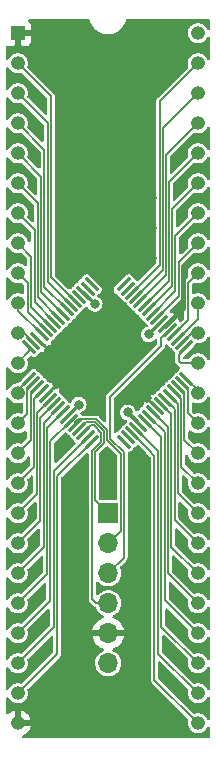
<source format=gbr>
%TF.GenerationSoftware,KiCad,Pcbnew,(6.0.0)*%
%TF.CreationDate,2022-03-06T13:00:55+01:00*%
%TF.ProjectId,Bluster,426c7573-7465-4722-9e6b-696361645f70,rev?*%
%TF.SameCoordinates,Original*%
%TF.FileFunction,Copper,L1,Top*%
%TF.FilePolarity,Positive*%
%FSLAX46Y46*%
G04 Gerber Fmt 4.6, Leading zero omitted, Abs format (unit mm)*
G04 Created by KiCad (PCBNEW (6.0.0)) date 2022-03-06 13:00:55*
%MOMM*%
%LPD*%
G01*
G04 APERTURE LIST*
G04 Aperture macros list*
%AMRoundRect*
0 Rectangle with rounded corners*
0 $1 Rounding radius*
0 $2 $3 $4 $5 $6 $7 $8 $9 X,Y pos of 4 corners*
0 Add a 4 corners polygon primitive as box body*
4,1,4,$2,$3,$4,$5,$6,$7,$8,$9,$2,$3,0*
0 Add four circle primitives for the rounded corners*
1,1,$1+$1,$2,$3*
1,1,$1+$1,$4,$5*
1,1,$1+$1,$6,$7*
1,1,$1+$1,$8,$9*
0 Add four rect primitives between the rounded corners*
20,1,$1+$1,$2,$3,$4,$5,0*
20,1,$1+$1,$4,$5,$6,$7,0*
20,1,$1+$1,$6,$7,$8,$9,0*
20,1,$1+$1,$8,$9,$2,$3,0*%
G04 Aperture macros list end*
%TA.AperFunction,ComponentPad*%
%ADD10R,1.200000X1.200000*%
%TD*%
%TA.AperFunction,ComponentPad*%
%ADD11O,1.200000X1.200000*%
%TD*%
%TA.AperFunction,SMDPad,CuDef*%
%ADD12RoundRect,0.075000X-0.521491X0.415425X0.415425X-0.521491X0.521491X-0.415425X-0.415425X0.521491X0*%
%TD*%
%TA.AperFunction,SMDPad,CuDef*%
%ADD13RoundRect,0.075000X-0.521491X-0.415425X-0.415425X-0.521491X0.521491X0.415425X0.415425X0.521491X0*%
%TD*%
%TA.AperFunction,ComponentPad*%
%ADD14R,1.700000X1.700000*%
%TD*%
%TA.AperFunction,ComponentPad*%
%ADD15O,1.700000X1.700000*%
%TD*%
%TA.AperFunction,ViaPad*%
%ADD16C,0.800000*%
%TD*%
%TA.AperFunction,Conductor*%
%ADD17C,0.127000*%
%TD*%
%TA.AperFunction,Conductor*%
%ADD18C,0.381000*%
%TD*%
%TA.AperFunction,Conductor*%
%ADD19C,0.304800*%
%TD*%
%TA.AperFunction,Conductor*%
%ADD20C,0.152400*%
%TD*%
G04 APERTURE END LIST*
D10*
%TO.P,J1,1,GND*%
%TO.N,GND*%
X161280000Y-39570000D03*
D11*
%TO.P,J1,2,~{BG1}*%
%TO.N,/~{BG1}*%
X161280000Y-42110000D03*
%TO.P,J1,3,~{BG2}*%
%TO.N,/~{BG2}*%
X161280000Y-44650000D03*
%TO.P,J1,4,~{BG3}*%
%TO.N,/~{BG3}*%
X161280000Y-47190000D03*
%TO.P,J1,5,~{BG4}*%
%TO.N,/~{BG4}*%
X161280000Y-49730000D03*
%TO.P,J1,6,~{BG5}*%
%TO.N,/~{BG5}*%
X161280000Y-52270000D03*
%TO.P,J1,7,~{BR1}*%
%TO.N,/~{BR1}*%
X161280000Y-54810000D03*
%TO.P,J1,8,~{BR2}*%
%TO.N,/~{BR2}*%
X161280000Y-57350000D03*
%TO.P,J1,9,~{BR3}*%
%TO.N,/~{BR3}*%
X161280000Y-59890000D03*
%TO.P,J1,10,~{BR4}*%
%TO.N,/~{BR4}*%
X161280000Y-62430000D03*
%TO.P,J1,11,~{BR5}*%
%TO.N,/~{BR5}*%
X161280000Y-64970000D03*
%TO.P,J1,12,~{SLAVE1}*%
%TO.N,/~{SLAVE1}*%
X161280000Y-67510000D03*
%TO.P,J1,13,~{SLAVE2}*%
%TO.N,/~{SLAVE2}*%
X161280000Y-70050000D03*
%TO.P,J1,14,~{SLAVE3}*%
%TO.N,/~{SLAVE3}*%
X161280000Y-72590000D03*
%TO.P,J1,15,~{SLAVE4}*%
%TO.N,/~{SLAVE4}*%
X161280000Y-75130000D03*
%TO.P,J1,16,~{SLAVE5}*%
%TO.N,/~{SLAVE5}*%
X161280000Y-77670000D03*
%TO.P,J1,17,~{BG}*%
%TO.N,/~{BG}*%
X161280000Y-80210000D03*
%TO.P,J1,18,~{CDAC}*%
%TO.N,/~{CDAC}*%
X161280000Y-82750000D03*
%TO.P,J1,19,C1*%
%TO.N,/C1*%
X161280000Y-85290000D03*
%TO.P,J1,20,C3*%
%TO.N,/C3*%
X161280000Y-87830000D03*
%TO.P,J1,21,~{C2}*%
%TO.N,/~{C2}*%
X161280000Y-90370000D03*
%TO.P,J1,22,~{C4}*%
%TO.N,/~{C4}*%
X161280000Y-92910000D03*
%TO.P,J1,23,~{GBG}*%
%TO.N,/GBG*%
X161280000Y-95450000D03*
%TO.P,J1,24,GND*%
%TO.N,GND*%
X161280000Y-97990000D03*
%TO.P,J1,25,25*%
%TO.N,/25*%
X176520000Y-97990000D03*
%TO.P,J1,26,~{BEER}*%
%TO.N,/~{BEER}*%
X176520000Y-95450000D03*
%TO.P,J1,27,~{BR}*%
%TO.N,/~{BR}*%
X176520000Y-92910000D03*
%TO.P,J1,28,~{CBR}*%
%TO.N,/~{CBR}*%
X176520000Y-90370000D03*
%TO.P,J1,29,~{CBG}*%
%TO.N,/~{CBG}*%
X176520000Y-87830000D03*
%TO.P,J1,30,A19*%
%TO.N,/~{A19}*%
X176520000Y-85290000D03*
%TO.P,J1,31,A20*%
%TO.N,/~{A20}*%
X176520000Y-82750000D03*
%TO.P,J1,32,A21*%
%TO.N,/~{A21}*%
X176520000Y-80210000D03*
%TO.P,J1,33,A22*%
%TO.N,/~{A22}*%
X176520000Y-77670000D03*
%TO.P,J1,34,A23*%
%TO.N,/~{A23}*%
X176520000Y-75130000D03*
%TO.P,J1,35,READ*%
%TO.N,/READ*%
X176520000Y-72590000D03*
%TO.P,J1,36,~{AS}*%
%TO.N,/~{AS}*%
X176520000Y-70050000D03*
%TO.P,J1,37,~{LDS}*%
%TO.N,/~{LDS}*%
X176520000Y-67510000D03*
%TO.P,J1,38,~{UDS}*%
%TO.N,/~{UDS}*%
X176520000Y-64970000D03*
%TO.P,J1,39,~{BOSS}*%
%TO.N,/~{BOSS}*%
X176520000Y-62430000D03*
%TO.P,J1,40,~{OVR}*%
%TO.N,/~{OVR}*%
X176520000Y-59890000D03*
%TO.P,J1,41,~{OWN}*%
%TO.N,/~{OWN}*%
X176520000Y-57350000D03*
%TO.P,J1,42,~{RST}*%
%TO.N,/~{RST}*%
X176520000Y-54810000D03*
%TO.P,J1,43,TEST*%
%TO.N,/TEST*%
X176520000Y-52270000D03*
%TO.P,J1,44,PTEST*%
%TO.N,/PTEST*%
X176520000Y-49730000D03*
%TO.P,J1,45,~{D2P}*%
%TO.N,/D2P*%
X176520000Y-47190000D03*
%TO.P,J1,46,~{DB0E}*%
%TO.N,/~{DBOE}*%
X176520000Y-44650000D03*
%TO.P,J1,47,DOE*%
%TO.N,/DOE*%
X176520000Y-42110000D03*
%TO.P,J1,48,VCC*%
%TO.N,+5V*%
X176520000Y-39570000D03*
%TD*%
D12*
%TO.P,U1,1,P1*%
%TO.N,unconnected-(U1-Pad1)*%
X167544958Y-60832157D03*
%TO.P,U1,2,I/O/GTS2*%
%TO.N,unconnected-(U1-Pad2)*%
X167191405Y-61185711D03*
%TO.P,U1,3,VCC*%
%TO.N,+3V3*%
X166837851Y-61539264D03*
%TO.P,U1,4,P4*%
%TO.N,unconnected-(U1-Pad4)*%
X166484298Y-61892818D03*
%TO.P,U1,5,I/O/GTS1*%
%TO.N,/~{BG1}*%
X166130745Y-62246371D03*
%TO.P,U1,6,P6*%
%TO.N,/~{BG2}*%
X165777191Y-62599924D03*
%TO.P,U1,7,P7*%
%TO.N,/~{BG3}*%
X165423638Y-62953478D03*
%TO.P,U1,8,P8*%
%TO.N,/~{BG4}*%
X165070085Y-63307031D03*
%TO.P,U1,9,P9*%
%TO.N,/~{BG5}*%
X164716531Y-63660585D03*
%TO.P,U1,10,P10*%
%TO.N,/~{BR1}*%
X164362978Y-64014138D03*
%TO.P,U1,11,P11*%
%TO.N,/~{BR2}*%
X164009424Y-64367691D03*
%TO.P,U1,12,P12*%
%TO.N,/~{BR3}*%
X163655871Y-64721245D03*
%TO.P,U1,13,P13*%
%TO.N,/~{BR4}*%
X163302318Y-65074798D03*
%TO.P,U1,14,GND*%
%TO.N,GND*%
X162948764Y-65428351D03*
%TO.P,U1,15,I/O/GCK1*%
%TO.N,/~{BR5}*%
X162595211Y-65781905D03*
%TO.P,U1,16,I/O/GCK2*%
%TO.N,/~{SLAVE1}*%
X162241657Y-66135458D03*
D13*
%TO.P,U1,17,I/O/GCK3*%
%TO.N,/~{SLAVE2}*%
X162241657Y-68840142D03*
%TO.P,U1,18,P18*%
%TO.N,/~{SLAVE3}*%
X162595211Y-69193695D03*
%TO.P,U1,19,P19*%
%TO.N,/~{SLAVE4}*%
X162948764Y-69547249D03*
%TO.P,U1,20,P20*%
%TO.N,/~{SLAVE5}*%
X163302318Y-69900802D03*
%TO.P,U1,21,GND*%
%TO.N,GND*%
X163655871Y-70254355D03*
%TO.P,U1,22,P22*%
%TO.N,/~{BG}*%
X164009424Y-70607909D03*
%TO.P,U1,23,P23*%
%TO.N,/~{CDAC}*%
X164362978Y-70961462D03*
%TO.P,U1,24,P24*%
%TO.N,/C1*%
X164716531Y-71315015D03*
%TO.P,U1,25,P25*%
%TO.N,/C3*%
X165070085Y-71668569D03*
%TO.P,U1,26,VCCIO*%
%TO.N,+3V3*%
X165423638Y-72022122D03*
%TO.P,U1,27,P27*%
%TO.N,/~{C2}*%
X165777191Y-72375676D03*
%TO.P,U1,28,TDI*%
%TO.N,/TDI*%
X166130745Y-72729229D03*
%TO.P,U1,29,TMS*%
%TO.N,/TMS*%
X166484298Y-73082782D03*
%TO.P,U1,30,TCK*%
%TO.N,/TCK*%
X166837851Y-73436336D03*
%TO.P,U1,31,P31*%
%TO.N,/~{C4}*%
X167191405Y-73789889D03*
%TO.P,U1,32,P32*%
%TO.N,/GBG*%
X167544958Y-74143443D03*
D12*
%TO.P,U1,33,P33*%
%TO.N,unconnected-(U1-Pad33)*%
X170249642Y-74143443D03*
%TO.P,U1,34,P34*%
%TO.N,unconnected-(U1-Pad34)*%
X170603195Y-73789889D03*
%TO.P,U1,35,P35*%
%TO.N,/25*%
X170956749Y-73436336D03*
%TO.P,U1,36,P36*%
%TO.N,/~{BEER}*%
X171310302Y-73082782D03*
%TO.P,U1,37,VCC*%
%TO.N,+3V3*%
X171663855Y-72729229D03*
%TO.P,U1,38,P38*%
%TO.N,/~{BR}*%
X172017409Y-72375676D03*
%TO.P,U1,39,P39*%
%TO.N,/~{CBR}*%
X172370962Y-72022122D03*
%TO.P,U1,40,P40*%
%TO.N,/~{CBG}*%
X172724515Y-71668569D03*
%TO.P,U1,41,GND*%
%TO.N,GND*%
X173078069Y-71315015D03*
%TO.P,U1,42,P42*%
%TO.N,/~{A19}*%
X173431622Y-70961462D03*
%TO.P,U1,43,P43*%
%TO.N,/~{A20}*%
X173785176Y-70607909D03*
%TO.P,U1,44,P44*%
%TO.N,/~{A21}*%
X174138729Y-70254355D03*
%TO.P,U1,45,P45*%
%TO.N,/~{A22}*%
X174492282Y-69900802D03*
%TO.P,U1,46,P46*%
%TO.N,/~{A23}*%
X174845836Y-69547249D03*
%TO.P,U1,47,P47*%
%TO.N,/READ*%
X175199389Y-69193695D03*
%TO.P,U1,48,P48*%
%TO.N,/~{AS}*%
X175552943Y-68840142D03*
D13*
%TO.P,U1,49,P49*%
%TO.N,/~{LDS}*%
X175552943Y-66135458D03*
%TO.P,U1,50,P50*%
%TO.N,/~{UDS}*%
X175199389Y-65781905D03*
%TO.P,U1,51,P51*%
%TO.N,/~{BOSS}*%
X174845836Y-65428351D03*
%TO.P,U1,52,P52*%
%TO.N,/~{OVR}*%
X174492282Y-65074798D03*
%TO.P,U1,53,TDO*%
%TO.N,/TDO*%
X174138729Y-64721245D03*
%TO.P,U1,54,GND*%
%TO.N,GND*%
X173785176Y-64367691D03*
%TO.P,U1,55,VCCIO*%
%TO.N,+3V3*%
X173431622Y-64014138D03*
%TO.P,U1,56,P56*%
%TO.N,/~{OWN}*%
X173078069Y-63660585D03*
%TO.P,U1,57,P57*%
%TO.N,/~{RST}*%
X172724515Y-63307031D03*
%TO.P,U1,58,P58*%
%TO.N,/TEST*%
X172370962Y-62953478D03*
%TO.P,U1,59,P59*%
%TO.N,/PTEST*%
X172017409Y-62599924D03*
%TO.P,U1,60,P60*%
%TO.N,/D2P*%
X171663855Y-62246371D03*
%TO.P,U1,61,P61*%
%TO.N,/~{DBOE}*%
X171310302Y-61892818D03*
%TO.P,U1,62,P62*%
%TO.N,/DOE*%
X170956749Y-61539264D03*
%TO.P,U1,63,P63*%
%TO.N,unconnected-(U1-Pad63)*%
X170603195Y-61185711D03*
%TO.P,U1,64,I/O/GSR*%
%TO.N,unconnected-(U1-Pad64)*%
X170249642Y-60832157D03*
%TD*%
D14*
%TO.P,J2,1,Pin_1*%
%TO.N,/TMS*%
X168941958Y-80210000D03*
D15*
%TO.P,J2,2,Pin_2*%
%TO.N,/TDI*%
X168941958Y-82750000D03*
%TO.P,J2,3,Pin_3*%
%TO.N,/TDO*%
X168941958Y-85290000D03*
%TO.P,J2,4,Pin_4*%
%TO.N,/TCK*%
X168941958Y-87830000D03*
%TO.P,J2,5,Pin_5*%
%TO.N,GND*%
X168941958Y-90370000D03*
%TO.P,J2,6,Pin_6*%
%TO.N,+3V3*%
X168941958Y-92910000D03*
%TD*%
D16*
%TO.N,GND*%
X164836000Y-58620000D03*
X164836000Y-56080000D03*
X164836000Y-53540000D03*
X172670000Y-56080000D03*
X172670000Y-53540000D03*
X172670000Y-58620000D03*
X172070000Y-78940000D03*
X172070000Y-76400000D03*
X172070000Y-91640000D03*
X172070000Y-89100000D03*
X172070000Y-84020000D03*
X172070000Y-94180000D03*
X172070000Y-86560000D03*
X172070000Y-81480000D03*
X165407500Y-78940000D03*
X165407500Y-81480000D03*
X165407500Y-91640000D03*
X165407500Y-86560000D03*
X165407500Y-94180000D03*
X165407500Y-84020000D03*
X165407500Y-89100000D03*
X165280500Y-74495000D03*
X176520000Y-73860000D03*
X161280000Y-96720000D03*
X161280000Y-51000000D03*
X161280000Y-86560000D03*
X161280000Y-73860000D03*
X176520000Y-71320000D03*
X161280000Y-84020000D03*
X176520000Y-66240000D03*
X161280000Y-43380000D03*
X176520000Y-76400000D03*
X176520000Y-61160000D03*
X161280000Y-89100000D03*
X176520000Y-96720000D03*
X161280000Y-81480000D03*
X161280000Y-91640000D03*
X176520000Y-89100000D03*
X176520000Y-84020000D03*
X161280000Y-61160000D03*
X161280000Y-45920000D03*
X176520000Y-78940000D03*
X168900000Y-76654000D03*
X161280000Y-48460000D03*
X161280000Y-68780000D03*
X161280000Y-56080000D03*
X163947000Y-66367000D03*
X161280000Y-78940000D03*
X176520000Y-56080000D03*
X176520000Y-86560000D03*
X176520000Y-58620000D03*
X176520000Y-94180000D03*
X161280000Y-53540000D03*
X161280000Y-76400000D03*
X176520000Y-53540000D03*
X161280000Y-40840000D03*
X176520000Y-40840000D03*
X161280000Y-71320000D03*
X164582000Y-69288000D03*
X163756500Y-43380000D03*
X161280000Y-94180000D03*
X176520000Y-81480000D03*
X176520000Y-91640000D03*
X172189069Y-70426015D03*
X161280000Y-58620000D03*
X176520000Y-51000000D03*
X176520000Y-48460000D03*
%TO.N,+3V3*%
X167794237Y-62487878D03*
X170598526Y-71676622D03*
X166439638Y-71006122D03*
X172377036Y-65066911D03*
%TD*%
D17*
%TO.N,GND*%
X163655871Y-70214129D02*
X163655871Y-70254355D01*
X163008351Y-65428351D02*
X163947000Y-66367000D01*
D18*
X173785176Y-64367691D02*
X175287924Y-62864943D01*
D17*
X173078069Y-71315015D02*
X172189069Y-70426015D01*
D18*
X175287924Y-62864943D02*
X175287924Y-59286391D01*
D17*
X162948764Y-65428351D02*
X163008351Y-65428351D01*
D18*
X175954315Y-58620000D02*
X176520000Y-58620000D01*
D17*
X164582000Y-69288000D02*
X163655871Y-70214129D01*
D18*
X175287924Y-59286391D02*
X175954315Y-58620000D01*
D19*
%TO.N,+3V3*%
X166185638Y-71260122D02*
X166439638Y-71006122D01*
X166837851Y-61539264D02*
X166845623Y-61539264D01*
X166845623Y-61539264D02*
X167794237Y-62487878D01*
X170598526Y-71676622D02*
X171651133Y-72729229D01*
X173431622Y-64014138D02*
X173429809Y-64014138D01*
X165423638Y-72022122D02*
X166185638Y-71260122D01*
X171651133Y-72729229D02*
X171663855Y-72729229D01*
X173429809Y-64014138D02*
X172377036Y-65066911D01*
D17*
%TO.N,/TCK*%
X167910484Y-87830000D02*
X168941958Y-87830000D01*
X167716622Y-72777138D02*
X168331959Y-73392475D01*
X167497049Y-72777138D02*
X167716622Y-72777138D01*
X166837851Y-73436336D02*
X167497049Y-72777138D01*
X167589622Y-74936138D02*
X167589622Y-87509138D01*
X168331959Y-73392475D02*
X168331959Y-74193801D01*
X167589622Y-87509138D02*
X167910484Y-87830000D01*
X168331959Y-74193801D02*
X167589622Y-74936138D01*
%TO.N,/TDO*%
X173421742Y-66016750D02*
X169093988Y-70344504D01*
X169093988Y-73900504D02*
X170256632Y-75063148D01*
X174101755Y-64721245D02*
X173421742Y-65401258D01*
X174138729Y-64721245D02*
X174101755Y-64721245D01*
X170256632Y-83975326D02*
X168941958Y-85290000D01*
X170256632Y-75063148D02*
X170256632Y-83975326D01*
X169093988Y-70344504D02*
X169093988Y-73900504D01*
X173421742Y-65401258D02*
X173421742Y-66016750D01*
%TO.N,/TDI*%
X168839978Y-73182048D02*
X168839978Y-74027494D01*
X170002622Y-75190138D02*
X170002622Y-81689336D01*
X170002622Y-81689336D02*
X168941958Y-82750000D01*
X166130745Y-72517097D02*
X166378723Y-72269119D01*
X167927052Y-72269120D02*
X168839978Y-73182048D01*
X168839978Y-74027494D02*
X170002622Y-75190138D01*
X166130745Y-72729229D02*
X166130745Y-72517097D01*
X166378723Y-72269119D02*
X167927052Y-72269120D01*
%TO.N,/TMS*%
X168585968Y-74299016D02*
X167843622Y-75041362D01*
X167843622Y-75041362D02*
X167843622Y-79111664D01*
X168585969Y-73287261D02*
X168585968Y-74299016D01*
X167043951Y-72523129D02*
X167821837Y-72523129D01*
X166484298Y-73082782D02*
X167043951Y-72523129D01*
X167821837Y-72523129D02*
X168585969Y-73287261D01*
X167843622Y-79111664D02*
X168941958Y-80210000D01*
%TO.N,/DOE*%
X176520000Y-42110000D02*
X173334502Y-45295498D01*
X173334502Y-59161511D02*
X170956749Y-61539264D01*
X173334502Y-45295498D02*
X173334502Y-59161511D01*
D20*
%TO.N,/GBG*%
X167544958Y-74143443D02*
X164623958Y-77064443D01*
X164623958Y-92106042D02*
X161280000Y-95450000D01*
X164623958Y-77064443D02*
X164623958Y-92106042D01*
D17*
%TO.N,/~{DBOE}*%
X173588022Y-47581978D02*
X173588022Y-59615098D01*
X176520000Y-44650000D02*
X173588022Y-47581978D01*
X173588022Y-59615098D02*
X171310302Y-61892818D01*
D20*
%TO.N,/~{C4}*%
X164319241Y-89870759D02*
X161280000Y-92910000D01*
X164319241Y-76662053D02*
X164319241Y-89870759D01*
X167191405Y-73789889D02*
X164319241Y-76662053D01*
D17*
%TO.N,/D2P*%
X173841542Y-49868458D02*
X173841542Y-60068684D01*
X173841542Y-60068684D02*
X171663855Y-62246371D01*
X176520000Y-47190000D02*
X173841542Y-49868458D01*
D20*
%TO.N,/~{C2}*%
X164039831Y-87610169D02*
X161280000Y-90370000D01*
X164039831Y-74113036D02*
X164039831Y-87610169D01*
X165777191Y-72375676D02*
X164039831Y-74113036D01*
%TO.N,/C3*%
X163760421Y-85349579D02*
X161280000Y-87830000D01*
X163760421Y-72978233D02*
X163760421Y-85349579D01*
X165070085Y-71668569D02*
X163760421Y-72978233D01*
%TO.N,/C1*%
X163481011Y-83088989D02*
X161280000Y-85290000D01*
X164716531Y-71315015D02*
X163481011Y-72550535D01*
X163481011Y-72550535D02*
X163481011Y-83088989D01*
%TO.N,/~{RST}*%
X174614802Y-56715198D02*
X176520000Y-54810000D01*
X174614802Y-61416744D02*
X174614802Y-56715198D01*
X172724515Y-63307031D02*
X174614802Y-61416744D01*
%TO.N,/~{CDAC}*%
X163201601Y-72122839D02*
X163201601Y-80828399D01*
X164362978Y-70961462D02*
X163201601Y-72122839D01*
X163201601Y-80828399D02*
X161280000Y-82750000D01*
%TO.N,/~{OWN}*%
X174894213Y-61844441D02*
X174894213Y-58975787D01*
X174894213Y-58975787D02*
X176520000Y-57350000D01*
X173078069Y-63660585D02*
X174894213Y-61844441D01*
%TO.N,/~{BG}*%
X162922191Y-78567809D02*
X161280000Y-80210000D01*
X162922191Y-71695142D02*
X162922191Y-78567809D01*
X164009424Y-70607909D02*
X162922191Y-71695142D01*
%TO.N,/~{OVR}*%
X175681635Y-60728365D02*
X176520000Y-59890000D01*
X175681635Y-63885445D02*
X175681635Y-60728365D01*
X174492282Y-65074798D02*
X175681635Y-63885445D01*
%TO.N,/~{SLAVE5}*%
X162642780Y-70560340D02*
X162642780Y-76307220D01*
X163302318Y-69900802D02*
X162642780Y-70560340D01*
X162642780Y-76307220D02*
X161280000Y-77670000D01*
%TO.N,/~{BOSS}*%
X174845836Y-65428351D02*
X176520000Y-63754187D01*
X176520000Y-63754187D02*
X176520000Y-62430000D01*
%TO.N,/~{SLAVE4}*%
X162363369Y-70132644D02*
X162363369Y-74046630D01*
X162363369Y-74046630D02*
X161280000Y-75130000D01*
X162948764Y-69547249D02*
X162363369Y-70132644D01*
%TO.N,/~{UDS}*%
X175199389Y-65781905D02*
X176011294Y-64970000D01*
X176011294Y-64970000D02*
X176520000Y-64970000D01*
%TO.N,/~{SLAVE3}*%
X162083201Y-69705705D02*
X162083201Y-70435537D01*
X162595211Y-69193695D02*
X162083201Y-69705705D01*
X162070501Y-70448237D02*
X162070501Y-71799499D01*
X162070501Y-71799499D02*
X161280000Y-72590000D01*
X162083201Y-70435537D02*
X162070501Y-70448237D01*
%TO.N,/~{LDS}*%
X174910958Y-67285443D02*
X174910958Y-66777443D01*
X176520000Y-67510000D02*
X175135515Y-67510000D01*
X174910958Y-66777443D02*
X175552943Y-66135458D01*
X175135515Y-67510000D02*
X174910958Y-67285443D01*
%TO.N,/~{SLAVE2}*%
X162241657Y-68840142D02*
X161280000Y-69801799D01*
X161280000Y-69801799D02*
X161280000Y-70050000D01*
%TO.N,/~{AS}*%
X175552943Y-68840142D02*
X176520000Y-69807199D01*
X176520000Y-69807199D02*
X176520000Y-70050000D01*
%TO.N,/~{SLAVE1}*%
X162241657Y-66516458D02*
X162241657Y-66135458D01*
X161280000Y-67478115D02*
X162241657Y-66516458D01*
X161280000Y-67510000D02*
X161280000Y-67478115D01*
%TO.N,/READ*%
X175672958Y-69667264D02*
X175672958Y-71742958D01*
X175199389Y-69193695D02*
X175672958Y-69667264D01*
X175672958Y-71742958D02*
X176520000Y-72590000D01*
%TO.N,/~{BR5}*%
X161783306Y-64970000D02*
X161280000Y-64970000D01*
X162595211Y-65781905D02*
X161783306Y-64970000D01*
%TO.N,/~{A23}*%
X175393547Y-70094960D02*
X175393547Y-71858695D01*
X174845836Y-69547249D02*
X175393547Y-70094960D01*
X175393547Y-74003547D02*
X176520000Y-75130000D01*
X175393547Y-71858695D02*
X175393547Y-74003547D01*
%TO.N,/~{BR4}*%
X163302318Y-65074798D02*
X161280000Y-63052480D01*
X161280000Y-63052480D02*
X161280000Y-62430000D01*
%TO.N,/~{A22}*%
X174492282Y-69900802D02*
X175114136Y-70522656D01*
X175114136Y-70522656D02*
X175114136Y-76264136D01*
X175114136Y-76264136D02*
X176520000Y-77670000D01*
%TO.N,/~{BR3}*%
X162138855Y-60748855D02*
X161280000Y-59890000D01*
X163655871Y-64721245D02*
X162138855Y-63204229D01*
X162138855Y-63204229D02*
X162138855Y-60748855D01*
%TO.N,/~{A21}*%
X174138729Y-70254355D02*
X174834725Y-70950351D01*
X174834725Y-70950351D02*
X174834725Y-78524725D01*
X174834725Y-78524725D02*
X176520000Y-80210000D01*
%TO.N,/~{BR2}*%
X162418266Y-62776533D02*
X162418266Y-58488266D01*
X162418266Y-58488266D02*
X161280000Y-57350000D01*
X164009424Y-64367691D02*
X162418266Y-62776533D01*
%TO.N,/~{A20}*%
X173785176Y-70607909D02*
X174555316Y-71378049D01*
X174555316Y-71378049D02*
X174555316Y-80785316D01*
X174555316Y-80785316D02*
X176520000Y-82750000D01*
%TO.N,/~{BR1}*%
X162697675Y-62348835D02*
X162697675Y-56227675D01*
X162697675Y-56227675D02*
X161280000Y-54810000D01*
X164362978Y-64014138D02*
X162697675Y-62348835D01*
%TO.N,/~{A19}*%
X174275905Y-71805745D02*
X173431622Y-70961462D01*
X176520000Y-85290000D02*
X174275905Y-83045905D01*
X174275905Y-83045905D02*
X174275905Y-71805745D01*
%TO.N,/~{BG5}*%
X164716531Y-63660585D02*
X162977086Y-61921140D01*
X162977086Y-53967086D02*
X161280000Y-52270000D01*
X162977086Y-61921140D02*
X162977086Y-53967086D01*
%TO.N,/~{CBG}*%
X172724515Y-71668569D02*
X173996494Y-72940548D01*
X173996494Y-72940548D02*
X173996494Y-85306494D01*
X173996494Y-85306494D02*
X176520000Y-87830000D01*
%TO.N,/~{BG4}*%
X165070085Y-63307031D02*
X163256495Y-61493441D01*
X163256495Y-61493441D02*
X163256495Y-51706495D01*
X163256495Y-51706495D02*
X161280000Y-49730000D01*
%TO.N,/~{CBR}*%
X173717083Y-73368243D02*
X173717083Y-87567083D01*
X173717083Y-87567083D02*
X176520000Y-90370000D01*
X172370962Y-72022122D02*
X173717083Y-73368243D01*
%TO.N,/~{BG3}*%
X163535906Y-49445906D02*
X161280000Y-47190000D01*
X163535906Y-61065746D02*
X163535906Y-49445906D01*
X165423638Y-62953478D02*
X163535906Y-61065746D01*
%TO.N,/~{BR}*%
X172017409Y-72375676D02*
X173437674Y-73795941D01*
X173437674Y-73795941D02*
X173437674Y-89827674D01*
X173437674Y-89827674D02*
X176520000Y-92910000D01*
%TO.N,/~{BG2}*%
X163815315Y-60638048D02*
X163815315Y-47185315D01*
X165777191Y-62599924D02*
X163815315Y-60638048D01*
X163815315Y-47185315D02*
X161280000Y-44650000D01*
%TO.N,/~{BEER}*%
X173158263Y-74930743D02*
X173158263Y-92088263D01*
X171310302Y-73082782D02*
X173158263Y-74930743D01*
X173158263Y-92088263D02*
X176520000Y-95450000D01*
%TO.N,/~{BG1}*%
X164094726Y-44924726D02*
X161280000Y-42110000D01*
X164094726Y-60210352D02*
X164094726Y-44924726D01*
X166130745Y-62246371D02*
X164094726Y-60210352D01*
D17*
%TO.N,/PTEST*%
X174095062Y-60522271D02*
X172017409Y-62599924D01*
X174095062Y-52154938D02*
X174095062Y-60522271D01*
X176520000Y-49730000D02*
X174095062Y-52154938D01*
%TO.N,/TEST*%
X174348583Y-56825471D02*
X174348583Y-60975857D01*
X176520000Y-52270000D02*
X174348582Y-54441418D01*
X174348582Y-54441418D02*
X174348583Y-56825471D01*
X174348583Y-60975857D02*
X172370962Y-62953478D01*
%TO.N,/25*%
X172370000Y-74850000D02*
X172370000Y-74849587D01*
X172370000Y-74849587D02*
X170956749Y-73436336D01*
X176520000Y-97990000D02*
X172845000Y-94315000D01*
X172845000Y-94315000D02*
X172845000Y-75325000D01*
X172845000Y-75325000D02*
X172370000Y-74850000D01*
%TD*%
%TA.AperFunction,Conductor*%
%TO.N,GND*%
G36*
X171477372Y-74422781D02*
G01*
X171522434Y-74451741D01*
X172105003Y-75034310D01*
X172112430Y-75042414D01*
X172117128Y-75048013D01*
X172122640Y-75057560D01*
X172131085Y-75064646D01*
X172150746Y-75081144D01*
X172158849Y-75088569D01*
X172337405Y-75267124D01*
X172490095Y-75419814D01*
X172524120Y-75482127D01*
X172527000Y-75508910D01*
X172527000Y-94295608D01*
X172526521Y-94306590D01*
X172523323Y-94343143D01*
X172526177Y-94353794D01*
X172532818Y-94378581D01*
X172535196Y-94389310D01*
X172539652Y-94414579D01*
X172539654Y-94414584D01*
X172541568Y-94425440D01*
X172547081Y-94434987D01*
X172548160Y-94437953D01*
X172549494Y-94440814D01*
X172552348Y-94451466D01*
X172558671Y-94460496D01*
X172573392Y-94481520D01*
X172579297Y-94490790D01*
X172592126Y-94513011D01*
X172592129Y-94513015D01*
X172597640Y-94522560D01*
X172606087Y-94529648D01*
X172625745Y-94546143D01*
X172633849Y-94553569D01*
X175676979Y-97596699D01*
X175711005Y-97659011D01*
X175707717Y-97724728D01*
X175679569Y-97811361D01*
X175660793Y-97990000D01*
X175661483Y-97996565D01*
X175674247Y-98118000D01*
X175679569Y-98168639D01*
X175735075Y-98339471D01*
X175824887Y-98495029D01*
X175945078Y-98628515D01*
X176090396Y-98734095D01*
X176096424Y-98736779D01*
X176096426Y-98736780D01*
X176176415Y-98772393D01*
X176254490Y-98807154D01*
X176342339Y-98825827D01*
X176423731Y-98843128D01*
X176423736Y-98843128D01*
X176430188Y-98844500D01*
X176609812Y-98844500D01*
X176616264Y-98843128D01*
X176616269Y-98843128D01*
X176697661Y-98825827D01*
X176785510Y-98807154D01*
X176863585Y-98772393D01*
X176943574Y-98736780D01*
X176943576Y-98736779D01*
X176949604Y-98734095D01*
X177094922Y-98628515D01*
X177215113Y-98495029D01*
X177304925Y-98339471D01*
X177305800Y-98336778D01*
X177350874Y-98283749D01*
X177418802Y-98263100D01*
X177487110Y-98282453D01*
X177534111Y-98335664D01*
X177546000Y-98389094D01*
X177546000Y-99134000D01*
X177525998Y-99202121D01*
X177472342Y-99248614D01*
X177420000Y-99260000D01*
X161749112Y-99260000D01*
X161680991Y-99239998D01*
X161634498Y-99186342D01*
X161624394Y-99116068D01*
X161653888Y-99051488D01*
X161708610Y-99014687D01*
X161727131Y-99008400D01*
X161737628Y-99003726D01*
X161905233Y-98909863D01*
X161914705Y-98903353D01*
X162062393Y-98780522D01*
X162070522Y-98772393D01*
X162193353Y-98624705D01*
X162199863Y-98615233D01*
X162293726Y-98447628D01*
X162298400Y-98437131D01*
X162359539Y-98257022D01*
X162358252Y-98247993D01*
X162344684Y-98244000D01*
X161152000Y-98244000D01*
X161083879Y-98223998D01*
X161037386Y-98170342D01*
X161026000Y-98118000D01*
X161026000Y-97717885D01*
X161534000Y-97717885D01*
X161538475Y-97733124D01*
X161539865Y-97734329D01*
X161547548Y-97736000D01*
X162341554Y-97736000D01*
X162355085Y-97732027D01*
X162356254Y-97723892D01*
X162320408Y-97596791D01*
X162316283Y-97586044D01*
X162231328Y-97413772D01*
X162225318Y-97403964D01*
X162110385Y-97250051D01*
X162102695Y-97241511D01*
X161961637Y-97111118D01*
X161952514Y-97104117D01*
X161790057Y-97001614D01*
X161779814Y-96996396D01*
X161601406Y-96925218D01*
X161590370Y-96921949D01*
X161551769Y-96914271D01*
X161538894Y-96915423D01*
X161534000Y-96930579D01*
X161534000Y-97717885D01*
X161026000Y-97717885D01*
X161026000Y-96927442D01*
X161022194Y-96914480D01*
X161007278Y-96912544D01*
X160997696Y-96914190D01*
X160986579Y-96917169D01*
X160806366Y-96983653D01*
X160795988Y-96988603D01*
X160630912Y-97086813D01*
X160621600Y-97093579D01*
X160483078Y-97215059D01*
X160418673Y-97244936D01*
X160348341Y-97235250D01*
X160294409Y-97189077D01*
X160274000Y-97120327D01*
X160274000Y-95886796D01*
X160294002Y-95818675D01*
X160347658Y-95772182D01*
X160417932Y-95762078D01*
X160482512Y-95791572D01*
X160509119Y-95823796D01*
X160581585Y-95949311D01*
X160581588Y-95949316D01*
X160584887Y-95955029D01*
X160705078Y-96088515D01*
X160850396Y-96194095D01*
X160856424Y-96196779D01*
X160856426Y-96196780D01*
X161008459Y-96264469D01*
X161014490Y-96267154D01*
X161102339Y-96285827D01*
X161183731Y-96303128D01*
X161183736Y-96303128D01*
X161190188Y-96304500D01*
X161369812Y-96304500D01*
X161376264Y-96303128D01*
X161376269Y-96303128D01*
X161457661Y-96285827D01*
X161545510Y-96267154D01*
X161551541Y-96264469D01*
X161703574Y-96196780D01*
X161703576Y-96196779D01*
X161709604Y-96194095D01*
X161854922Y-96088515D01*
X161975113Y-95955029D01*
X162050881Y-95823796D01*
X162061621Y-95805194D01*
X162061622Y-95805193D01*
X162064925Y-95799471D01*
X162120431Y-95628639D01*
X162139207Y-95450000D01*
X162120431Y-95271361D01*
X162096687Y-95198283D01*
X162094661Y-95127316D01*
X162127426Y-95070254D01*
X163469155Y-93728526D01*
X164843696Y-92353985D01*
X164851799Y-92346559D01*
X164872755Y-92328975D01*
X164872756Y-92328974D01*
X164881197Y-92321891D01*
X164900379Y-92288667D01*
X164906285Y-92279397D01*
X164921973Y-92256992D01*
X164921974Y-92256989D01*
X164928298Y-92247958D01*
X164931152Y-92237309D01*
X164932727Y-92233931D01*
X164933998Y-92230438D01*
X164939509Y-92220893D01*
X164946174Y-92183095D01*
X164948549Y-92172381D01*
X164958482Y-92135309D01*
X164955137Y-92097074D01*
X164954658Y-92086093D01*
X164954658Y-90637966D01*
X167610215Y-90637966D01*
X167640523Y-90772446D01*
X167643603Y-90782275D01*
X167723728Y-90979603D01*
X167728371Y-90988794D01*
X167839652Y-91170388D01*
X167845735Y-91178699D01*
X167985171Y-91339667D01*
X167992538Y-91346883D01*
X168156392Y-91482916D01*
X168164839Y-91488831D01*
X168348714Y-91596279D01*
X168358000Y-91600729D01*
X168507082Y-91657657D01*
X168563585Y-91700644D01*
X168587878Y-91767355D01*
X168572248Y-91836610D01*
X168521657Y-91886421D01*
X168505743Y-91893579D01*
X168464421Y-91908824D01*
X168289968Y-92012612D01*
X168285628Y-92016418D01*
X168285624Y-92016421D01*
X168141691Y-92142648D01*
X168137350Y-92146455D01*
X168133775Y-92150990D01*
X168133774Y-92150991D01*
X168123633Y-92163855D01*
X168011678Y-92305869D01*
X168008989Y-92310980D01*
X168008987Y-92310983D01*
X167996031Y-92335609D01*
X167917161Y-92485515D01*
X167856965Y-92679378D01*
X167833106Y-92880964D01*
X167846382Y-93083522D01*
X167847803Y-93089118D01*
X167847804Y-93089123D01*
X167868077Y-93168945D01*
X167896350Y-93280269D01*
X167898767Y-93285512D01*
X167935968Y-93366208D01*
X167981335Y-93464616D01*
X167984668Y-93469332D01*
X168040629Y-93548515D01*
X168098491Y-93630389D01*
X168243896Y-93772035D01*
X168412678Y-93884812D01*
X168417981Y-93887090D01*
X168417984Y-93887092D01*
X168506665Y-93925192D01*
X168599186Y-93964942D01*
X168672202Y-93981464D01*
X168791537Y-94008467D01*
X168791542Y-94008468D01*
X168797174Y-94009742D01*
X168802945Y-94009969D01*
X168802947Y-94009969D01*
X168862714Y-94012317D01*
X169000011Y-94017712D01*
X169100457Y-94003148D01*
X169195189Y-93989413D01*
X169195194Y-93989412D01*
X169200903Y-93988584D01*
X169206367Y-93986729D01*
X169206372Y-93986728D01*
X169387651Y-93925192D01*
X169387656Y-93925190D01*
X169393123Y-93923334D01*
X169570234Y-93824147D01*
X169632892Y-93772035D01*
X169721871Y-93698031D01*
X169726303Y-93694345D01*
X169844360Y-93552398D01*
X169852411Y-93542718D01*
X169852413Y-93542715D01*
X169856105Y-93538276D01*
X169955292Y-93361165D01*
X169957148Y-93355698D01*
X169957150Y-93355693D01*
X170018686Y-93174414D01*
X170018687Y-93174409D01*
X170020542Y-93168945D01*
X170021370Y-93163236D01*
X170021371Y-93163231D01*
X170049137Y-92971727D01*
X170049670Y-92968053D01*
X170051190Y-92910000D01*
X170032616Y-92707859D01*
X170031048Y-92702299D01*
X169979083Y-92518046D01*
X169979082Y-92518044D01*
X169977515Y-92512487D01*
X169966936Y-92491033D01*
X169890289Y-92335609D01*
X169887734Y-92330428D01*
X169766278Y-92167779D01*
X169617216Y-92029987D01*
X169612333Y-92026906D01*
X169612329Y-92026903D01*
X169450422Y-91924748D01*
X169445539Y-91921667D01*
X169373572Y-91892955D01*
X169317713Y-91849134D01*
X169294413Y-91782069D01*
X169311069Y-91713054D01*
X169362394Y-91664000D01*
X169384056Y-91655239D01*
X169434210Y-91640192D01*
X169443800Y-91636433D01*
X169635053Y-91542739D01*
X169643903Y-91537464D01*
X169817286Y-91413792D01*
X169825158Y-91407139D01*
X169976010Y-91256812D01*
X169982688Y-91248965D01*
X170106961Y-91076020D01*
X170112271Y-91067183D01*
X170206628Y-90876267D01*
X170210427Y-90866672D01*
X170272335Y-90662910D01*
X170274513Y-90652837D01*
X170275944Y-90641962D01*
X170273733Y-90627778D01*
X170260575Y-90624000D01*
X167625183Y-90624000D01*
X167611652Y-90627973D01*
X167610215Y-90637966D01*
X164954658Y-90637966D01*
X164954658Y-77253613D01*
X164974660Y-77185492D01*
X164991563Y-77164518D01*
X167056527Y-75099554D01*
X167118839Y-75065528D01*
X167189654Y-75070593D01*
X167246490Y-75113140D01*
X167271301Y-75179660D01*
X167271622Y-75188649D01*
X167271622Y-87489746D01*
X167271143Y-87500728D01*
X167267945Y-87537281D01*
X167270799Y-87547932D01*
X167277440Y-87572719D01*
X167279818Y-87583448D01*
X167284274Y-87608717D01*
X167284276Y-87608722D01*
X167286190Y-87619578D01*
X167291703Y-87629125D01*
X167292782Y-87632091D01*
X167294116Y-87634952D01*
X167296970Y-87645604D01*
X167303293Y-87654634D01*
X167318014Y-87675658D01*
X167323919Y-87684928D01*
X167336748Y-87707149D01*
X167336751Y-87707153D01*
X167342262Y-87716698D01*
X167350709Y-87723786D01*
X167370367Y-87740281D01*
X167378471Y-87747707D01*
X167671915Y-88041151D01*
X167679341Y-88049255D01*
X167702924Y-88077360D01*
X167712469Y-88082871D01*
X167712473Y-88082874D01*
X167734702Y-88095707D01*
X167743963Y-88101607D01*
X167774018Y-88122651D01*
X167784663Y-88125504D01*
X167787535Y-88126843D01*
X167790501Y-88127922D01*
X167800044Y-88133432D01*
X167810896Y-88135346D01*
X167821258Y-88139117D01*
X167820394Y-88141491D01*
X167870008Y-88166081D01*
X167898940Y-88205887D01*
X167981335Y-88384616D01*
X168009409Y-88424340D01*
X168040629Y-88468515D01*
X168098491Y-88550389D01*
X168243896Y-88692035D01*
X168412678Y-88804812D01*
X168417981Y-88807090D01*
X168417984Y-88807092D01*
X168514912Y-88848735D01*
X168569605Y-88894003D01*
X168591142Y-88961654D01*
X168572685Y-89030210D01*
X168520094Y-89077904D01*
X168504319Y-89084268D01*
X168418826Y-89112212D01*
X168409317Y-89116209D01*
X168220421Y-89214542D01*
X168211696Y-89220036D01*
X168041391Y-89347905D01*
X168033684Y-89354748D01*
X167886548Y-89508717D01*
X167880062Y-89516727D01*
X167760056Y-89692649D01*
X167754958Y-89701623D01*
X167665296Y-89894783D01*
X167661733Y-89904470D01*
X167606347Y-90104183D01*
X167607870Y-90112607D01*
X167620250Y-90116000D01*
X170260302Y-90116000D01*
X170273833Y-90112027D01*
X170275138Y-90102947D01*
X170233172Y-89935875D01*
X170229852Y-89926124D01*
X170144930Y-89730814D01*
X170140063Y-89721739D01*
X170024384Y-89542926D01*
X170018094Y-89534757D01*
X169874764Y-89377240D01*
X169867231Y-89370215D01*
X169700097Y-89238222D01*
X169691510Y-89232517D01*
X169505075Y-89129599D01*
X169495663Y-89125369D01*
X169381349Y-89084888D01*
X169323813Y-89043294D01*
X169297897Y-88977196D01*
X169311831Y-88907580D01*
X169361190Y-88856549D01*
X169382901Y-88846804D01*
X169393123Y-88843334D01*
X169570234Y-88744147D01*
X169632892Y-88692035D01*
X169721871Y-88618031D01*
X169726303Y-88614345D01*
X169844360Y-88472398D01*
X169852411Y-88462718D01*
X169852413Y-88462715D01*
X169856105Y-88458276D01*
X169939027Y-88310208D01*
X169952468Y-88286208D01*
X169952469Y-88286206D01*
X169955292Y-88281165D01*
X169957148Y-88275698D01*
X169957150Y-88275693D01*
X170018686Y-88094414D01*
X170018687Y-88094409D01*
X170020542Y-88088945D01*
X170021370Y-88083236D01*
X170021371Y-88083231D01*
X170049137Y-87891727D01*
X170049670Y-87888053D01*
X170051190Y-87830000D01*
X170032616Y-87627859D01*
X170031048Y-87622299D01*
X169979083Y-87438046D01*
X169979082Y-87438044D01*
X169977515Y-87432487D01*
X169958218Y-87393355D01*
X169890289Y-87255609D01*
X169887734Y-87250428D01*
X169766278Y-87087779D01*
X169617216Y-86949987D01*
X169612333Y-86946906D01*
X169612329Y-86946903D01*
X169450422Y-86844748D01*
X169445539Y-86841667D01*
X169256997Y-86766446D01*
X169251337Y-86765320D01*
X169251333Y-86765319D01*
X169063571Y-86727971D01*
X169063568Y-86727971D01*
X169057904Y-86726844D01*
X169052129Y-86726768D01*
X169052125Y-86726768D01*
X168950751Y-86725441D01*
X168854929Y-86724187D01*
X168849232Y-86725166D01*
X168849231Y-86725166D01*
X168660565Y-86757585D01*
X168654868Y-86758564D01*
X168464421Y-86828824D01*
X168289968Y-86932612D01*
X168285628Y-86936418D01*
X168285624Y-86936421D01*
X168141691Y-87062648D01*
X168137350Y-87066455D01*
X168133776Y-87070989D01*
X168132573Y-87072515D01*
X168131821Y-87073049D01*
X168129798Y-87075181D01*
X168129379Y-87074784D01*
X168074692Y-87113629D01*
X168003772Y-87116923D01*
X167942329Y-87081352D01*
X167909871Y-87018210D01*
X167907622Y-86994510D01*
X167907622Y-86123099D01*
X167927624Y-86054978D01*
X167981280Y-86008485D01*
X168051554Y-85998381D01*
X168116134Y-86027875D01*
X168121542Y-86032844D01*
X168243896Y-86152035D01*
X168412678Y-86264812D01*
X168417981Y-86267090D01*
X168417984Y-86267092D01*
X168506665Y-86305192D01*
X168599186Y-86344942D01*
X168672202Y-86361464D01*
X168791537Y-86388467D01*
X168791542Y-86388468D01*
X168797174Y-86389742D01*
X168802945Y-86389969D01*
X168802947Y-86389969D01*
X168862714Y-86392317D01*
X169000011Y-86397712D01*
X169100457Y-86383148D01*
X169195189Y-86369413D01*
X169195194Y-86369412D01*
X169200903Y-86368584D01*
X169206367Y-86366729D01*
X169206372Y-86366728D01*
X169387651Y-86305192D01*
X169387656Y-86305190D01*
X169393123Y-86303334D01*
X169570234Y-86204147D01*
X169632892Y-86152035D01*
X169721871Y-86078031D01*
X169726303Y-86074345D01*
X169844360Y-85932398D01*
X169852411Y-85922718D01*
X169852413Y-85922715D01*
X169856105Y-85918276D01*
X169955292Y-85741165D01*
X169957148Y-85735698D01*
X169957150Y-85735693D01*
X170018686Y-85554414D01*
X170018687Y-85554409D01*
X170020542Y-85548945D01*
X170021370Y-85543236D01*
X170021371Y-85543231D01*
X170049137Y-85351727D01*
X170049670Y-85348053D01*
X170051190Y-85290000D01*
X170039282Y-85160409D01*
X170033145Y-85093613D01*
X170033144Y-85093610D01*
X170032616Y-85087859D01*
X170018634Y-85038284D01*
X169979083Y-84898046D01*
X169979082Y-84898044D01*
X169977515Y-84892487D01*
X169974962Y-84887311D01*
X169974959Y-84887302D01*
X169955251Y-84847338D01*
X169943061Y-84777396D01*
X169970621Y-84711967D01*
X169979162Y-84702516D01*
X170467783Y-84213895D01*
X170475887Y-84206469D01*
X170495545Y-84189974D01*
X170503992Y-84182886D01*
X170509503Y-84173341D01*
X170509506Y-84173337D01*
X170522335Y-84151116D01*
X170528240Y-84141846D01*
X170542961Y-84120822D01*
X170549284Y-84111792D01*
X170552138Y-84101140D01*
X170553472Y-84098279D01*
X170554551Y-84095313D01*
X170560064Y-84085766D01*
X170561978Y-84074910D01*
X170561980Y-84074905D01*
X170566436Y-84049636D01*
X170568814Y-84038907D01*
X170575457Y-84014114D01*
X170575457Y-84014112D01*
X170578309Y-84003469D01*
X170575111Y-83966910D01*
X170574632Y-83955932D01*
X170574632Y-75120434D01*
X170594634Y-75052313D01*
X170648290Y-75005820D01*
X170700632Y-74994434D01*
X170723167Y-74994434D01*
X170832359Y-74954691D01*
X170870759Y-74925226D01*
X171031425Y-74764560D01*
X171060890Y-74726160D01*
X171066011Y-74712092D01*
X171074157Y-74689710D01*
X171116252Y-74632538D01*
X171149462Y-74614404D01*
X171176851Y-74604435D01*
X171185912Y-74601137D01*
X171224312Y-74571672D01*
X171344244Y-74451740D01*
X171406556Y-74417715D01*
X171477372Y-74422781D01*
G37*
%TD.AperFunction*%
%TA.AperFunction,Conductor*%
G36*
X173371512Y-92769646D02*
G01*
X173378095Y-92775775D01*
X175672574Y-95070254D01*
X175706600Y-95132566D01*
X175703313Y-95198283D01*
X175679569Y-95271361D01*
X175660793Y-95450000D01*
X175679569Y-95628639D01*
X175735075Y-95799471D01*
X175738378Y-95805193D01*
X175738379Y-95805194D01*
X175749119Y-95823796D01*
X175824887Y-95955029D01*
X175945078Y-96088515D01*
X176090396Y-96194095D01*
X176096424Y-96196779D01*
X176096426Y-96196780D01*
X176248459Y-96264469D01*
X176254490Y-96267154D01*
X176342339Y-96285827D01*
X176423731Y-96303128D01*
X176423736Y-96303128D01*
X176430188Y-96304500D01*
X176609812Y-96304500D01*
X176616264Y-96303128D01*
X176616269Y-96303128D01*
X176697661Y-96285827D01*
X176785510Y-96267154D01*
X176791541Y-96264469D01*
X176943574Y-96196780D01*
X176943576Y-96196779D01*
X176949604Y-96194095D01*
X177094922Y-96088515D01*
X177215113Y-95955029D01*
X177290881Y-95823796D01*
X177301624Y-95805189D01*
X177301625Y-95805187D01*
X177304925Y-95799471D01*
X177305800Y-95796778D01*
X177350874Y-95743749D01*
X177418802Y-95723100D01*
X177487110Y-95742453D01*
X177534111Y-95795664D01*
X177546000Y-95849094D01*
X177546000Y-97590906D01*
X177525998Y-97659027D01*
X177472342Y-97705520D01*
X177402068Y-97715624D01*
X177337488Y-97686130D01*
X177305890Y-97643500D01*
X177304925Y-97640529D01*
X177215113Y-97484971D01*
X177094922Y-97351485D01*
X176955311Y-97250051D01*
X176954946Y-97249786D01*
X176954945Y-97249785D01*
X176949604Y-97245905D01*
X176943576Y-97243221D01*
X176943574Y-97243220D01*
X176791541Y-97175531D01*
X176791540Y-97175531D01*
X176785510Y-97172846D01*
X176697661Y-97154173D01*
X176616269Y-97136872D01*
X176616264Y-97136872D01*
X176609812Y-97135500D01*
X176430188Y-97135500D01*
X176423736Y-97136872D01*
X176423731Y-97136872D01*
X176260944Y-97171474D01*
X176260943Y-97171474D01*
X176254490Y-97172846D01*
X176250653Y-97174554D01*
X176180574Y-97176556D01*
X176123511Y-97143791D01*
X173199905Y-94220185D01*
X173165879Y-94157873D01*
X173163000Y-94131090D01*
X173163000Y-92864870D01*
X173183002Y-92796749D01*
X173236658Y-92750256D01*
X173306932Y-92740152D01*
X173371512Y-92769646D01*
G37*
%TD.AperFunction*%
%TA.AperFunction,Conductor*%
G36*
X173697475Y-90555609D02*
G01*
X173704058Y-90561738D01*
X175672574Y-92530254D01*
X175706600Y-92592566D01*
X175703313Y-92658283D01*
X175679569Y-92731361D01*
X175660793Y-92910000D01*
X175679569Y-93088639D01*
X175681609Y-93094917D01*
X175681609Y-93094918D01*
X175707439Y-93174414D01*
X175735075Y-93259471D01*
X175738378Y-93265193D01*
X175738379Y-93265194D01*
X175747083Y-93280269D01*
X175824887Y-93415029D01*
X175829305Y-93419936D01*
X175829306Y-93419937D01*
X175931316Y-93533231D01*
X175945078Y-93548515D01*
X175950420Y-93552396D01*
X175950422Y-93552398D01*
X176063321Y-93634424D01*
X176090396Y-93654095D01*
X176096424Y-93656779D01*
X176096426Y-93656780D01*
X176180799Y-93694345D01*
X176254490Y-93727154D01*
X176342339Y-93745827D01*
X176423731Y-93763128D01*
X176423736Y-93763128D01*
X176430188Y-93764500D01*
X176609812Y-93764500D01*
X176616264Y-93763128D01*
X176616269Y-93763128D01*
X176697661Y-93745827D01*
X176785510Y-93727154D01*
X176859201Y-93694345D01*
X176943574Y-93656780D01*
X176943576Y-93656779D01*
X176949604Y-93654095D01*
X176976679Y-93634424D01*
X177089578Y-93552398D01*
X177089580Y-93552396D01*
X177094922Y-93548515D01*
X177108684Y-93533231D01*
X177210694Y-93419937D01*
X177210695Y-93419936D01*
X177215113Y-93415029D01*
X177292917Y-93280269D01*
X177301624Y-93265189D01*
X177301625Y-93265187D01*
X177304925Y-93259471D01*
X177305800Y-93256778D01*
X177350874Y-93203749D01*
X177418802Y-93183100D01*
X177487110Y-93202453D01*
X177534111Y-93255664D01*
X177546000Y-93309094D01*
X177546000Y-95050906D01*
X177525998Y-95119027D01*
X177472342Y-95165520D01*
X177402068Y-95175624D01*
X177337488Y-95146130D01*
X177305890Y-95103500D01*
X177304925Y-95100529D01*
X177215113Y-94944971D01*
X177094922Y-94811485D01*
X176949604Y-94705905D01*
X176943576Y-94703221D01*
X176943574Y-94703220D01*
X176791541Y-94635531D01*
X176791540Y-94635531D01*
X176785510Y-94632846D01*
X176697661Y-94614173D01*
X176616269Y-94596872D01*
X176616264Y-94596872D01*
X176609812Y-94595500D01*
X176430188Y-94595500D01*
X176423736Y-94596872D01*
X176423731Y-94596872D01*
X176254490Y-94632846D01*
X176253978Y-94630436D01*
X176194161Y-94632161D01*
X176137067Y-94599387D01*
X173525868Y-91988188D01*
X173491842Y-91925876D01*
X173488963Y-91899093D01*
X173488963Y-90650833D01*
X173508965Y-90582712D01*
X173562621Y-90536219D01*
X173632895Y-90526115D01*
X173697475Y-90555609D01*
G37*
%TD.AperFunction*%
%TA.AperFunction,Conductor*%
G36*
X164211290Y-90550556D02*
G01*
X164268126Y-90593103D01*
X164292937Y-90659623D01*
X164293258Y-90668612D01*
X164293258Y-91916871D01*
X164273256Y-91984992D01*
X164256353Y-92005966D01*
X161662933Y-94599386D01*
X161600621Y-94633412D01*
X161545970Y-94630683D01*
X161545510Y-94632846D01*
X161376269Y-94596872D01*
X161376264Y-94596872D01*
X161369812Y-94595500D01*
X161190188Y-94595500D01*
X161183736Y-94596872D01*
X161183731Y-94596872D01*
X161102339Y-94614173D01*
X161014490Y-94632846D01*
X161008460Y-94635531D01*
X161008459Y-94635531D01*
X160856427Y-94703220D01*
X160856425Y-94703221D01*
X160850397Y-94705905D01*
X160845056Y-94709785D01*
X160845055Y-94709786D01*
X160710422Y-94807602D01*
X160710420Y-94807604D01*
X160705078Y-94811485D01*
X160584887Y-94944971D01*
X160581588Y-94950684D01*
X160581585Y-94950689D01*
X160509119Y-95076204D01*
X160457736Y-95125197D01*
X160388023Y-95138633D01*
X160322112Y-95112246D01*
X160280930Y-95054414D01*
X160274000Y-95013204D01*
X160274000Y-93346796D01*
X160294002Y-93278675D01*
X160347658Y-93232182D01*
X160417932Y-93222078D01*
X160482512Y-93251572D01*
X160509119Y-93283796D01*
X160581585Y-93409311D01*
X160581588Y-93409316D01*
X160584887Y-93415029D01*
X160589305Y-93419936D01*
X160589306Y-93419937D01*
X160691316Y-93533231D01*
X160705078Y-93548515D01*
X160710420Y-93552396D01*
X160710422Y-93552398D01*
X160823321Y-93634424D01*
X160850396Y-93654095D01*
X160856424Y-93656779D01*
X160856426Y-93656780D01*
X160940799Y-93694345D01*
X161014490Y-93727154D01*
X161102339Y-93745827D01*
X161183731Y-93763128D01*
X161183736Y-93763128D01*
X161190188Y-93764500D01*
X161369812Y-93764500D01*
X161376264Y-93763128D01*
X161376269Y-93763128D01*
X161457661Y-93745827D01*
X161545510Y-93727154D01*
X161619201Y-93694345D01*
X161703574Y-93656780D01*
X161703576Y-93656779D01*
X161709604Y-93654095D01*
X161736679Y-93634424D01*
X161849578Y-93552398D01*
X161849580Y-93552396D01*
X161854922Y-93548515D01*
X161868684Y-93533231D01*
X161970694Y-93419937D01*
X161970695Y-93419936D01*
X161975113Y-93415029D01*
X162052917Y-93280269D01*
X162061621Y-93265194D01*
X162061622Y-93265193D01*
X162064925Y-93259471D01*
X162092562Y-93174414D01*
X162118391Y-93094918D01*
X162118391Y-93094917D01*
X162120431Y-93088639D01*
X162139207Y-92910000D01*
X162120431Y-92731361D01*
X162096687Y-92658283D01*
X162094661Y-92587316D01*
X162127426Y-92530254D01*
X164078163Y-90579517D01*
X164140475Y-90545491D01*
X164211290Y-90550556D01*
G37*
%TD.AperFunction*%
%TA.AperFunction,Conductor*%
G36*
X173976886Y-88295020D02*
G01*
X173983469Y-88301149D01*
X175672574Y-89990254D01*
X175706600Y-90052566D01*
X175703313Y-90118283D01*
X175679569Y-90191361D01*
X175660793Y-90370000D01*
X175679569Y-90548639D01*
X175681609Y-90554917D01*
X175681609Y-90554918D01*
X175713425Y-90652837D01*
X175735075Y-90719471D01*
X175738378Y-90725193D01*
X175738379Y-90725194D01*
X175749119Y-90743796D01*
X175824887Y-90875029D01*
X175829305Y-90879936D01*
X175829306Y-90879937D01*
X175927321Y-90988794D01*
X175945078Y-91008515D01*
X176090396Y-91114095D01*
X176096424Y-91116779D01*
X176096426Y-91116780D01*
X176248459Y-91184469D01*
X176254490Y-91187154D01*
X176342339Y-91205827D01*
X176423731Y-91223128D01*
X176423736Y-91223128D01*
X176430188Y-91224500D01*
X176609812Y-91224500D01*
X176616264Y-91223128D01*
X176616269Y-91223128D01*
X176697661Y-91205827D01*
X176785510Y-91187154D01*
X176791541Y-91184469D01*
X176943574Y-91116780D01*
X176943576Y-91116779D01*
X176949604Y-91114095D01*
X177094922Y-91008515D01*
X177112679Y-90988794D01*
X177210694Y-90879937D01*
X177210695Y-90879936D01*
X177215113Y-90875029D01*
X177290881Y-90743796D01*
X177301624Y-90725189D01*
X177301625Y-90725187D01*
X177304925Y-90719471D01*
X177305800Y-90716778D01*
X177350874Y-90663749D01*
X177418802Y-90643100D01*
X177487110Y-90662453D01*
X177534111Y-90715664D01*
X177546000Y-90769094D01*
X177546000Y-92510906D01*
X177525998Y-92579027D01*
X177472342Y-92625520D01*
X177402068Y-92635624D01*
X177337488Y-92606130D01*
X177305890Y-92563500D01*
X177304925Y-92560529D01*
X177215113Y-92404971D01*
X177147995Y-92330428D01*
X177099344Y-92276396D01*
X177099343Y-92276395D01*
X177094922Y-92271485D01*
X177074975Y-92256992D01*
X176954946Y-92169786D01*
X176954945Y-92169785D01*
X176949604Y-92165905D01*
X176943576Y-92163221D01*
X176943574Y-92163220D01*
X176791541Y-92095531D01*
X176791540Y-92095531D01*
X176785510Y-92092846D01*
X176697661Y-92074173D01*
X176616269Y-92056872D01*
X176616264Y-92056872D01*
X176609812Y-92055500D01*
X176430188Y-92055500D01*
X176423736Y-92056872D01*
X176423731Y-92056872D01*
X176254490Y-92092846D01*
X176253978Y-92090436D01*
X176194161Y-92092161D01*
X176137067Y-92059387D01*
X173805279Y-89727599D01*
X173771253Y-89665287D01*
X173768374Y-89638504D01*
X173768374Y-88390244D01*
X173788376Y-88322123D01*
X173842032Y-88275630D01*
X173912306Y-88265526D01*
X173976886Y-88295020D01*
G37*
%TD.AperFunction*%
%TA.AperFunction,Conductor*%
G36*
X163906573Y-88315273D02*
G01*
X163963409Y-88357820D01*
X163988220Y-88424340D01*
X163988541Y-88433329D01*
X163988541Y-89681589D01*
X163968539Y-89749710D01*
X163951636Y-89770684D01*
X161662933Y-92059387D01*
X161600621Y-92093413D01*
X161545972Y-92090672D01*
X161545510Y-92092846D01*
X161376269Y-92056872D01*
X161376264Y-92056872D01*
X161369812Y-92055500D01*
X161190188Y-92055500D01*
X161183736Y-92056872D01*
X161183731Y-92056872D01*
X161102339Y-92074173D01*
X161014490Y-92092846D01*
X161008460Y-92095531D01*
X161008459Y-92095531D01*
X160856427Y-92163220D01*
X160856425Y-92163221D01*
X160850397Y-92165905D01*
X160845056Y-92169785D01*
X160845055Y-92169786D01*
X160710422Y-92267602D01*
X160710420Y-92267604D01*
X160705078Y-92271485D01*
X160700657Y-92276395D01*
X160700656Y-92276396D01*
X160652006Y-92330428D01*
X160584887Y-92404971D01*
X160581588Y-92410684D01*
X160581585Y-92410689D01*
X160509119Y-92536204D01*
X160457736Y-92585197D01*
X160388023Y-92598633D01*
X160322112Y-92572246D01*
X160280930Y-92514414D01*
X160274000Y-92473204D01*
X160274000Y-90806796D01*
X160294002Y-90738675D01*
X160347658Y-90692182D01*
X160417932Y-90682078D01*
X160482512Y-90711572D01*
X160509119Y-90743796D01*
X160581585Y-90869311D01*
X160581588Y-90869316D01*
X160584887Y-90875029D01*
X160589305Y-90879936D01*
X160589306Y-90879937D01*
X160687321Y-90988794D01*
X160705078Y-91008515D01*
X160850396Y-91114095D01*
X160856424Y-91116779D01*
X160856426Y-91116780D01*
X161008459Y-91184469D01*
X161014490Y-91187154D01*
X161102339Y-91205827D01*
X161183731Y-91223128D01*
X161183736Y-91223128D01*
X161190188Y-91224500D01*
X161369812Y-91224500D01*
X161376264Y-91223128D01*
X161376269Y-91223128D01*
X161457661Y-91205827D01*
X161545510Y-91187154D01*
X161551541Y-91184469D01*
X161703574Y-91116780D01*
X161703576Y-91116779D01*
X161709604Y-91114095D01*
X161854922Y-91008515D01*
X161872679Y-90988794D01*
X161970694Y-90879937D01*
X161970695Y-90879936D01*
X161975113Y-90875029D01*
X162050881Y-90743796D01*
X162061621Y-90725194D01*
X162061622Y-90725193D01*
X162064925Y-90719471D01*
X162086576Y-90652837D01*
X162118391Y-90554918D01*
X162118391Y-90554917D01*
X162120431Y-90548639D01*
X162139207Y-90370000D01*
X162120431Y-90191361D01*
X162096687Y-90118283D01*
X162094661Y-90047316D01*
X162127426Y-89990254D01*
X163773446Y-88344234D01*
X163835758Y-88310208D01*
X163906573Y-88315273D01*
G37*
%TD.AperFunction*%
%TA.AperFunction,Conductor*%
G36*
X174256295Y-86034429D02*
G01*
X174262878Y-86040558D01*
X175672574Y-87450254D01*
X175706600Y-87512566D01*
X175703313Y-87578283D01*
X175679569Y-87651361D01*
X175678879Y-87657924D01*
X175678879Y-87657925D01*
X175676041Y-87684928D01*
X175660793Y-87830000D01*
X175679569Y-88008639D01*
X175681609Y-88014917D01*
X175681609Y-88014918D01*
X175722735Y-88141491D01*
X175735075Y-88179471D01*
X175738378Y-88185193D01*
X175738379Y-88185194D01*
X175747083Y-88200269D01*
X175824887Y-88335029D01*
X175829305Y-88339936D01*
X175829306Y-88339937D01*
X175874603Y-88390244D01*
X175945078Y-88468515D01*
X175950420Y-88472396D01*
X175950422Y-88472398D01*
X176063321Y-88554424D01*
X176090396Y-88574095D01*
X176096424Y-88576779D01*
X176096426Y-88576780D01*
X176180799Y-88614345D01*
X176254490Y-88647154D01*
X176342339Y-88665827D01*
X176423731Y-88683128D01*
X176423736Y-88683128D01*
X176430188Y-88684500D01*
X176609812Y-88684500D01*
X176616264Y-88683128D01*
X176616269Y-88683128D01*
X176697661Y-88665827D01*
X176785510Y-88647154D01*
X176859201Y-88614345D01*
X176943574Y-88576780D01*
X176943576Y-88576779D01*
X176949604Y-88574095D01*
X176976679Y-88554424D01*
X177089578Y-88472398D01*
X177089580Y-88472396D01*
X177094922Y-88468515D01*
X177165397Y-88390244D01*
X177210694Y-88339937D01*
X177210695Y-88339936D01*
X177215113Y-88335029D01*
X177292917Y-88200269D01*
X177301624Y-88185189D01*
X177301625Y-88185187D01*
X177304925Y-88179471D01*
X177305800Y-88176778D01*
X177350874Y-88123749D01*
X177418802Y-88103100D01*
X177487110Y-88122453D01*
X177534111Y-88175664D01*
X177546000Y-88229094D01*
X177546000Y-89970906D01*
X177525998Y-90039027D01*
X177472342Y-90085520D01*
X177402068Y-90095624D01*
X177337488Y-90066130D01*
X177305890Y-90023500D01*
X177304925Y-90020529D01*
X177215113Y-89864971D01*
X177094922Y-89731485D01*
X177089574Y-89727599D01*
X176954946Y-89629786D01*
X176954945Y-89629785D01*
X176949604Y-89625905D01*
X176943576Y-89623221D01*
X176943574Y-89623220D01*
X176791541Y-89555531D01*
X176791540Y-89555531D01*
X176785510Y-89552846D01*
X176697661Y-89534173D01*
X176616269Y-89516872D01*
X176616264Y-89516872D01*
X176609812Y-89515500D01*
X176430188Y-89515500D01*
X176423736Y-89516872D01*
X176423731Y-89516872D01*
X176254490Y-89552846D01*
X176253978Y-89550436D01*
X176194161Y-89552161D01*
X176137067Y-89519387D01*
X174084688Y-87467008D01*
X174050662Y-87404696D01*
X174047783Y-87377913D01*
X174047783Y-86129653D01*
X174067785Y-86061532D01*
X174121441Y-86015039D01*
X174191715Y-86004935D01*
X174256295Y-86034429D01*
G37*
%TD.AperFunction*%
%TA.AperFunction,Conductor*%
G36*
X163627163Y-86054683D02*
G01*
X163683999Y-86097230D01*
X163708810Y-86163750D01*
X163709131Y-86172739D01*
X163709131Y-87420999D01*
X163689129Y-87489120D01*
X163672226Y-87510094D01*
X161662933Y-89519387D01*
X161600621Y-89553413D01*
X161545972Y-89550672D01*
X161545510Y-89552846D01*
X161376269Y-89516872D01*
X161376264Y-89516872D01*
X161369812Y-89515500D01*
X161190188Y-89515500D01*
X161183736Y-89516872D01*
X161183731Y-89516872D01*
X161102339Y-89534173D01*
X161014490Y-89552846D01*
X161008460Y-89555531D01*
X161008459Y-89555531D01*
X160856427Y-89623220D01*
X160856425Y-89623221D01*
X160850397Y-89625905D01*
X160845056Y-89629785D01*
X160845055Y-89629786D01*
X160710422Y-89727602D01*
X160710420Y-89727604D01*
X160705078Y-89731485D01*
X160584887Y-89864971D01*
X160581588Y-89870684D01*
X160581585Y-89870689D01*
X160509119Y-89996204D01*
X160457736Y-90045197D01*
X160388023Y-90058633D01*
X160322112Y-90032246D01*
X160280930Y-89974414D01*
X160274000Y-89933204D01*
X160274000Y-88266796D01*
X160294002Y-88198675D01*
X160347658Y-88152182D01*
X160417932Y-88142078D01*
X160482512Y-88171572D01*
X160509119Y-88203796D01*
X160581585Y-88329311D01*
X160581588Y-88329316D01*
X160584887Y-88335029D01*
X160589305Y-88339936D01*
X160589306Y-88339937D01*
X160634603Y-88390244D01*
X160705078Y-88468515D01*
X160710420Y-88472396D01*
X160710422Y-88472398D01*
X160823321Y-88554424D01*
X160850396Y-88574095D01*
X160856424Y-88576779D01*
X160856426Y-88576780D01*
X160940799Y-88614345D01*
X161014490Y-88647154D01*
X161102339Y-88665827D01*
X161183731Y-88683128D01*
X161183736Y-88683128D01*
X161190188Y-88684500D01*
X161369812Y-88684500D01*
X161376264Y-88683128D01*
X161376269Y-88683128D01*
X161457661Y-88665827D01*
X161545510Y-88647154D01*
X161619201Y-88614345D01*
X161703574Y-88576780D01*
X161703576Y-88576779D01*
X161709604Y-88574095D01*
X161736679Y-88554424D01*
X161849578Y-88472398D01*
X161849580Y-88472396D01*
X161854922Y-88468515D01*
X161925397Y-88390244D01*
X161970694Y-88339937D01*
X161970695Y-88339936D01*
X161975113Y-88335029D01*
X162052917Y-88200269D01*
X162061621Y-88185194D01*
X162061622Y-88185193D01*
X162064925Y-88179471D01*
X162077266Y-88141491D01*
X162118391Y-88014918D01*
X162118391Y-88014917D01*
X162120431Y-88008639D01*
X162139207Y-87830000D01*
X162123959Y-87684928D01*
X162121121Y-87657925D01*
X162121121Y-87657924D01*
X162120431Y-87651361D01*
X162096687Y-87578283D01*
X162094661Y-87507316D01*
X162127426Y-87450254D01*
X163494036Y-86083644D01*
X163556348Y-86049618D01*
X163627163Y-86054683D01*
G37*
%TD.AperFunction*%
%TA.AperFunction,Conductor*%
G36*
X174535706Y-83773840D02*
G01*
X174542287Y-83779967D01*
X175151976Y-84389657D01*
X175672574Y-84910255D01*
X175706600Y-84972567D01*
X175703312Y-85038285D01*
X175681610Y-85105079D01*
X175679569Y-85111361D01*
X175660793Y-85290000D01*
X175679569Y-85468639D01*
X175681609Y-85474917D01*
X175681609Y-85474918D01*
X175707439Y-85554414D01*
X175735075Y-85639471D01*
X175738378Y-85645193D01*
X175738379Y-85645194D01*
X175749119Y-85663796D01*
X175824887Y-85795029D01*
X175829305Y-85799936D01*
X175829306Y-85799937D01*
X175931316Y-85913231D01*
X175945078Y-85928515D01*
X175950420Y-85932396D01*
X175950422Y-85932398D01*
X176081835Y-86027875D01*
X176090396Y-86034095D01*
X176096424Y-86036779D01*
X176096426Y-86036780D01*
X176180799Y-86074345D01*
X176254490Y-86107154D01*
X176329505Y-86123099D01*
X176423731Y-86143128D01*
X176423736Y-86143128D01*
X176430188Y-86144500D01*
X176609812Y-86144500D01*
X176616264Y-86143128D01*
X176616269Y-86143128D01*
X176710495Y-86123099D01*
X176785510Y-86107154D01*
X176859201Y-86074345D01*
X176943574Y-86036780D01*
X176943576Y-86036779D01*
X176949604Y-86034095D01*
X176958165Y-86027875D01*
X177089578Y-85932398D01*
X177089580Y-85932396D01*
X177094922Y-85928515D01*
X177108684Y-85913231D01*
X177210694Y-85799937D01*
X177210695Y-85799936D01*
X177215113Y-85795029D01*
X177290881Y-85663796D01*
X177301624Y-85645189D01*
X177301625Y-85645187D01*
X177304925Y-85639471D01*
X177305800Y-85636778D01*
X177350874Y-85583749D01*
X177418802Y-85563100D01*
X177487110Y-85582453D01*
X177534111Y-85635664D01*
X177546000Y-85689094D01*
X177546000Y-87430906D01*
X177525998Y-87499027D01*
X177472342Y-87545520D01*
X177402068Y-87555624D01*
X177337488Y-87526130D01*
X177305890Y-87483500D01*
X177304925Y-87480529D01*
X177300688Y-87473189D01*
X177218414Y-87330689D01*
X177215113Y-87324971D01*
X177147995Y-87250428D01*
X177099344Y-87196396D01*
X177099343Y-87196395D01*
X177094922Y-87191485D01*
X176992297Y-87116923D01*
X176954946Y-87089786D01*
X176954945Y-87089785D01*
X176949604Y-87085905D01*
X176943576Y-87083221D01*
X176943574Y-87083220D01*
X176791541Y-87015531D01*
X176791540Y-87015531D01*
X176785510Y-87012846D01*
X176697661Y-86994173D01*
X176616269Y-86976872D01*
X176616264Y-86976872D01*
X176609812Y-86975500D01*
X176430188Y-86975500D01*
X176423736Y-86976872D01*
X176423731Y-86976872D01*
X176254490Y-87012846D01*
X176253978Y-87010436D01*
X176194161Y-87012161D01*
X176137067Y-86979387D01*
X174364099Y-85206419D01*
X174330073Y-85144107D01*
X174327194Y-85117324D01*
X174327194Y-83869064D01*
X174347196Y-83800943D01*
X174400852Y-83754450D01*
X174471126Y-83744346D01*
X174535706Y-83773840D01*
G37*
%TD.AperFunction*%
%TA.AperFunction,Conductor*%
G36*
X163347754Y-83794094D02*
G01*
X163404589Y-83836641D01*
X163429400Y-83903161D01*
X163429721Y-83912150D01*
X163429721Y-85160409D01*
X163409719Y-85228530D01*
X163392816Y-85249504D01*
X161662933Y-86979387D01*
X161600621Y-87013413D01*
X161545972Y-87010672D01*
X161545510Y-87012846D01*
X161376269Y-86976872D01*
X161376264Y-86976872D01*
X161369812Y-86975500D01*
X161190188Y-86975500D01*
X161183736Y-86976872D01*
X161183731Y-86976872D01*
X161102339Y-86994173D01*
X161014490Y-87012846D01*
X161008460Y-87015531D01*
X161008459Y-87015531D01*
X160856427Y-87083220D01*
X160856425Y-87083221D01*
X160850397Y-87085905D01*
X160845056Y-87089785D01*
X160845055Y-87089786D01*
X160710422Y-87187602D01*
X160710420Y-87187604D01*
X160705078Y-87191485D01*
X160700657Y-87196395D01*
X160700656Y-87196396D01*
X160652006Y-87250428D01*
X160584887Y-87324971D01*
X160581588Y-87330684D01*
X160581585Y-87330689D01*
X160509119Y-87456204D01*
X160457736Y-87505197D01*
X160388023Y-87518633D01*
X160322112Y-87492246D01*
X160280930Y-87434414D01*
X160274000Y-87393204D01*
X160274000Y-85726796D01*
X160294002Y-85658675D01*
X160347658Y-85612182D01*
X160417932Y-85602078D01*
X160482512Y-85631572D01*
X160509119Y-85663796D01*
X160581585Y-85789311D01*
X160581588Y-85789316D01*
X160584887Y-85795029D01*
X160589305Y-85799936D01*
X160589306Y-85799937D01*
X160691316Y-85913231D01*
X160705078Y-85928515D01*
X160710420Y-85932396D01*
X160710422Y-85932398D01*
X160841835Y-86027875D01*
X160850396Y-86034095D01*
X160856424Y-86036779D01*
X160856426Y-86036780D01*
X160940799Y-86074345D01*
X161014490Y-86107154D01*
X161089505Y-86123099D01*
X161183731Y-86143128D01*
X161183736Y-86143128D01*
X161190188Y-86144500D01*
X161369812Y-86144500D01*
X161376264Y-86143128D01*
X161376269Y-86143128D01*
X161470495Y-86123099D01*
X161545510Y-86107154D01*
X161619201Y-86074345D01*
X161703574Y-86036780D01*
X161703576Y-86036779D01*
X161709604Y-86034095D01*
X161718165Y-86027875D01*
X161849578Y-85932398D01*
X161849580Y-85932396D01*
X161854922Y-85928515D01*
X161868684Y-85913231D01*
X161970694Y-85799937D01*
X161970695Y-85799936D01*
X161975113Y-85795029D01*
X162050881Y-85663796D01*
X162061621Y-85645194D01*
X162061622Y-85645193D01*
X162064925Y-85639471D01*
X162092562Y-85554414D01*
X162118391Y-85474918D01*
X162118391Y-85474917D01*
X162120431Y-85468639D01*
X162139207Y-85290000D01*
X162120431Y-85111361D01*
X162096687Y-85038283D01*
X162094661Y-84967316D01*
X162127426Y-84910254D01*
X163214626Y-83823055D01*
X163276938Y-83789029D01*
X163347754Y-83794094D01*
G37*
%TD.AperFunction*%
%TA.AperFunction,Conductor*%
G36*
X174815117Y-81513251D02*
G01*
X174821684Y-81519364D01*
X175672576Y-82370257D01*
X175706600Y-82432567D01*
X175703312Y-82498285D01*
X175681610Y-82565079D01*
X175679569Y-82571361D01*
X175660793Y-82750000D01*
X175661483Y-82756565D01*
X175674827Y-82883518D01*
X175679569Y-82928639D01*
X175681609Y-82934917D01*
X175681609Y-82934918D01*
X175685155Y-82945830D01*
X175735075Y-83099471D01*
X175738378Y-83105193D01*
X175738379Y-83105194D01*
X175749119Y-83123796D01*
X175824887Y-83255029D01*
X175945078Y-83388515D01*
X175950420Y-83392396D01*
X175950422Y-83392398D01*
X176081835Y-83487875D01*
X176090396Y-83494095D01*
X176096424Y-83496779D01*
X176096426Y-83496780D01*
X176185336Y-83536365D01*
X176254490Y-83567154D01*
X176329505Y-83583099D01*
X176423731Y-83603128D01*
X176423736Y-83603128D01*
X176430188Y-83604500D01*
X176609812Y-83604500D01*
X176616264Y-83603128D01*
X176616269Y-83603128D01*
X176710495Y-83583099D01*
X176785510Y-83567154D01*
X176854664Y-83536365D01*
X176943574Y-83496780D01*
X176943576Y-83496779D01*
X176949604Y-83494095D01*
X176958165Y-83487875D01*
X177089578Y-83392398D01*
X177089580Y-83392396D01*
X177094922Y-83388515D01*
X177215113Y-83255029D01*
X177290881Y-83123796D01*
X177301624Y-83105189D01*
X177301625Y-83105187D01*
X177304925Y-83099471D01*
X177305800Y-83096778D01*
X177350874Y-83043749D01*
X177418802Y-83023100D01*
X177487110Y-83042453D01*
X177534111Y-83095664D01*
X177546000Y-83149094D01*
X177546000Y-84890906D01*
X177525998Y-84959027D01*
X177472342Y-85005520D01*
X177402068Y-85015624D01*
X177337488Y-84986130D01*
X177305890Y-84943500D01*
X177304925Y-84940529D01*
X177215113Y-84784971D01*
X177208293Y-84777396D01*
X177099344Y-84656396D01*
X177099343Y-84656395D01*
X177094922Y-84651485D01*
X176992297Y-84576923D01*
X176954946Y-84549786D01*
X176954945Y-84549785D01*
X176949604Y-84545905D01*
X176943576Y-84543221D01*
X176943574Y-84543220D01*
X176791541Y-84475531D01*
X176791540Y-84475531D01*
X176785510Y-84472846D01*
X176697661Y-84454173D01*
X176616269Y-84436872D01*
X176616264Y-84436872D01*
X176609812Y-84435500D01*
X176430188Y-84435500D01*
X176423736Y-84436872D01*
X176423731Y-84436872D01*
X176254490Y-84472846D01*
X176253980Y-84470446D01*
X176194110Y-84472146D01*
X176137067Y-84439386D01*
X174643510Y-82945830D01*
X174609485Y-82883518D01*
X174606605Y-82856735D01*
X174606605Y-81608475D01*
X174626607Y-81540354D01*
X174680263Y-81493861D01*
X174750537Y-81483757D01*
X174815117Y-81513251D01*
G37*
%TD.AperFunction*%
%TA.AperFunction,Conductor*%
G36*
X163068343Y-81533503D02*
G01*
X163125179Y-81576050D01*
X163149990Y-81642570D01*
X163150311Y-81651559D01*
X163150311Y-82899818D01*
X163130309Y-82967939D01*
X163113406Y-82988913D01*
X161662933Y-84439386D01*
X161600621Y-84473412D01*
X161545970Y-84470683D01*
X161545510Y-84472846D01*
X161376269Y-84436872D01*
X161376264Y-84436872D01*
X161369812Y-84435500D01*
X161190188Y-84435500D01*
X161183736Y-84436872D01*
X161183731Y-84436872D01*
X161102339Y-84454173D01*
X161014490Y-84472846D01*
X161008460Y-84475531D01*
X161008459Y-84475531D01*
X160856427Y-84543220D01*
X160856425Y-84543221D01*
X160850397Y-84545905D01*
X160845056Y-84549785D01*
X160845055Y-84549786D01*
X160710422Y-84647602D01*
X160710420Y-84647604D01*
X160705078Y-84651485D01*
X160700657Y-84656395D01*
X160700656Y-84656396D01*
X160591708Y-84777396D01*
X160584887Y-84784971D01*
X160581588Y-84790684D01*
X160581585Y-84790689D01*
X160509119Y-84916204D01*
X160457736Y-84965197D01*
X160388023Y-84978633D01*
X160322112Y-84952246D01*
X160280930Y-84894414D01*
X160274000Y-84853204D01*
X160274000Y-83186796D01*
X160294002Y-83118675D01*
X160347658Y-83072182D01*
X160417932Y-83062078D01*
X160482512Y-83091572D01*
X160509119Y-83123796D01*
X160581585Y-83249311D01*
X160581588Y-83249316D01*
X160584887Y-83255029D01*
X160705078Y-83388515D01*
X160710420Y-83392396D01*
X160710422Y-83392398D01*
X160841835Y-83487875D01*
X160850396Y-83494095D01*
X160856424Y-83496779D01*
X160856426Y-83496780D01*
X160945336Y-83536365D01*
X161014490Y-83567154D01*
X161089505Y-83583099D01*
X161183731Y-83603128D01*
X161183736Y-83603128D01*
X161190188Y-83604500D01*
X161369812Y-83604500D01*
X161376264Y-83603128D01*
X161376269Y-83603128D01*
X161470495Y-83583099D01*
X161545510Y-83567154D01*
X161614664Y-83536365D01*
X161703574Y-83496780D01*
X161703576Y-83496779D01*
X161709604Y-83494095D01*
X161718165Y-83487875D01*
X161849578Y-83392398D01*
X161849580Y-83392396D01*
X161854922Y-83388515D01*
X161975113Y-83255029D01*
X162050881Y-83123796D01*
X162061621Y-83105194D01*
X162061622Y-83105193D01*
X162064925Y-83099471D01*
X162114846Y-82945830D01*
X162118391Y-82934918D01*
X162118391Y-82934917D01*
X162120431Y-82928639D01*
X162125174Y-82883518D01*
X162138517Y-82756565D01*
X162139207Y-82750000D01*
X162120431Y-82571361D01*
X162096687Y-82498283D01*
X162094661Y-82427316D01*
X162127426Y-82370254D01*
X162935216Y-81562464D01*
X162997528Y-81528438D01*
X163068343Y-81533503D01*
G37*
%TD.AperFunction*%
%TA.AperFunction,Conductor*%
G36*
X175094528Y-79252663D02*
G01*
X175101108Y-79258789D01*
X175672575Y-79830256D01*
X175706600Y-79892568D01*
X175703312Y-79958287D01*
X175679569Y-80031361D01*
X175660793Y-80210000D01*
X175679569Y-80388639D01*
X175735075Y-80559471D01*
X175738378Y-80565193D01*
X175738379Y-80565194D01*
X175749119Y-80583796D01*
X175824887Y-80715029D01*
X175945078Y-80848515D01*
X176090396Y-80954095D01*
X176096424Y-80956779D01*
X176096426Y-80956780D01*
X176248459Y-81024469D01*
X176254490Y-81027154D01*
X176342339Y-81045827D01*
X176423731Y-81063128D01*
X176423736Y-81063128D01*
X176430188Y-81064500D01*
X176609812Y-81064500D01*
X176616264Y-81063128D01*
X176616269Y-81063128D01*
X176697661Y-81045827D01*
X176785510Y-81027154D01*
X176791541Y-81024469D01*
X176943574Y-80956780D01*
X176943576Y-80956779D01*
X176949604Y-80954095D01*
X177094922Y-80848515D01*
X177215113Y-80715029D01*
X177290881Y-80583796D01*
X177301624Y-80565189D01*
X177301625Y-80565187D01*
X177304925Y-80559471D01*
X177305800Y-80556778D01*
X177350874Y-80503749D01*
X177418802Y-80483100D01*
X177487110Y-80502453D01*
X177534111Y-80555664D01*
X177546000Y-80609094D01*
X177546000Y-82350906D01*
X177525998Y-82419027D01*
X177472342Y-82465520D01*
X177402068Y-82475624D01*
X177337488Y-82446130D01*
X177305890Y-82403500D01*
X177304925Y-82400529D01*
X177215113Y-82244971D01*
X177125882Y-82145869D01*
X177099344Y-82116396D01*
X177099343Y-82116395D01*
X177094922Y-82111485D01*
X176992297Y-82036923D01*
X176954946Y-82009786D01*
X176954945Y-82009785D01*
X176949604Y-82005905D01*
X176943576Y-82003221D01*
X176943574Y-82003220D01*
X176791541Y-81935531D01*
X176791540Y-81935531D01*
X176785510Y-81932846D01*
X176697661Y-81914173D01*
X176616269Y-81896872D01*
X176616264Y-81896872D01*
X176609812Y-81895500D01*
X176430188Y-81895500D01*
X176423736Y-81896872D01*
X176423731Y-81896872D01*
X176254490Y-81932846D01*
X176253980Y-81930446D01*
X176194110Y-81932146D01*
X176137067Y-81899386D01*
X174922921Y-80685241D01*
X174888896Y-80622929D01*
X174886016Y-80596146D01*
X174886016Y-79347887D01*
X174906018Y-79279766D01*
X174959674Y-79233273D01*
X175029948Y-79223169D01*
X175094528Y-79252663D01*
G37*
%TD.AperFunction*%
%TA.AperFunction,Conductor*%
G36*
X162788933Y-79272913D02*
G01*
X162845769Y-79315460D01*
X162870580Y-79381980D01*
X162870901Y-79390969D01*
X162870901Y-80639229D01*
X162850899Y-80707350D01*
X162833996Y-80728324D01*
X161662933Y-81899387D01*
X161600621Y-81933413D01*
X161545972Y-81930672D01*
X161545510Y-81932846D01*
X161376269Y-81896872D01*
X161376264Y-81896872D01*
X161369812Y-81895500D01*
X161190188Y-81895500D01*
X161183736Y-81896872D01*
X161183731Y-81896872D01*
X161102339Y-81914173D01*
X161014490Y-81932846D01*
X161008460Y-81935531D01*
X161008459Y-81935531D01*
X160856427Y-82003220D01*
X160856425Y-82003221D01*
X160850397Y-82005905D01*
X160845056Y-82009785D01*
X160845055Y-82009786D01*
X160710422Y-82107602D01*
X160710420Y-82107604D01*
X160705078Y-82111485D01*
X160700657Y-82116395D01*
X160700656Y-82116396D01*
X160674119Y-82145869D01*
X160584887Y-82244971D01*
X160581588Y-82250684D01*
X160581585Y-82250689D01*
X160509119Y-82376204D01*
X160457736Y-82425197D01*
X160388023Y-82438633D01*
X160322112Y-82412246D01*
X160280930Y-82354414D01*
X160274000Y-82313204D01*
X160274000Y-80646796D01*
X160294002Y-80578675D01*
X160347658Y-80532182D01*
X160417932Y-80522078D01*
X160482512Y-80551572D01*
X160509119Y-80583796D01*
X160581585Y-80709311D01*
X160581588Y-80709316D01*
X160584887Y-80715029D01*
X160705078Y-80848515D01*
X160850396Y-80954095D01*
X160856424Y-80956779D01*
X160856426Y-80956780D01*
X161008459Y-81024469D01*
X161014490Y-81027154D01*
X161102339Y-81045827D01*
X161183731Y-81063128D01*
X161183736Y-81063128D01*
X161190188Y-81064500D01*
X161369812Y-81064500D01*
X161376264Y-81063128D01*
X161376269Y-81063128D01*
X161457661Y-81045827D01*
X161545510Y-81027154D01*
X161551541Y-81024469D01*
X161703574Y-80956780D01*
X161703576Y-80956779D01*
X161709604Y-80954095D01*
X161854922Y-80848515D01*
X161975113Y-80715029D01*
X162050881Y-80583796D01*
X162061621Y-80565194D01*
X162061622Y-80565193D01*
X162064925Y-80559471D01*
X162120431Y-80388639D01*
X162139207Y-80210000D01*
X162120431Y-80031361D01*
X162096687Y-79958283D01*
X162094661Y-79887316D01*
X162127426Y-79830254D01*
X162655806Y-79301874D01*
X162718118Y-79267848D01*
X162788933Y-79272913D01*
G37*
%TD.AperFunction*%
%TA.AperFunction,Conductor*%
G36*
X175373937Y-76992071D02*
G01*
X175380520Y-76998200D01*
X175672574Y-77290254D01*
X175706600Y-77352566D01*
X175703313Y-77418283D01*
X175679569Y-77491361D01*
X175660793Y-77670000D01*
X175679569Y-77848639D01*
X175735075Y-78019471D01*
X175738378Y-78025193D01*
X175738379Y-78025194D01*
X175749119Y-78043796D01*
X175824887Y-78175029D01*
X175945078Y-78308515D01*
X175950420Y-78312396D01*
X175950422Y-78312398D01*
X176041595Y-78378639D01*
X176090396Y-78414095D01*
X176096424Y-78416779D01*
X176096426Y-78416780D01*
X176248459Y-78484469D01*
X176254490Y-78487154D01*
X176342339Y-78505827D01*
X176423731Y-78523128D01*
X176423736Y-78523128D01*
X176430188Y-78524500D01*
X176609812Y-78524500D01*
X176616264Y-78523128D01*
X176616269Y-78523128D01*
X176697661Y-78505827D01*
X176785510Y-78487154D01*
X176791541Y-78484469D01*
X176943574Y-78416780D01*
X176943576Y-78416779D01*
X176949604Y-78414095D01*
X176998405Y-78378639D01*
X177089578Y-78312398D01*
X177089580Y-78312396D01*
X177094922Y-78308515D01*
X177215113Y-78175029D01*
X177290881Y-78043796D01*
X177301624Y-78025189D01*
X177301625Y-78025187D01*
X177304925Y-78019471D01*
X177305800Y-78016778D01*
X177350874Y-77963749D01*
X177418802Y-77943100D01*
X177487110Y-77962453D01*
X177534111Y-78015664D01*
X177546000Y-78069094D01*
X177546000Y-79810906D01*
X177525998Y-79879027D01*
X177472342Y-79925520D01*
X177402068Y-79935624D01*
X177337488Y-79906130D01*
X177305890Y-79863500D01*
X177304925Y-79860529D01*
X177215113Y-79704971D01*
X177094922Y-79571485D01*
X176949604Y-79465905D01*
X176943576Y-79463221D01*
X176943574Y-79463220D01*
X176791541Y-79395531D01*
X176791540Y-79395531D01*
X176785510Y-79392846D01*
X176697661Y-79374173D01*
X176616269Y-79356872D01*
X176616264Y-79356872D01*
X176609812Y-79355500D01*
X176430188Y-79355500D01*
X176423736Y-79356872D01*
X176423731Y-79356872D01*
X176254490Y-79392846D01*
X176253980Y-79390446D01*
X176194110Y-79392146D01*
X176137069Y-79359388D01*
X175202329Y-78424649D01*
X175168305Y-78362338D01*
X175165425Y-78335555D01*
X175165425Y-77087295D01*
X175185427Y-77019174D01*
X175239083Y-76972681D01*
X175309357Y-76962577D01*
X175373937Y-76992071D01*
G37*
%TD.AperFunction*%
%TA.AperFunction,Conductor*%
G36*
X162509523Y-77012323D02*
G01*
X162566359Y-77054870D01*
X162591170Y-77121390D01*
X162591491Y-77130379D01*
X162591491Y-78378639D01*
X162571489Y-78446760D01*
X162554586Y-78467734D01*
X161662933Y-79359387D01*
X161600621Y-79393413D01*
X161545972Y-79390672D01*
X161545510Y-79392846D01*
X161376269Y-79356872D01*
X161376264Y-79356872D01*
X161369812Y-79355500D01*
X161190188Y-79355500D01*
X161183736Y-79356872D01*
X161183731Y-79356872D01*
X161102339Y-79374173D01*
X161014490Y-79392846D01*
X161008460Y-79395531D01*
X161008459Y-79395531D01*
X160856427Y-79463220D01*
X160856425Y-79463221D01*
X160850397Y-79465905D01*
X160845056Y-79469785D01*
X160845055Y-79469786D01*
X160710422Y-79567602D01*
X160710420Y-79567604D01*
X160705078Y-79571485D01*
X160584887Y-79704971D01*
X160581588Y-79710684D01*
X160581585Y-79710689D01*
X160509119Y-79836204D01*
X160457736Y-79885197D01*
X160388023Y-79898633D01*
X160322112Y-79872246D01*
X160280930Y-79814414D01*
X160274000Y-79773204D01*
X160274000Y-78106796D01*
X160294002Y-78038675D01*
X160347658Y-77992182D01*
X160417932Y-77982078D01*
X160482512Y-78011572D01*
X160509119Y-78043796D01*
X160581585Y-78169311D01*
X160581588Y-78169316D01*
X160584887Y-78175029D01*
X160705078Y-78308515D01*
X160710420Y-78312396D01*
X160710422Y-78312398D01*
X160801595Y-78378639D01*
X160850396Y-78414095D01*
X160856424Y-78416779D01*
X160856426Y-78416780D01*
X161008459Y-78484469D01*
X161014490Y-78487154D01*
X161102339Y-78505827D01*
X161183731Y-78523128D01*
X161183736Y-78523128D01*
X161190188Y-78524500D01*
X161369812Y-78524500D01*
X161376264Y-78523128D01*
X161376269Y-78523128D01*
X161457661Y-78505827D01*
X161545510Y-78487154D01*
X161551541Y-78484469D01*
X161703574Y-78416780D01*
X161703576Y-78416779D01*
X161709604Y-78414095D01*
X161758405Y-78378639D01*
X161849578Y-78312398D01*
X161849580Y-78312396D01*
X161854922Y-78308515D01*
X161975113Y-78175029D01*
X162050881Y-78043796D01*
X162061621Y-78025194D01*
X162061622Y-78025193D01*
X162064925Y-78019471D01*
X162120431Y-77848639D01*
X162139207Y-77670000D01*
X162120431Y-77491361D01*
X162096687Y-77418283D01*
X162094661Y-77347316D01*
X162127426Y-77290254D01*
X162376396Y-77041284D01*
X162438708Y-77007258D01*
X162509523Y-77012323D01*
G37*
%TD.AperFunction*%
%TA.AperFunction,Conductor*%
G36*
X168892766Y-74546104D02*
G01*
X168937829Y-74575065D01*
X169647717Y-75284953D01*
X169681743Y-75347265D01*
X169684622Y-75374048D01*
X169684622Y-78979500D01*
X169664620Y-79047621D01*
X169610964Y-79094114D01*
X169558622Y-79105500D01*
X168696476Y-79105501D01*
X168339369Y-79105501D01*
X168271248Y-79085499D01*
X168250274Y-79068596D01*
X168198527Y-79016849D01*
X168164501Y-78954537D01*
X168161622Y-78927754D01*
X168161622Y-75225272D01*
X168181624Y-75157151D01*
X168198527Y-75136177D01*
X168759639Y-74575065D01*
X168821951Y-74541039D01*
X168892766Y-74546104D01*
G37*
%TD.AperFunction*%
%TA.AperFunction,Conductor*%
G36*
X175653348Y-75286514D02*
G01*
X175690669Y-75342802D01*
X175735075Y-75479471D01*
X175738378Y-75485193D01*
X175738379Y-75485194D01*
X175749119Y-75503796D01*
X175824887Y-75635029D01*
X175945078Y-75768515D01*
X175950420Y-75772396D01*
X175950422Y-75772398D01*
X176054317Y-75847882D01*
X176090396Y-75874095D01*
X176096424Y-75876779D01*
X176096426Y-75876780D01*
X176180927Y-75914402D01*
X176254490Y-75947154D01*
X176342339Y-75965827D01*
X176423731Y-75983128D01*
X176423736Y-75983128D01*
X176430188Y-75984500D01*
X176609812Y-75984500D01*
X176616264Y-75983128D01*
X176616269Y-75983128D01*
X176697661Y-75965827D01*
X176785510Y-75947154D01*
X176859073Y-75914402D01*
X176943574Y-75876780D01*
X176943576Y-75876779D01*
X176949604Y-75874095D01*
X176985683Y-75847882D01*
X177089578Y-75772398D01*
X177089580Y-75772396D01*
X177094922Y-75768515D01*
X177215113Y-75635029D01*
X177276275Y-75529094D01*
X177301624Y-75485189D01*
X177301625Y-75485187D01*
X177304925Y-75479471D01*
X177305800Y-75476778D01*
X177350874Y-75423749D01*
X177418802Y-75403100D01*
X177487110Y-75422453D01*
X177534111Y-75475664D01*
X177546000Y-75529094D01*
X177546000Y-77270906D01*
X177525998Y-77339027D01*
X177472342Y-77385520D01*
X177402068Y-77395624D01*
X177337488Y-77366130D01*
X177305890Y-77323500D01*
X177304925Y-77320529D01*
X177215113Y-77164971D01*
X177145174Y-77087295D01*
X177099344Y-77036396D01*
X177099343Y-77036395D01*
X177094922Y-77031485D01*
X177077978Y-77019174D01*
X176954946Y-76929786D01*
X176954945Y-76929785D01*
X176949604Y-76925905D01*
X176943576Y-76923221D01*
X176943574Y-76923220D01*
X176791541Y-76855531D01*
X176791540Y-76855531D01*
X176785510Y-76852846D01*
X176697661Y-76834173D01*
X176616269Y-76816872D01*
X176616264Y-76816872D01*
X176609812Y-76815500D01*
X176430188Y-76815500D01*
X176423736Y-76816872D01*
X176423731Y-76816872D01*
X176254490Y-76852846D01*
X176253978Y-76850436D01*
X176194161Y-76852161D01*
X176137067Y-76819387D01*
X175481741Y-76164061D01*
X175447715Y-76101749D01*
X175444836Y-76074966D01*
X175444836Y-75381738D01*
X175464838Y-75313617D01*
X175518494Y-75267124D01*
X175588768Y-75257020D01*
X175653348Y-75286514D01*
G37*
%TD.AperFunction*%
%TA.AperFunction,Conductor*%
G36*
X162241671Y-75401265D02*
G01*
X162293979Y-75449270D01*
X162312080Y-75514338D01*
X162312080Y-76118050D01*
X162292078Y-76186171D01*
X162275175Y-76207145D01*
X161662933Y-76819387D01*
X161600621Y-76853413D01*
X161545972Y-76850672D01*
X161545510Y-76852846D01*
X161376269Y-76816872D01*
X161376264Y-76816872D01*
X161369812Y-76815500D01*
X161190188Y-76815500D01*
X161183736Y-76816872D01*
X161183731Y-76816872D01*
X161102339Y-76834173D01*
X161014490Y-76852846D01*
X161008460Y-76855531D01*
X161008459Y-76855531D01*
X160856427Y-76923220D01*
X160856425Y-76923221D01*
X160850397Y-76925905D01*
X160845056Y-76929785D01*
X160845055Y-76929786D01*
X160710422Y-77027602D01*
X160710420Y-77027604D01*
X160705078Y-77031485D01*
X160700657Y-77036395D01*
X160700656Y-77036396D01*
X160654827Y-77087295D01*
X160584887Y-77164971D01*
X160581588Y-77170684D01*
X160581585Y-77170689D01*
X160509119Y-77296204D01*
X160457736Y-77345197D01*
X160388023Y-77358633D01*
X160322112Y-77332246D01*
X160280930Y-77274414D01*
X160274000Y-77233204D01*
X160274000Y-75566796D01*
X160294002Y-75498675D01*
X160347658Y-75452182D01*
X160417932Y-75442078D01*
X160482512Y-75471572D01*
X160509119Y-75503796D01*
X160581585Y-75629311D01*
X160581588Y-75629316D01*
X160584887Y-75635029D01*
X160705078Y-75768515D01*
X160710420Y-75772396D01*
X160710422Y-75772398D01*
X160814317Y-75847882D01*
X160850396Y-75874095D01*
X160856424Y-75876779D01*
X160856426Y-75876780D01*
X160940927Y-75914402D01*
X161014490Y-75947154D01*
X161102339Y-75965827D01*
X161183731Y-75983128D01*
X161183736Y-75983128D01*
X161190188Y-75984500D01*
X161369812Y-75984500D01*
X161376264Y-75983128D01*
X161376269Y-75983128D01*
X161457661Y-75965827D01*
X161545510Y-75947154D01*
X161619073Y-75914402D01*
X161703574Y-75876780D01*
X161703576Y-75876779D01*
X161709604Y-75874095D01*
X161745683Y-75847882D01*
X161849578Y-75772398D01*
X161849580Y-75772396D01*
X161854922Y-75768515D01*
X161975113Y-75635029D01*
X162050881Y-75503796D01*
X162061621Y-75485194D01*
X162061622Y-75485193D01*
X162064925Y-75479471D01*
X162066967Y-75473186D01*
X162069651Y-75467158D01*
X162071363Y-75467920D01*
X162106318Y-75416798D01*
X162171714Y-75389160D01*
X162241671Y-75401265D01*
G37*
%TD.AperFunction*%
%TA.AperFunction,Conductor*%
G36*
X165353615Y-73371100D02*
G01*
X165398677Y-73400061D01*
X165509628Y-73511012D01*
X165548028Y-73540477D01*
X165557089Y-73543775D01*
X165584478Y-73553744D01*
X165641649Y-73595840D01*
X165659783Y-73629049D01*
X165673050Y-73665499D01*
X165702515Y-73703899D01*
X165863181Y-73864565D01*
X165901581Y-73894030D01*
X165910642Y-73897328D01*
X165938031Y-73907297D01*
X165995202Y-73949393D01*
X166013336Y-73982603D01*
X166026603Y-74019053D01*
X166056068Y-74057453D01*
X166167020Y-74168405D01*
X166201046Y-74230717D01*
X166195981Y-74301532D01*
X166167022Y-74346592D01*
X164585626Y-75927988D01*
X164523314Y-75962014D01*
X164452498Y-75956949D01*
X164395663Y-75914402D01*
X164370852Y-75847882D01*
X164370531Y-75838893D01*
X164370531Y-74302206D01*
X164390533Y-74234085D01*
X164407432Y-74213115D01*
X165220487Y-73400060D01*
X165282799Y-73366035D01*
X165353615Y-73371100D01*
G37*
%TD.AperFunction*%
%TA.AperFunction,Conductor*%
G36*
X177487110Y-72882453D02*
G01*
X177534111Y-72935664D01*
X177546000Y-72989094D01*
X177546000Y-74730906D01*
X177525998Y-74799027D01*
X177472342Y-74845520D01*
X177402068Y-74855624D01*
X177337488Y-74826130D01*
X177305890Y-74783500D01*
X177304925Y-74780529D01*
X177295706Y-74764560D01*
X177218414Y-74630689D01*
X177215113Y-74624971D01*
X177205599Y-74614404D01*
X177099344Y-74496396D01*
X177099343Y-74496395D01*
X177094922Y-74491485D01*
X177040220Y-74451741D01*
X176954946Y-74389786D01*
X176954945Y-74389785D01*
X176949604Y-74385905D01*
X176943576Y-74383221D01*
X176943574Y-74383220D01*
X176791541Y-74315531D01*
X176791540Y-74315531D01*
X176785510Y-74312846D01*
X176697661Y-74294173D01*
X176616269Y-74276872D01*
X176616264Y-74276872D01*
X176609812Y-74275500D01*
X176430188Y-74275500D01*
X176423736Y-74276872D01*
X176423731Y-74276872D01*
X176254490Y-74312846D01*
X176253978Y-74310436D01*
X176194161Y-74312161D01*
X176137067Y-74279387D01*
X175761152Y-73903472D01*
X175727126Y-73841160D01*
X175724247Y-73814377D01*
X175724247Y-73311498D01*
X175744249Y-73243377D01*
X175797905Y-73196884D01*
X175868179Y-73186780D01*
X175932759Y-73216274D01*
X175935743Y-73219202D01*
X175935754Y-73219190D01*
X175940656Y-73223604D01*
X175945078Y-73228515D01*
X175950420Y-73232396D01*
X175950422Y-73232398D01*
X176085054Y-73330214D01*
X176090396Y-73334095D01*
X176096424Y-73336779D01*
X176096426Y-73336780D01*
X176248459Y-73404469D01*
X176254490Y-73407154D01*
X176342339Y-73425827D01*
X176423731Y-73443128D01*
X176423736Y-73443128D01*
X176430188Y-73444500D01*
X176609812Y-73444500D01*
X176616264Y-73443128D01*
X176616269Y-73443128D01*
X176697661Y-73425827D01*
X176785510Y-73407154D01*
X176791541Y-73404469D01*
X176943574Y-73336780D01*
X176943576Y-73336779D01*
X176949604Y-73334095D01*
X176954946Y-73330214D01*
X177089578Y-73232398D01*
X177089580Y-73232396D01*
X177094922Y-73228515D01*
X177099344Y-73223604D01*
X177210694Y-73099937D01*
X177210695Y-73099936D01*
X177215113Y-73095029D01*
X177276275Y-72989094D01*
X177301624Y-72945189D01*
X177301625Y-72945187D01*
X177304925Y-72939471D01*
X177305800Y-72936778D01*
X177350874Y-72883749D01*
X177418802Y-72863100D01*
X177487110Y-72882453D01*
G37*
%TD.AperFunction*%
%TA.AperFunction,Conductor*%
G36*
X160482512Y-72931572D02*
G01*
X160509119Y-72963796D01*
X160581585Y-73089311D01*
X160581588Y-73089316D01*
X160584887Y-73095029D01*
X160589305Y-73099936D01*
X160589306Y-73099937D01*
X160700656Y-73223604D01*
X160705078Y-73228515D01*
X160710420Y-73232396D01*
X160710422Y-73232398D01*
X160845054Y-73330214D01*
X160850396Y-73334095D01*
X160856424Y-73336779D01*
X160856426Y-73336780D01*
X161008459Y-73404469D01*
X161014490Y-73407154D01*
X161102339Y-73425827D01*
X161183731Y-73443128D01*
X161183736Y-73443128D01*
X161190188Y-73444500D01*
X161369812Y-73444500D01*
X161376264Y-73443128D01*
X161376269Y-73443128D01*
X161457661Y-73425827D01*
X161545510Y-73407154D01*
X161551541Y-73404469D01*
X161703574Y-73336780D01*
X161703576Y-73336779D01*
X161709604Y-73334095D01*
X161716759Y-73328897D01*
X161832608Y-73244727D01*
X161899476Y-73220869D01*
X161968627Y-73236949D01*
X162018107Y-73287863D01*
X162032669Y-73346663D01*
X162032669Y-73857460D01*
X162012667Y-73925581D01*
X161995764Y-73946555D01*
X161662933Y-74279386D01*
X161600621Y-74313412D01*
X161545970Y-74310683D01*
X161545510Y-74312846D01*
X161376269Y-74276872D01*
X161376264Y-74276872D01*
X161369812Y-74275500D01*
X161190188Y-74275500D01*
X161183736Y-74276872D01*
X161183731Y-74276872D01*
X161102339Y-74294173D01*
X161014490Y-74312846D01*
X161008460Y-74315531D01*
X161008459Y-74315531D01*
X160856427Y-74383220D01*
X160856425Y-74383221D01*
X160850397Y-74385905D01*
X160845056Y-74389785D01*
X160845055Y-74389786D01*
X160710422Y-74487602D01*
X160710420Y-74487604D01*
X160705078Y-74491485D01*
X160700657Y-74496395D01*
X160700656Y-74496396D01*
X160594402Y-74614404D01*
X160584887Y-74624971D01*
X160581588Y-74630684D01*
X160581585Y-74630689D01*
X160509119Y-74756204D01*
X160457736Y-74805197D01*
X160388023Y-74818633D01*
X160322112Y-74792246D01*
X160280930Y-74734414D01*
X160274000Y-74693204D01*
X160274000Y-73026796D01*
X160294002Y-72958675D01*
X160347658Y-72912182D01*
X160417932Y-72902078D01*
X160482512Y-72931572D01*
G37*
%TD.AperFunction*%
%TA.AperFunction,Conductor*%
G36*
X173908611Y-65888668D02*
G01*
X173909565Y-65886046D01*
X173946015Y-65899313D01*
X174003187Y-65941408D01*
X174021321Y-65974618D01*
X174034588Y-66011068D01*
X174064053Y-66049468D01*
X174224719Y-66210134D01*
X174263119Y-66239599D01*
X174272180Y-66242897D01*
X174299569Y-66252866D01*
X174356740Y-66294962D01*
X174374874Y-66328172D01*
X174388141Y-66364622D01*
X174417606Y-66403022D01*
X174561960Y-66547376D01*
X174595986Y-66609688D01*
X174592446Y-66662069D01*
X174595407Y-66662591D01*
X174588743Y-66700386D01*
X174586367Y-66711104D01*
X174576434Y-66748176D01*
X174577394Y-66759151D01*
X174577394Y-66759152D01*
X174579779Y-66786411D01*
X174580258Y-66797392D01*
X174580258Y-67265494D01*
X174579779Y-67276475D01*
X174576434Y-67314710D01*
X174586367Y-67351782D01*
X174588742Y-67362496D01*
X174595407Y-67400294D01*
X174600918Y-67409839D01*
X174602189Y-67413332D01*
X174603764Y-67416710D01*
X174606618Y-67427359D01*
X174612942Y-67436390D01*
X174612943Y-67436393D01*
X174628631Y-67458798D01*
X174634536Y-67468067D01*
X174653719Y-67501292D01*
X174662160Y-67508375D01*
X174662161Y-67508376D01*
X174683122Y-67525964D01*
X174691226Y-67533391D01*
X174887575Y-67729740D01*
X174895002Y-67737845D01*
X174919666Y-67767239D01*
X174929212Y-67772750D01*
X174929214Y-67772752D01*
X174952890Y-67786421D01*
X174962161Y-67792327D01*
X174990495Y-67812167D01*
X175034824Y-67867625D01*
X175042132Y-67938244D01*
X175010101Y-68001604D01*
X174979033Y-68025689D01*
X174970226Y-68028894D01*
X174931826Y-68058359D01*
X174771160Y-68219025D01*
X174741695Y-68257425D01*
X174738397Y-68266486D01*
X174728428Y-68293875D01*
X174686332Y-68351046D01*
X174653122Y-68369180D01*
X174625735Y-68379148D01*
X174625733Y-68379149D01*
X174616672Y-68382447D01*
X174578272Y-68411912D01*
X174417606Y-68572578D01*
X174388141Y-68610978D01*
X174384843Y-68620039D01*
X174384842Y-68620041D01*
X174374874Y-68647428D01*
X174332779Y-68704600D01*
X174299569Y-68722734D01*
X174263119Y-68736001D01*
X174224719Y-68765466D01*
X174064053Y-68926132D01*
X174034588Y-68964532D01*
X174031290Y-68973593D01*
X174021321Y-69000982D01*
X173979225Y-69058153D01*
X173946015Y-69076287D01*
X173918628Y-69086255D01*
X173918626Y-69086256D01*
X173909565Y-69089554D01*
X173871165Y-69119019D01*
X173710499Y-69279685D01*
X173681034Y-69318085D01*
X173677736Y-69327146D01*
X173667767Y-69354535D01*
X173625671Y-69411706D01*
X173592462Y-69429840D01*
X173556012Y-69443107D01*
X173517612Y-69472572D01*
X173356946Y-69633238D01*
X173327481Y-69671638D01*
X173324183Y-69680699D01*
X173324182Y-69680701D01*
X173314214Y-69708088D01*
X173272119Y-69765260D01*
X173238909Y-69783394D01*
X173202459Y-69796661D01*
X173164059Y-69826126D01*
X173003393Y-69986792D01*
X172973928Y-70025192D01*
X172970630Y-70034253D01*
X172960661Y-70061642D01*
X172918565Y-70118813D01*
X172885355Y-70136947D01*
X172857968Y-70146915D01*
X172857966Y-70146916D01*
X172848905Y-70150214D01*
X172810505Y-70179679D01*
X172808590Y-70181594D01*
X172744485Y-70211330D01*
X172709368Y-70211643D01*
X172670833Y-70206570D01*
X172654456Y-70206570D01*
X172518639Y-70224452D01*
X172502819Y-70228691D01*
X172376261Y-70281113D01*
X172362075Y-70289303D01*
X172321231Y-70320643D01*
X172312766Y-70332236D01*
X172319399Y-70344213D01*
X172561627Y-70586441D01*
X172590933Y-70632440D01*
X172610358Y-70685810D01*
X172614861Y-70756662D01*
X172580344Y-70818703D01*
X172517764Y-70852233D01*
X172448863Y-70847305D01*
X172395496Y-70827881D01*
X172349497Y-70798575D01*
X172107538Y-70556616D01*
X172094937Y-70549735D01*
X172083931Y-70557873D01*
X172052355Y-70599024D01*
X172044169Y-70613202D01*
X171991742Y-70739769D01*
X171987505Y-70755583D01*
X171969624Y-70891402D01*
X171969624Y-70907779D01*
X171974697Y-70946314D01*
X171963757Y-71016463D01*
X171944812Y-71045372D01*
X171942732Y-71047452D01*
X171913267Y-71085852D01*
X171909969Y-71094913D01*
X171900000Y-71122302D01*
X171857904Y-71179473D01*
X171824695Y-71197607D01*
X171788245Y-71210874D01*
X171749845Y-71240339D01*
X171589179Y-71401005D01*
X171559714Y-71439405D01*
X171556416Y-71448466D01*
X171556415Y-71448468D01*
X171546447Y-71475855D01*
X171504352Y-71533027D01*
X171471142Y-71551161D01*
X171443753Y-71561130D01*
X171434692Y-71564428D01*
X171427041Y-71570299D01*
X171418594Y-71574933D01*
X171417355Y-71572675D01*
X171364415Y-71593141D01*
X171294866Y-71578876D01*
X171244070Y-71529274D01*
X171236069Y-71512122D01*
X171182806Y-71371168D01*
X171150214Y-71323746D01*
X171097381Y-71246873D01*
X171097380Y-71246871D01*
X171093079Y-71240614D01*
X170974801Y-71135233D01*
X170967415Y-71131322D01*
X170841514Y-71064661D01*
X170841515Y-71064661D01*
X170834800Y-71061106D01*
X170681159Y-71022514D01*
X170673560Y-71022474D01*
X170673559Y-71022474D01*
X170607707Y-71022129D01*
X170522747Y-71021684D01*
X170515367Y-71023456D01*
X170515365Y-71023456D01*
X170376089Y-71056893D01*
X170376086Y-71056894D01*
X170368710Y-71058665D01*
X170227940Y-71131322D01*
X170108565Y-71235460D01*
X170017476Y-71365066D01*
X169959932Y-71512659D01*
X169958940Y-71520192D01*
X169958940Y-71520193D01*
X169942788Y-71642883D01*
X169939255Y-71669718D01*
X169940089Y-71677268D01*
X169955014Y-71812453D01*
X169956639Y-71827175D01*
X169959249Y-71834306D01*
X169959249Y-71834308D01*
X170006626Y-71963772D01*
X170011079Y-71975941D01*
X170015315Y-71982244D01*
X170015315Y-71982245D01*
X170088187Y-72090689D01*
X170099434Y-72107427D01*
X170105053Y-72112540D01*
X170105054Y-72112541D01*
X170191177Y-72190906D01*
X170216602Y-72214041D01*
X170355819Y-72289630D01*
X170363161Y-72291556D01*
X170363163Y-72291557D01*
X170397515Y-72300569D01*
X170427284Y-72308379D01*
X170488098Y-72345011D01*
X170519454Y-72408708D01*
X170511395Y-72479246D01*
X170505777Y-72490859D01*
X170504922Y-72492418D01*
X170499054Y-72500065D01*
X170495759Y-72509119D01*
X170495757Y-72509122D01*
X170485787Y-72536515D01*
X170443692Y-72593687D01*
X170410482Y-72611821D01*
X170374032Y-72625088D01*
X170335632Y-72654553D01*
X170174966Y-72815219D01*
X170145501Y-72853619D01*
X170142203Y-72862680D01*
X170132234Y-72890069D01*
X170090138Y-72947240D01*
X170056928Y-72965374D01*
X170029541Y-72975342D01*
X170029539Y-72975343D01*
X170020478Y-72978641D01*
X169982078Y-73008106D01*
X169821412Y-73168772D01*
X169791947Y-73207172D01*
X169788649Y-73216233D01*
X169788648Y-73216235D01*
X169778680Y-73243622D01*
X169736585Y-73300794D01*
X169703375Y-73318928D01*
X169666925Y-73332195D01*
X169628525Y-73361660D01*
X169625600Y-73364585D01*
X169622510Y-73367295D01*
X169621504Y-73366148D01*
X169564771Y-73397128D01*
X169493956Y-73392063D01*
X169437120Y-73349516D01*
X169412309Y-73282996D01*
X169411988Y-73274007D01*
X169411988Y-70528414D01*
X169431990Y-70460293D01*
X169448893Y-70439319D01*
X173632893Y-66255319D01*
X173640997Y-66247893D01*
X173660655Y-66231398D01*
X173669102Y-66224310D01*
X173674613Y-66214765D01*
X173674616Y-66214761D01*
X173687449Y-66192532D01*
X173693349Y-66183271D01*
X173714393Y-66153216D01*
X173717246Y-66142571D01*
X173718585Y-66139699D01*
X173719665Y-66136733D01*
X173725174Y-66127190D01*
X173727087Y-66116341D01*
X173727090Y-66116333D01*
X173731547Y-66091056D01*
X173733925Y-66080328D01*
X173740565Y-66055545D01*
X173740565Y-66055544D01*
X173743419Y-66044893D01*
X173740836Y-66015366D01*
X173754826Y-65945761D01*
X173804225Y-65894769D01*
X173873351Y-65878579D01*
X173908611Y-65888668D01*
G37*
%TD.AperFunction*%
%TA.AperFunction,Conductor*%
G36*
X167331392Y-38374002D02*
G01*
X167377885Y-38427658D01*
X167386112Y-38451963D01*
X167411293Y-38562290D01*
X167496933Y-38780497D01*
X167525390Y-38829786D01*
X167590585Y-38942706D01*
X167614139Y-38983503D01*
X167617071Y-38987180D01*
X167617074Y-38987184D01*
X167719553Y-39115688D01*
X167760292Y-39166773D01*
X167763745Y-39169977D01*
X167888270Y-39285520D01*
X167932127Y-39326214D01*
X168125807Y-39458262D01*
X168130052Y-39460306D01*
X168130055Y-39460308D01*
X168332755Y-39557923D01*
X168337004Y-39559969D01*
X168561001Y-39629063D01*
X168565651Y-39629764D01*
X168565656Y-39629765D01*
X168664316Y-39644635D01*
X168792794Y-39664000D01*
X169027206Y-39664000D01*
X169155684Y-39644635D01*
X169254344Y-39629765D01*
X169254349Y-39629764D01*
X169258999Y-39629063D01*
X169482996Y-39559969D01*
X169487245Y-39557923D01*
X169689945Y-39460308D01*
X169689948Y-39460306D01*
X169694193Y-39458262D01*
X169887873Y-39326214D01*
X169931731Y-39285520D01*
X170056255Y-39169977D01*
X170059708Y-39166773D01*
X170100447Y-39115688D01*
X170202926Y-38987184D01*
X170202929Y-38987180D01*
X170205861Y-38983503D01*
X170229416Y-38942706D01*
X170294610Y-38829786D01*
X170323067Y-38780497D01*
X170408707Y-38562290D01*
X170433888Y-38451963D01*
X170468547Y-38390001D01*
X170531203Y-38356613D01*
X170556729Y-38354000D01*
X177420000Y-38354000D01*
X177488121Y-38374002D01*
X177534614Y-38427658D01*
X177546000Y-38480000D01*
X177546000Y-39170906D01*
X177525998Y-39239027D01*
X177472342Y-39285520D01*
X177402068Y-39295624D01*
X177337488Y-39266130D01*
X177305890Y-39223500D01*
X177304925Y-39220529D01*
X177215113Y-39064971D01*
X177145074Y-38987184D01*
X177099344Y-38936396D01*
X177099343Y-38936395D01*
X177094922Y-38931485D01*
X177077064Y-38918510D01*
X176954946Y-38829786D01*
X176954945Y-38829785D01*
X176949604Y-38825905D01*
X176943576Y-38823221D01*
X176943574Y-38823220D01*
X176791541Y-38755531D01*
X176791540Y-38755531D01*
X176785510Y-38752846D01*
X176687184Y-38731946D01*
X176616269Y-38716872D01*
X176616264Y-38716872D01*
X176609812Y-38715500D01*
X176430188Y-38715500D01*
X176423736Y-38716872D01*
X176423731Y-38716872D01*
X176352816Y-38731946D01*
X176254490Y-38752846D01*
X176248460Y-38755531D01*
X176248459Y-38755531D01*
X176096427Y-38823220D01*
X176096425Y-38823221D01*
X176090397Y-38825905D01*
X176085056Y-38829785D01*
X176085055Y-38829786D01*
X175950422Y-38927602D01*
X175950420Y-38927604D01*
X175945078Y-38931485D01*
X175940657Y-38936395D01*
X175940656Y-38936396D01*
X175894927Y-38987184D01*
X175824887Y-39064971D01*
X175735075Y-39220529D01*
X175733034Y-39226811D01*
X175733033Y-39226813D01*
X175705509Y-39311525D01*
X175679569Y-39391361D01*
X175678879Y-39397924D01*
X175678879Y-39397925D01*
X175672816Y-39455606D01*
X175660793Y-39570000D01*
X175679569Y-39748639D01*
X175681609Y-39754917D01*
X175681609Y-39754918D01*
X175705961Y-39829865D01*
X175735075Y-39919471D01*
X175824887Y-40075029D01*
X175945078Y-40208515D01*
X176090396Y-40314095D01*
X176096424Y-40316779D01*
X176096426Y-40316780D01*
X176248459Y-40384469D01*
X176254490Y-40387154D01*
X176342339Y-40405827D01*
X176423731Y-40423128D01*
X176423736Y-40423128D01*
X176430188Y-40424500D01*
X176609812Y-40424500D01*
X176616264Y-40423128D01*
X176616269Y-40423128D01*
X176697661Y-40405827D01*
X176785510Y-40387154D01*
X176791541Y-40384469D01*
X176943574Y-40316780D01*
X176943576Y-40316779D01*
X176949604Y-40314095D01*
X177094922Y-40208515D01*
X177215113Y-40075029D01*
X177304925Y-39919471D01*
X177305800Y-39916778D01*
X177350874Y-39863749D01*
X177418802Y-39843100D01*
X177487110Y-39862453D01*
X177534111Y-39915664D01*
X177546000Y-39969094D01*
X177546000Y-41710906D01*
X177525998Y-41779027D01*
X177472342Y-41825520D01*
X177402068Y-41835624D01*
X177337488Y-41806130D01*
X177305890Y-41763500D01*
X177304925Y-41760529D01*
X177215113Y-41604971D01*
X177094922Y-41471485D01*
X176949604Y-41365905D01*
X176943576Y-41363221D01*
X176943574Y-41363220D01*
X176791541Y-41295531D01*
X176791540Y-41295531D01*
X176785510Y-41292846D01*
X176697661Y-41274173D01*
X176616269Y-41256872D01*
X176616264Y-41256872D01*
X176609812Y-41255500D01*
X176430188Y-41255500D01*
X176423736Y-41256872D01*
X176423731Y-41256872D01*
X176342339Y-41274173D01*
X176254490Y-41292846D01*
X176248460Y-41295531D01*
X176248459Y-41295531D01*
X176096427Y-41363220D01*
X176096425Y-41363221D01*
X176090397Y-41365905D01*
X176085056Y-41369785D01*
X176085055Y-41369786D01*
X175950422Y-41467602D01*
X175950420Y-41467604D01*
X175945078Y-41471485D01*
X175824887Y-41604971D01*
X175735075Y-41760529D01*
X175733034Y-41766811D01*
X175733033Y-41766813D01*
X175713958Y-41825520D01*
X175679569Y-41931361D01*
X175660793Y-42110000D01*
X175679569Y-42288639D01*
X175681608Y-42294913D01*
X175681609Y-42294918D01*
X175707717Y-42375271D01*
X175709744Y-42446239D01*
X175676979Y-42503302D01*
X173123351Y-45056929D01*
X173115247Y-45064355D01*
X173087142Y-45087938D01*
X173081631Y-45097483D01*
X173081628Y-45097487D01*
X173068799Y-45119708D01*
X173062894Y-45128978D01*
X173041850Y-45159032D01*
X173038996Y-45169684D01*
X173037662Y-45172545D01*
X173036583Y-45175511D01*
X173031070Y-45185058D01*
X173029156Y-45195914D01*
X173029154Y-45195919D01*
X173024698Y-45221188D01*
X173022320Y-45231917D01*
X173016199Y-45254764D01*
X173012825Y-45267355D01*
X173013786Y-45278337D01*
X173016023Y-45303908D01*
X173016502Y-45314890D01*
X173016502Y-58977601D01*
X172996500Y-59045722D01*
X172979597Y-59066696D01*
X171522432Y-60523861D01*
X171460122Y-60557885D01*
X171389307Y-60552821D01*
X171344244Y-60523860D01*
X171224312Y-60403928D01*
X171185912Y-60374463D01*
X171149462Y-60361196D01*
X171092291Y-60319100D01*
X171074157Y-60285890D01*
X171064189Y-60258503D01*
X171064188Y-60258501D01*
X171060890Y-60249440D01*
X171031425Y-60211040D01*
X170870759Y-60050374D01*
X170832359Y-60020909D01*
X170723167Y-59981166D01*
X170606968Y-59981166D01*
X170497776Y-60020909D01*
X170459376Y-60050374D01*
X169467859Y-61041891D01*
X169438394Y-61080291D01*
X169398651Y-61189483D01*
X169398651Y-61305682D01*
X169438394Y-61414874D01*
X169467859Y-61453274D01*
X169628525Y-61613940D01*
X169666925Y-61643405D01*
X169675986Y-61646703D01*
X169703375Y-61656672D01*
X169760546Y-61698768D01*
X169778680Y-61731978D01*
X169782554Y-61742620D01*
X169791947Y-61768428D01*
X169821412Y-61806828D01*
X169982078Y-61967494D01*
X170020478Y-61996959D01*
X170029539Y-62000257D01*
X170029541Y-62000258D01*
X170056928Y-62010226D01*
X170114100Y-62052321D01*
X170132234Y-62085531D01*
X170134678Y-62092246D01*
X170145501Y-62121981D01*
X170174966Y-62160381D01*
X170335632Y-62321047D01*
X170374032Y-62350512D01*
X170383093Y-62353810D01*
X170410482Y-62363779D01*
X170467653Y-62405875D01*
X170485787Y-62439085D01*
X170499054Y-62475535D01*
X170528519Y-62513935D01*
X170689185Y-62674601D01*
X170727585Y-62704066D01*
X170736646Y-62707364D01*
X170764035Y-62717333D01*
X170821206Y-62759429D01*
X170839340Y-62792638D01*
X170852607Y-62829088D01*
X170882072Y-62867488D01*
X171042738Y-63028154D01*
X171081138Y-63057619D01*
X171090199Y-63060917D01*
X171090201Y-63060918D01*
X171117588Y-63070886D01*
X171174760Y-63112981D01*
X171192894Y-63146191D01*
X171206161Y-63182641D01*
X171235626Y-63221041D01*
X171396292Y-63381707D01*
X171434692Y-63411172D01*
X171443753Y-63414470D01*
X171471142Y-63424439D01*
X171528313Y-63466535D01*
X171546447Y-63499745D01*
X171559714Y-63536195D01*
X171589179Y-63574595D01*
X171749845Y-63735261D01*
X171788245Y-63764726D01*
X171797306Y-63768024D01*
X171824695Y-63777993D01*
X171881866Y-63820089D01*
X171900000Y-63853298D01*
X171913267Y-63889748D01*
X171942732Y-63928148D01*
X172103398Y-64088814D01*
X172141798Y-64118279D01*
X172150859Y-64121577D01*
X172150861Y-64121578D01*
X172178248Y-64131546D01*
X172235420Y-64173641D01*
X172253554Y-64206852D01*
X172266821Y-64243302D01*
X172272689Y-64250950D01*
X172274734Y-64254677D01*
X172289962Y-64324021D01*
X172265283Y-64390591D01*
X172208532Y-64433249D01*
X172193680Y-64437800D01*
X172154599Y-64447182D01*
X172154596Y-64447183D01*
X172147220Y-64448954D01*
X172006450Y-64521611D01*
X171887075Y-64625749D01*
X171795986Y-64755355D01*
X171780170Y-64795921D01*
X171763510Y-64838653D01*
X171738442Y-64902948D01*
X171737450Y-64910481D01*
X171737450Y-64910482D01*
X171729615Y-64970000D01*
X171717765Y-65060007D01*
X171726457Y-65138736D01*
X171730896Y-65178939D01*
X171735149Y-65217464D01*
X171737759Y-65224595D01*
X171737759Y-65224597D01*
X171780855Y-65342362D01*
X171789589Y-65366230D01*
X171793825Y-65372533D01*
X171793825Y-65372534D01*
X171858857Y-65469311D01*
X171877944Y-65497716D01*
X171883563Y-65502829D01*
X171883564Y-65502830D01*
X171919788Y-65535791D01*
X171995112Y-65604330D01*
X172134329Y-65679919D01*
X172287558Y-65720118D01*
X172371513Y-65721437D01*
X172438355Y-65722487D01*
X172438358Y-65722487D01*
X172445952Y-65722606D01*
X172600368Y-65687240D01*
X172677486Y-65648454D01*
X172735108Y-65619474D01*
X172735111Y-65619472D01*
X172741891Y-65616062D01*
X172747662Y-65611133D01*
X172747665Y-65611131D01*
X172856572Y-65518115D01*
X172856572Y-65518114D01*
X172862350Y-65513180D01*
X172875422Y-65494989D01*
X172931414Y-65451343D01*
X173002117Y-65444897D01*
X173065081Y-65477699D01*
X173100316Y-65539336D01*
X173103742Y-65568517D01*
X173103742Y-65832840D01*
X173083740Y-65900961D01*
X173066837Y-65921935D01*
X168882837Y-70105935D01*
X168874733Y-70113361D01*
X168846628Y-70136944D01*
X168841117Y-70146489D01*
X168841114Y-70146493D01*
X168828285Y-70168714D01*
X168822380Y-70177984D01*
X168801336Y-70208038D01*
X168798482Y-70218690D01*
X168797148Y-70221551D01*
X168796069Y-70224517D01*
X168790556Y-70234064D01*
X168788642Y-70244920D01*
X168788640Y-70244925D01*
X168784184Y-70270194D01*
X168781806Y-70280923D01*
X168779561Y-70289303D01*
X168772311Y-70316361D01*
X168774409Y-70340345D01*
X168775509Y-70352914D01*
X168775988Y-70363896D01*
X168775988Y-72364146D01*
X168755986Y-72432267D01*
X168702330Y-72478760D01*
X168632056Y-72488864D01*
X168567476Y-72459370D01*
X168560892Y-72453241D01*
X168452663Y-72345011D01*
X168165621Y-72057969D01*
X168158196Y-72049866D01*
X168141698Y-72030205D01*
X168134612Y-72021760D01*
X168125067Y-72016249D01*
X168125063Y-72016246D01*
X168102842Y-72003417D01*
X168093572Y-71997512D01*
X168072548Y-71982791D01*
X168063518Y-71976468D01*
X168052866Y-71973614D01*
X168050005Y-71972280D01*
X168047039Y-71971201D01*
X168037492Y-71965688D01*
X168026636Y-71963774D01*
X168026631Y-71963772D01*
X168001362Y-71959316D01*
X167990633Y-71956938D01*
X167965846Y-71950297D01*
X167955195Y-71947443D01*
X167922574Y-71950297D01*
X167918642Y-71950641D01*
X167907660Y-71951120D01*
X167784093Y-71951120D01*
X166799419Y-71951119D01*
X166731298Y-71931117D01*
X166722726Y-71925090D01*
X166713462Y-71917981D01*
X166704401Y-71914683D01*
X166704399Y-71914682D01*
X166677012Y-71904714D01*
X166619840Y-71862619D01*
X166601706Y-71829409D01*
X166588439Y-71792960D01*
X166590633Y-71792161D01*
X166578275Y-71735904D01*
X166602950Y-71669334D01*
X166659827Y-71627171D01*
X166662970Y-71626451D01*
X166669750Y-71623041D01*
X166669753Y-71623040D01*
X166797710Y-71558685D01*
X166797713Y-71558683D01*
X166804493Y-71555273D01*
X166810264Y-71550344D01*
X166810267Y-71550342D01*
X166919174Y-71457326D01*
X166919174Y-71457325D01*
X166924952Y-71452391D01*
X167017393Y-71323746D01*
X167076480Y-71176763D01*
X167093287Y-71058665D01*
X167098219Y-71024013D01*
X167098219Y-71024010D01*
X167098800Y-71019929D01*
X167098945Y-71006122D01*
X167079914Y-70848855D01*
X167023918Y-70700668D01*
X167011490Y-70682585D01*
X166938493Y-70576373D01*
X166938492Y-70576371D01*
X166934191Y-70570114D01*
X166922769Y-70559937D01*
X166859724Y-70503767D01*
X166815913Y-70464733D01*
X166808527Y-70460822D01*
X166682626Y-70394161D01*
X166682627Y-70394161D01*
X166675912Y-70390606D01*
X166522271Y-70352014D01*
X166514672Y-70351974D01*
X166514671Y-70351974D01*
X166448819Y-70351629D01*
X166363859Y-70351184D01*
X166356479Y-70352956D01*
X166356477Y-70352956D01*
X166217201Y-70386393D01*
X166217198Y-70386394D01*
X166209822Y-70388165D01*
X166069052Y-70460822D01*
X165949677Y-70564960D01*
X165858588Y-70694566D01*
X165855828Y-70701646D01*
X165855826Y-70701649D01*
X165821660Y-70789281D01*
X165778280Y-70845483D01*
X165711401Y-70869310D01*
X165653230Y-70856145D01*
X165652802Y-70857321D01*
X165616352Y-70844054D01*
X165559180Y-70801959D01*
X165541046Y-70768748D01*
X165531078Y-70741361D01*
X165531077Y-70741359D01*
X165527779Y-70732298D01*
X165498314Y-70693898D01*
X165337648Y-70533232D01*
X165299248Y-70503767D01*
X165262798Y-70490500D01*
X165205627Y-70448404D01*
X165187493Y-70415195D01*
X165177524Y-70387806D01*
X165174226Y-70378745D01*
X165144761Y-70340345D01*
X164984095Y-70179679D01*
X164945695Y-70150214D01*
X164936634Y-70146916D01*
X164936632Y-70146915D01*
X164909245Y-70136947D01*
X164852073Y-70094852D01*
X164833939Y-70061642D01*
X164823970Y-70034253D01*
X164820672Y-70025192D01*
X164791207Y-69986792D01*
X164789292Y-69984877D01*
X164759556Y-69920772D01*
X164759243Y-69885656D01*
X164764316Y-69847121D01*
X164764316Y-69830742D01*
X164746434Y-69694925D01*
X164742195Y-69679105D01*
X164689773Y-69552547D01*
X164681583Y-69538361D01*
X164650243Y-69497517D01*
X164638650Y-69489052D01*
X164626673Y-69495685D01*
X164384443Y-69737915D01*
X164338442Y-69767221D01*
X164285077Y-69786644D01*
X164214223Y-69791147D01*
X164152183Y-69756628D01*
X164118654Y-69694048D01*
X164123582Y-69625150D01*
X164143007Y-69571780D01*
X164172313Y-69525781D01*
X164414270Y-69283824D01*
X164421151Y-69271223D01*
X164413013Y-69260217D01*
X164371862Y-69228641D01*
X164357684Y-69220455D01*
X164231117Y-69168028D01*
X164215303Y-69163791D01*
X164079484Y-69145910D01*
X164063107Y-69145910D01*
X164024572Y-69150983D01*
X163954423Y-69140043D01*
X163925517Y-69121101D01*
X163923435Y-69119019D01*
X163885035Y-69089554D01*
X163875974Y-69086256D01*
X163875972Y-69086255D01*
X163848585Y-69076287D01*
X163791413Y-69034192D01*
X163773279Y-69000982D01*
X163763310Y-68973593D01*
X163760012Y-68964532D01*
X163730547Y-68926132D01*
X163569881Y-68765466D01*
X163531481Y-68736001D01*
X163495031Y-68722734D01*
X163437860Y-68680638D01*
X163419726Y-68647428D01*
X163409758Y-68620041D01*
X163409757Y-68620039D01*
X163406459Y-68610978D01*
X163376994Y-68572578D01*
X163216328Y-68411912D01*
X163177928Y-68382447D01*
X163168867Y-68379149D01*
X163168865Y-68379148D01*
X163141478Y-68369180D01*
X163084306Y-68327085D01*
X163066172Y-68293875D01*
X163056203Y-68266486D01*
X163052905Y-68257425D01*
X163023440Y-68219025D01*
X162862774Y-68058359D01*
X162824374Y-68028894D01*
X162715182Y-67989151D01*
X162598983Y-67989151D01*
X162489791Y-68028894D01*
X162451391Y-68058359D01*
X161459874Y-69049876D01*
X161430409Y-69088276D01*
X161421558Y-69112595D01*
X161379465Y-69169765D01*
X161313144Y-69195104D01*
X161303157Y-69195500D01*
X161190188Y-69195500D01*
X161183736Y-69196872D01*
X161183731Y-69196872D01*
X161102339Y-69214173D01*
X161014490Y-69232846D01*
X161008460Y-69235531D01*
X161008459Y-69235531D01*
X160856427Y-69303220D01*
X160856425Y-69303221D01*
X160850397Y-69305905D01*
X160845056Y-69309785D01*
X160845055Y-69309786D01*
X160710422Y-69407602D01*
X160710420Y-69407604D01*
X160705078Y-69411485D01*
X160700657Y-69416395D01*
X160700656Y-69416396D01*
X160590839Y-69538361D01*
X160584887Y-69544971D01*
X160581588Y-69550684D01*
X160581585Y-69550689D01*
X160509119Y-69676204D01*
X160457736Y-69725197D01*
X160388023Y-69738633D01*
X160322112Y-69712246D01*
X160280930Y-69654414D01*
X160274000Y-69613204D01*
X160274000Y-67946796D01*
X160294002Y-67878675D01*
X160347658Y-67832182D01*
X160417932Y-67822078D01*
X160482512Y-67851572D01*
X160509119Y-67883796D01*
X160581585Y-68009311D01*
X160581588Y-68009316D01*
X160584887Y-68015029D01*
X160589305Y-68019936D01*
X160589306Y-68019937D01*
X160602657Y-68034765D01*
X160705078Y-68148515D01*
X160710420Y-68152396D01*
X160710422Y-68152398D01*
X160845054Y-68250214D01*
X160850396Y-68254095D01*
X160856424Y-68256779D01*
X160856426Y-68256780D01*
X161008459Y-68324469D01*
X161014490Y-68327154D01*
X161102339Y-68345827D01*
X161183731Y-68363128D01*
X161183736Y-68363128D01*
X161190188Y-68364500D01*
X161369812Y-68364500D01*
X161376264Y-68363128D01*
X161376269Y-68363128D01*
X161457661Y-68345827D01*
X161545510Y-68327154D01*
X161551541Y-68324469D01*
X161703574Y-68256780D01*
X161703576Y-68256779D01*
X161709604Y-68254095D01*
X161714946Y-68250214D01*
X161849578Y-68152398D01*
X161849580Y-68152396D01*
X161854922Y-68148515D01*
X161957343Y-68034765D01*
X161970694Y-68019937D01*
X161970695Y-68019936D01*
X161975113Y-68015029D01*
X162050881Y-67883796D01*
X162061621Y-67865194D01*
X162061622Y-67865193D01*
X162064925Y-67859471D01*
X162078347Y-67818164D01*
X162118391Y-67694918D01*
X162118391Y-67694917D01*
X162120431Y-67688639D01*
X162139207Y-67510000D01*
X162120431Y-67331361D01*
X162088869Y-67234220D01*
X162086842Y-67163252D01*
X162119607Y-67106190D01*
X162292437Y-66933360D01*
X162354749Y-66899334D01*
X162425564Y-66904399D01*
X162458236Y-66922493D01*
X162482139Y-66940835D01*
X162482141Y-66940836D01*
X162489791Y-66946706D01*
X162598983Y-66986449D01*
X162715182Y-66986449D01*
X162824374Y-66946706D01*
X162862774Y-66917241D01*
X163023440Y-66756575D01*
X163052905Y-66718175D01*
X163066172Y-66681725D01*
X163108268Y-66624554D01*
X163141478Y-66606420D01*
X163168865Y-66596452D01*
X163168867Y-66596451D01*
X163177928Y-66593153D01*
X163216328Y-66563688D01*
X163218242Y-66561774D01*
X163282348Y-66532036D01*
X163317466Y-66531723D01*
X163356000Y-66536796D01*
X163372377Y-66536796D01*
X163508194Y-66518914D01*
X163524014Y-66514675D01*
X163650572Y-66462253D01*
X163664758Y-66454063D01*
X163705602Y-66422723D01*
X163714067Y-66411130D01*
X163707434Y-66399153D01*
X163465205Y-66156924D01*
X163435899Y-66110924D01*
X163416475Y-66057558D01*
X163411972Y-65986705D01*
X163446490Y-65924664D01*
X163509070Y-65891134D01*
X163577970Y-65896062D01*
X163631337Y-65915486D01*
X163677337Y-65944792D01*
X163919295Y-66186750D01*
X163931896Y-66193631D01*
X163942902Y-66185493D01*
X163974478Y-66144342D01*
X163982664Y-66130164D01*
X164035091Y-66003597D01*
X164039328Y-65987783D01*
X164057209Y-65851964D01*
X164057209Y-65835587D01*
X164052136Y-65797053D01*
X164063075Y-65726904D01*
X164082021Y-65697995D01*
X164084101Y-65695915D01*
X164113566Y-65657515D01*
X164126833Y-65621065D01*
X164168929Y-65563894D01*
X164202138Y-65545760D01*
X164229527Y-65535791D01*
X164238588Y-65532493D01*
X164276988Y-65503028D01*
X164437654Y-65342362D01*
X164467119Y-65303962D01*
X164480386Y-65267512D01*
X164522481Y-65210340D01*
X164555691Y-65192206D01*
X164583080Y-65182237D01*
X164592141Y-65178939D01*
X164630541Y-65149474D01*
X164791207Y-64988808D01*
X164820672Y-64950408D01*
X164833939Y-64913958D01*
X164876035Y-64856787D01*
X164909245Y-64838653D01*
X164936632Y-64828685D01*
X164936634Y-64828684D01*
X164945695Y-64825386D01*
X164984095Y-64795921D01*
X165144761Y-64635255D01*
X165174226Y-64596855D01*
X165187493Y-64560405D01*
X165229589Y-64503234D01*
X165262798Y-64485100D01*
X165290187Y-64475131D01*
X165299248Y-64471833D01*
X165337648Y-64442368D01*
X165498314Y-64281702D01*
X165527779Y-64243302D01*
X165532699Y-64229786D01*
X165541046Y-64206852D01*
X165583141Y-64149680D01*
X165616352Y-64131546D01*
X165643739Y-64121578D01*
X165643741Y-64121577D01*
X165652802Y-64118279D01*
X165691202Y-64088814D01*
X165851868Y-63928148D01*
X165881333Y-63889748D01*
X165894600Y-63853298D01*
X165936696Y-63796127D01*
X165969905Y-63777993D01*
X165997294Y-63768024D01*
X166006355Y-63764726D01*
X166044755Y-63735261D01*
X166205421Y-63574595D01*
X166234886Y-63536195D01*
X166248153Y-63499745D01*
X166290248Y-63442573D01*
X166323458Y-63424439D01*
X166350847Y-63414470D01*
X166359908Y-63411172D01*
X166398308Y-63381707D01*
X166558974Y-63221041D01*
X166588439Y-63182641D01*
X166601706Y-63146191D01*
X166643802Y-63089020D01*
X166677012Y-63070886D01*
X166704399Y-63060918D01*
X166704401Y-63060917D01*
X166713462Y-63057619D01*
X166751862Y-63028154D01*
X166912528Y-62867488D01*
X166941993Y-62829088D01*
X166955260Y-62792638D01*
X166997356Y-62735467D01*
X167030567Y-62717333D01*
X167045321Y-62711963D01*
X167116174Y-62707460D01*
X167178215Y-62741978D01*
X167198685Y-62774340D01*
X167200732Y-62773297D01*
X167204180Y-62780063D01*
X167206790Y-62787197D01*
X167211026Y-62793500D01*
X167211026Y-62793501D01*
X167234944Y-62829094D01*
X167295145Y-62918683D01*
X167300764Y-62923796D01*
X167300765Y-62923797D01*
X167306825Y-62929311D01*
X167412313Y-63025297D01*
X167551530Y-63100886D01*
X167704759Y-63141085D01*
X167788714Y-63142404D01*
X167855556Y-63143454D01*
X167855559Y-63143454D01*
X167863153Y-63143573D01*
X168017569Y-63108207D01*
X168091774Y-63070886D01*
X168152309Y-63040441D01*
X168152312Y-63040439D01*
X168159092Y-63037029D01*
X168164863Y-63032100D01*
X168164866Y-63032098D01*
X168273773Y-62939082D01*
X168273773Y-62939081D01*
X168279551Y-62934147D01*
X168371992Y-62805502D01*
X168431079Y-62658519D01*
X168438178Y-62608639D01*
X168452818Y-62505769D01*
X168452818Y-62505766D01*
X168453399Y-62501685D01*
X168453544Y-62487878D01*
X168434513Y-62330611D01*
X168378517Y-62182424D01*
X168334675Y-62118633D01*
X168293092Y-62058129D01*
X168293091Y-62058127D01*
X168288790Y-62051870D01*
X168170512Y-61946489D01*
X168072407Y-61894545D01*
X168021564Y-61844993D01*
X168005582Y-61775818D01*
X168012966Y-61740093D01*
X168015921Y-61731975D01*
X168058017Y-61674805D01*
X168091225Y-61656672D01*
X168118614Y-61646703D01*
X168127675Y-61643405D01*
X168166075Y-61613940D01*
X168326741Y-61453274D01*
X168356206Y-61414874D01*
X168395949Y-61305682D01*
X168395949Y-61189483D01*
X168356206Y-61080291D01*
X168326741Y-61041891D01*
X167335224Y-60050374D01*
X167296824Y-60020909D01*
X167187632Y-59981166D01*
X167071433Y-59981166D01*
X166962241Y-60020909D01*
X166923841Y-60050374D01*
X166763175Y-60211040D01*
X166733710Y-60249440D01*
X166730412Y-60258501D01*
X166730411Y-60258503D01*
X166720443Y-60285890D01*
X166678348Y-60343062D01*
X166645138Y-60361196D01*
X166608688Y-60374463D01*
X166570288Y-60403928D01*
X166409622Y-60564594D01*
X166380157Y-60602994D01*
X166376859Y-60612055D01*
X166366890Y-60639444D01*
X166324794Y-60696615D01*
X166291584Y-60714749D01*
X166264197Y-60724717D01*
X166264195Y-60724718D01*
X166255134Y-60728016D01*
X166216734Y-60757481D01*
X166056068Y-60918147D01*
X166026603Y-60956547D01*
X166023305Y-60965608D01*
X166023304Y-60965610D01*
X166013336Y-60992997D01*
X165971241Y-61050169D01*
X165938031Y-61068303D01*
X165910642Y-61078272D01*
X165901581Y-61081570D01*
X165863181Y-61111035D01*
X165752230Y-61221986D01*
X165689918Y-61256012D01*
X165619103Y-61250947D01*
X165574043Y-61221988D01*
X164462331Y-60110277D01*
X164428305Y-60047965D01*
X164425426Y-60021182D01*
X164425426Y-44944675D01*
X164425905Y-44933694D01*
X164428290Y-44906435D01*
X164428290Y-44906434D01*
X164429250Y-44895459D01*
X164419317Y-44858387D01*
X164416941Y-44847669D01*
X164412191Y-44820729D01*
X164412191Y-44820728D01*
X164410277Y-44809875D01*
X164404766Y-44800330D01*
X164403495Y-44796837D01*
X164401920Y-44793459D01*
X164399066Y-44782810D01*
X164392742Y-44773779D01*
X164392741Y-44773776D01*
X164377053Y-44751371D01*
X164371147Y-44742101D01*
X164357476Y-44718422D01*
X164357475Y-44718421D01*
X164351965Y-44708877D01*
X164322566Y-44684209D01*
X164314464Y-44676783D01*
X162127426Y-42489746D01*
X162093401Y-42427434D01*
X162096687Y-42361716D01*
X162120431Y-42288639D01*
X162139207Y-42110000D01*
X162120431Y-41931361D01*
X162086042Y-41825520D01*
X162066967Y-41766813D01*
X162066966Y-41766811D01*
X162064925Y-41760529D01*
X161975113Y-41604971D01*
X161854922Y-41471485D01*
X161709604Y-41365905D01*
X161703576Y-41363221D01*
X161703574Y-41363220D01*
X161551541Y-41295531D01*
X161551540Y-41295531D01*
X161545510Y-41292846D01*
X161457661Y-41274173D01*
X161376269Y-41256872D01*
X161376264Y-41256872D01*
X161369812Y-41255500D01*
X161190188Y-41255500D01*
X161183736Y-41256872D01*
X161183731Y-41256872D01*
X161102339Y-41274173D01*
X161014490Y-41292846D01*
X161008460Y-41295531D01*
X161008459Y-41295531D01*
X160856427Y-41363220D01*
X160856425Y-41363221D01*
X160850397Y-41365905D01*
X160845056Y-41369785D01*
X160845055Y-41369786D01*
X160710422Y-41467602D01*
X160710420Y-41467604D01*
X160705078Y-41471485D01*
X160584887Y-41604971D01*
X160581588Y-41610684D01*
X160581585Y-41610689D01*
X160509119Y-41736204D01*
X160457736Y-41785197D01*
X160388023Y-41798633D01*
X160322112Y-41772246D01*
X160280930Y-41714414D01*
X160274000Y-41673204D01*
X160274000Y-40742162D01*
X160294002Y-40674041D01*
X160347658Y-40627548D01*
X160417932Y-40617444D01*
X160444230Y-40624180D01*
X160562394Y-40668478D01*
X160577649Y-40672105D01*
X160628514Y-40677631D01*
X160635328Y-40678000D01*
X161007885Y-40678000D01*
X161023124Y-40673525D01*
X161024329Y-40672135D01*
X161026000Y-40664452D01*
X161026000Y-40659884D01*
X161534000Y-40659884D01*
X161538475Y-40675123D01*
X161539865Y-40676328D01*
X161547548Y-40677999D01*
X161924669Y-40677999D01*
X161931490Y-40677629D01*
X161982352Y-40672105D01*
X161997604Y-40668479D01*
X162118054Y-40623324D01*
X162133649Y-40614786D01*
X162235724Y-40538285D01*
X162248285Y-40525724D01*
X162324786Y-40423649D01*
X162333324Y-40408054D01*
X162378478Y-40287606D01*
X162382105Y-40272351D01*
X162387631Y-40221486D01*
X162388000Y-40214672D01*
X162388000Y-39842115D01*
X162383525Y-39826876D01*
X162382135Y-39825671D01*
X162374452Y-39824000D01*
X161552115Y-39824000D01*
X161536876Y-39828475D01*
X161535671Y-39829865D01*
X161534000Y-39837548D01*
X161534000Y-40659884D01*
X161026000Y-40659884D01*
X161026000Y-39442000D01*
X161046002Y-39373879D01*
X161099658Y-39327386D01*
X161152000Y-39316000D01*
X162369884Y-39316000D01*
X162385123Y-39311525D01*
X162386328Y-39310135D01*
X162387999Y-39302452D01*
X162387999Y-38925331D01*
X162387629Y-38918510D01*
X162382105Y-38867648D01*
X162378479Y-38852396D01*
X162333324Y-38731946D01*
X162324786Y-38716351D01*
X162248285Y-38614276D01*
X162235724Y-38601715D01*
X162207852Y-38580826D01*
X162165337Y-38523967D01*
X162160311Y-38453148D01*
X162194371Y-38390855D01*
X162256702Y-38356865D01*
X162283417Y-38354000D01*
X167263271Y-38354000D01*
X167331392Y-38374002D01*
G37*
%TD.AperFunction*%
%TA.AperFunction,Conductor*%
G36*
X177487110Y-70342453D02*
G01*
X177534111Y-70395664D01*
X177546000Y-70449094D01*
X177546000Y-72190906D01*
X177525998Y-72259027D01*
X177472342Y-72305520D01*
X177402068Y-72315624D01*
X177337488Y-72286130D01*
X177305890Y-72243500D01*
X177304925Y-72240529D01*
X177215113Y-72084971D01*
X177190801Y-72057969D01*
X177099344Y-71956396D01*
X177099343Y-71956395D01*
X177094922Y-71951485D01*
X177058581Y-71925081D01*
X176954946Y-71849786D01*
X176954945Y-71849785D01*
X176949604Y-71845905D01*
X176943576Y-71843221D01*
X176943574Y-71843220D01*
X176791541Y-71775531D01*
X176791540Y-71775531D01*
X176785510Y-71772846D01*
X176697661Y-71754173D01*
X176616269Y-71736872D01*
X176616264Y-71736872D01*
X176609812Y-71735500D01*
X176430188Y-71735500D01*
X176423736Y-71736872D01*
X176423731Y-71736872D01*
X176254490Y-71772846D01*
X176253978Y-71770436D01*
X176194161Y-71772161D01*
X176137067Y-71739387D01*
X176040563Y-71642883D01*
X176006537Y-71580571D01*
X176003658Y-71553788D01*
X176003658Y-70949500D01*
X176023660Y-70881379D01*
X176077316Y-70834886D01*
X176147590Y-70824782D01*
X176180906Y-70834393D01*
X176248455Y-70864468D01*
X176248463Y-70864471D01*
X176254490Y-70867154D01*
X176342339Y-70885827D01*
X176423731Y-70903128D01*
X176423736Y-70903128D01*
X176430188Y-70904500D01*
X176609812Y-70904500D01*
X176616264Y-70903128D01*
X176616269Y-70903128D01*
X176697661Y-70885827D01*
X176785510Y-70867154D01*
X176802551Y-70859567D01*
X176943574Y-70796780D01*
X176943576Y-70796779D01*
X176949604Y-70794095D01*
X176956230Y-70789281D01*
X177089578Y-70692398D01*
X177089580Y-70692396D01*
X177094922Y-70688515D01*
X177099344Y-70683604D01*
X177210694Y-70559937D01*
X177210695Y-70559936D01*
X177215113Y-70555029D01*
X177290881Y-70423796D01*
X177301624Y-70405189D01*
X177301625Y-70405187D01*
X177304925Y-70399471D01*
X177305800Y-70396778D01*
X177350874Y-70343749D01*
X177418802Y-70323100D01*
X177487110Y-70342453D01*
G37*
%TD.AperFunction*%
%TA.AperFunction,Conductor*%
G36*
X160482512Y-70391572D02*
G01*
X160509119Y-70423796D01*
X160581585Y-70549311D01*
X160581588Y-70549316D01*
X160584887Y-70555029D01*
X160589305Y-70559936D01*
X160589306Y-70559937D01*
X160700656Y-70683604D01*
X160705078Y-70688515D01*
X160710420Y-70692396D01*
X160710422Y-70692398D01*
X160843770Y-70789281D01*
X160850396Y-70794095D01*
X160856424Y-70796779D01*
X160856426Y-70796780D01*
X160997449Y-70859567D01*
X161014490Y-70867154D01*
X161102339Y-70885827D01*
X161183731Y-70903128D01*
X161183736Y-70903128D01*
X161190188Y-70904500D01*
X161369812Y-70904500D01*
X161376264Y-70903128D01*
X161376269Y-70903128D01*
X161457661Y-70885827D01*
X161545510Y-70867154D01*
X161562551Y-70859567D01*
X161632917Y-70850131D01*
X161697214Y-70880237D01*
X161735029Y-70940325D01*
X161739801Y-70974673D01*
X161739801Y-71610329D01*
X161719799Y-71678450D01*
X161702896Y-71699424D01*
X161662933Y-71739387D01*
X161600621Y-71773413D01*
X161545972Y-71770672D01*
X161545510Y-71772846D01*
X161376269Y-71736872D01*
X161376264Y-71736872D01*
X161369812Y-71735500D01*
X161190188Y-71735500D01*
X161183736Y-71736872D01*
X161183731Y-71736872D01*
X161102339Y-71754173D01*
X161014490Y-71772846D01*
X161008460Y-71775531D01*
X161008459Y-71775531D01*
X160856427Y-71843220D01*
X160856425Y-71843221D01*
X160850397Y-71845905D01*
X160845056Y-71849785D01*
X160845055Y-71849786D01*
X160710422Y-71947602D01*
X160710420Y-71947604D01*
X160705078Y-71951485D01*
X160700657Y-71956395D01*
X160700656Y-71956396D01*
X160609200Y-72057969D01*
X160584887Y-72084971D01*
X160581588Y-72090684D01*
X160581585Y-72090689D01*
X160509119Y-72216204D01*
X160457736Y-72265197D01*
X160388023Y-72278633D01*
X160322112Y-72252246D01*
X160280930Y-72194414D01*
X160274000Y-72153204D01*
X160274000Y-70486796D01*
X160294002Y-70418675D01*
X160347658Y-70372182D01*
X160417932Y-70362078D01*
X160482512Y-70391572D01*
G37*
%TD.AperFunction*%
%TA.AperFunction,Conductor*%
G36*
X177487110Y-65262453D02*
G01*
X177534111Y-65315664D01*
X177546000Y-65369094D01*
X177546000Y-67110906D01*
X177525998Y-67179027D01*
X177472342Y-67225520D01*
X177402068Y-67235624D01*
X177337488Y-67206130D01*
X177305890Y-67163500D01*
X177304925Y-67160529D01*
X177215113Y-67004971D01*
X177195041Y-66982678D01*
X177099344Y-66876396D01*
X177099343Y-66876395D01*
X177094922Y-66871485D01*
X177059602Y-66845823D01*
X176954946Y-66769786D01*
X176954945Y-66769785D01*
X176949604Y-66765905D01*
X176943576Y-66763221D01*
X176943574Y-66763220D01*
X176791541Y-66695531D01*
X176791540Y-66695531D01*
X176785510Y-66692846D01*
X176697661Y-66674173D01*
X176616269Y-66656872D01*
X176616264Y-66656872D01*
X176609812Y-66655500D01*
X176430188Y-66655500D01*
X176423736Y-66656872D01*
X176423731Y-66656872D01*
X176342339Y-66674173D01*
X176254490Y-66692846D01*
X176248460Y-66695531D01*
X176248459Y-66695531D01*
X176096427Y-66763220D01*
X176096425Y-66763221D01*
X176090397Y-66765905D01*
X176085056Y-66769785D01*
X176085055Y-66769786D01*
X175950422Y-66867602D01*
X175950420Y-66867604D01*
X175945078Y-66871485D01*
X175940657Y-66876395D01*
X175940656Y-66876396D01*
X175844960Y-66982678D01*
X175824887Y-67004971D01*
X175766764Y-67105642D01*
X175760611Y-67116300D01*
X175709228Y-67165293D01*
X175651492Y-67179300D01*
X175369425Y-67179300D01*
X175301304Y-67159298D01*
X175254811Y-67105642D01*
X175244707Y-67035368D01*
X175274201Y-66970788D01*
X175303381Y-66947226D01*
X175304809Y-66946706D01*
X175343209Y-66917241D01*
X176334726Y-65925724D01*
X176364191Y-65887324D01*
X176364476Y-65886540D01*
X176411408Y-65839793D01*
X176471575Y-65824500D01*
X176609812Y-65824500D01*
X176616264Y-65823128D01*
X176616269Y-65823128D01*
X176697661Y-65805827D01*
X176785510Y-65787154D01*
X176791541Y-65784469D01*
X176943574Y-65716780D01*
X176943576Y-65716779D01*
X176949604Y-65714095D01*
X176954946Y-65710214D01*
X177089578Y-65612398D01*
X177089580Y-65612396D01*
X177094922Y-65608515D01*
X177180762Y-65513180D01*
X177210694Y-65479937D01*
X177210695Y-65479936D01*
X177215113Y-65475029D01*
X177267360Y-65384535D01*
X177301624Y-65325189D01*
X177301625Y-65325187D01*
X177304925Y-65319471D01*
X177305800Y-65316778D01*
X177350874Y-65263749D01*
X177418802Y-65243100D01*
X177487110Y-65262453D01*
G37*
%TD.AperFunction*%
%TA.AperFunction,Conductor*%
G36*
X175279089Y-62049343D02*
G01*
X175332001Y-62096682D01*
X175350935Y-62163112D01*
X175350935Y-63696275D01*
X175330933Y-63764396D01*
X175314030Y-63785370D01*
X175104734Y-63994666D01*
X175042422Y-64028692D01*
X174971607Y-64023627D01*
X174914771Y-63981080D01*
X174890717Y-63922019D01*
X174875739Y-63808261D01*
X174871500Y-63792441D01*
X174819078Y-63665883D01*
X174810888Y-63651697D01*
X174779548Y-63610853D01*
X174767955Y-63602388D01*
X174755978Y-63609021D01*
X174513748Y-63851251D01*
X174467748Y-63880557D01*
X174414381Y-63899981D01*
X174343529Y-63904484D01*
X174281488Y-63869966D01*
X174247958Y-63807386D01*
X174252886Y-63738485D01*
X174254060Y-63735261D01*
X174272310Y-63685119D01*
X174301616Y-63639119D01*
X174543575Y-63397160D01*
X174550456Y-63384559D01*
X174542318Y-63373553D01*
X174501167Y-63341977D01*
X174486989Y-63333791D01*
X174360422Y-63281364D01*
X174344608Y-63277127D01*
X174230849Y-63262150D01*
X174165922Y-63233427D01*
X174126831Y-63174162D01*
X174125986Y-63103170D01*
X174158201Y-63048133D01*
X175113945Y-62092389D01*
X175122049Y-62084962D01*
X175143944Y-62066590D01*
X175208985Y-62038126D01*
X175279089Y-62049343D01*
G37*
%TD.AperFunction*%
%TA.AperFunction,Conductor*%
G36*
X177487110Y-60182453D02*
G01*
X177534111Y-60235664D01*
X177546000Y-60289094D01*
X177546000Y-62030906D01*
X177525998Y-62099027D01*
X177472342Y-62145520D01*
X177402068Y-62155624D01*
X177337488Y-62126130D01*
X177305890Y-62083500D01*
X177304925Y-62080529D01*
X177296878Y-62066590D01*
X177250555Y-61986358D01*
X177215113Y-61924971D01*
X177187718Y-61894545D01*
X177099344Y-61796396D01*
X177099343Y-61796395D01*
X177094922Y-61791485D01*
X177073359Y-61775818D01*
X176954946Y-61689786D01*
X176954945Y-61689785D01*
X176949604Y-61685905D01*
X176943576Y-61683221D01*
X176943574Y-61683220D01*
X176791541Y-61615531D01*
X176791540Y-61615531D01*
X176785510Y-61612846D01*
X176697661Y-61594173D01*
X176616269Y-61576872D01*
X176616264Y-61576872D01*
X176609812Y-61575500D01*
X176430188Y-61575500D01*
X176423736Y-61576872D01*
X176423731Y-61576872D01*
X176342339Y-61594173D01*
X176254490Y-61612846D01*
X176248460Y-61615531D01*
X176248459Y-61615531D01*
X176189584Y-61641744D01*
X176119217Y-61651178D01*
X176054920Y-61621072D01*
X176017106Y-61560983D01*
X176012335Y-61526637D01*
X176012335Y-60917535D01*
X176032337Y-60849414D01*
X176049240Y-60828440D01*
X176137067Y-60740613D01*
X176199379Y-60706587D01*
X176254028Y-60709328D01*
X176254490Y-60707154D01*
X176423731Y-60743128D01*
X176423736Y-60743128D01*
X176430188Y-60744500D01*
X176609812Y-60744500D01*
X176616264Y-60743128D01*
X176616269Y-60743128D01*
X176702883Y-60724717D01*
X176785510Y-60707154D01*
X176791541Y-60704469D01*
X176943574Y-60636780D01*
X176943576Y-60636779D01*
X176949604Y-60634095D01*
X176963292Y-60624150D01*
X177089578Y-60532398D01*
X177089580Y-60532396D01*
X177094922Y-60528515D01*
X177131542Y-60487844D01*
X177210694Y-60399937D01*
X177210695Y-60399936D01*
X177215113Y-60395029D01*
X177290881Y-60263796D01*
X177301624Y-60245189D01*
X177301625Y-60245187D01*
X177304925Y-60239471D01*
X177305800Y-60236778D01*
X177350874Y-60183749D01*
X177418802Y-60163100D01*
X177487110Y-60182453D01*
G37*
%TD.AperFunction*%
%TA.AperFunction,Conductor*%
G36*
X160482512Y-60231572D02*
G01*
X160509119Y-60263796D01*
X160581585Y-60389311D01*
X160581588Y-60389316D01*
X160584887Y-60395029D01*
X160589305Y-60399936D01*
X160589306Y-60399937D01*
X160668458Y-60487844D01*
X160705078Y-60528515D01*
X160710420Y-60532396D01*
X160710422Y-60532398D01*
X160836708Y-60624150D01*
X160850396Y-60634095D01*
X160856424Y-60636779D01*
X160856426Y-60636780D01*
X161008459Y-60704469D01*
X161014490Y-60707154D01*
X161097117Y-60724717D01*
X161183731Y-60743128D01*
X161183736Y-60743128D01*
X161190188Y-60744500D01*
X161369812Y-60744500D01*
X161376264Y-60743128D01*
X161376269Y-60743128D01*
X161545510Y-60707154D01*
X161546022Y-60709564D01*
X161605839Y-60707839D01*
X161662933Y-60740613D01*
X161771250Y-60848930D01*
X161805276Y-60911242D01*
X161808155Y-60938025D01*
X161808155Y-61535760D01*
X161788153Y-61603881D01*
X161734497Y-61650374D01*
X161664223Y-61660478D01*
X161630909Y-61650868D01*
X161563986Y-61621072D01*
X161551541Y-61615531D01*
X161551540Y-61615531D01*
X161545510Y-61612846D01*
X161457661Y-61594173D01*
X161376269Y-61576872D01*
X161376264Y-61576872D01*
X161369812Y-61575500D01*
X161190188Y-61575500D01*
X161183736Y-61576872D01*
X161183731Y-61576872D01*
X161102339Y-61594173D01*
X161014490Y-61612846D01*
X161008460Y-61615531D01*
X161008459Y-61615531D01*
X160856427Y-61683220D01*
X160856425Y-61683221D01*
X160850397Y-61685905D01*
X160845056Y-61689785D01*
X160845055Y-61689786D01*
X160710422Y-61787602D01*
X160710420Y-61787604D01*
X160705078Y-61791485D01*
X160700657Y-61796395D01*
X160700656Y-61796396D01*
X160612283Y-61894545D01*
X160584887Y-61924971D01*
X160581588Y-61930684D01*
X160581585Y-61930689D01*
X160509119Y-62056204D01*
X160457736Y-62105197D01*
X160388023Y-62118633D01*
X160322112Y-62092246D01*
X160280930Y-62034414D01*
X160274000Y-61993204D01*
X160274000Y-60326796D01*
X160294002Y-60258675D01*
X160347658Y-60212182D01*
X160417932Y-60202078D01*
X160482512Y-60231572D01*
G37*
%TD.AperFunction*%
%TA.AperFunction,Conductor*%
G36*
X177487110Y-57642453D02*
G01*
X177534111Y-57695664D01*
X177546000Y-57749094D01*
X177546000Y-59490906D01*
X177525998Y-59559027D01*
X177472342Y-59605520D01*
X177402068Y-59615624D01*
X177337488Y-59586130D01*
X177305890Y-59543500D01*
X177304925Y-59540529D01*
X177215113Y-59384971D01*
X177094922Y-59251485D01*
X176949604Y-59145905D01*
X176943576Y-59143221D01*
X176943574Y-59143220D01*
X176791541Y-59075531D01*
X176791540Y-59075531D01*
X176785510Y-59072846D01*
X176697661Y-59054173D01*
X176616269Y-59036872D01*
X176616264Y-59036872D01*
X176609812Y-59035500D01*
X176430188Y-59035500D01*
X176423736Y-59036872D01*
X176423731Y-59036872D01*
X176342339Y-59054173D01*
X176254490Y-59072846D01*
X176248460Y-59075531D01*
X176248459Y-59075531D01*
X176096427Y-59143220D01*
X176096425Y-59143221D01*
X176090397Y-59145905D01*
X176085056Y-59149785D01*
X176085055Y-59149786D01*
X175950422Y-59247602D01*
X175950420Y-59247604D01*
X175945078Y-59251485D01*
X175824887Y-59384971D01*
X175735075Y-59540529D01*
X175733034Y-59546811D01*
X175733033Y-59546813D01*
X175713958Y-59605520D01*
X175679569Y-59711361D01*
X175660793Y-59890000D01*
X175679569Y-60068639D01*
X175681608Y-60074913D01*
X175703313Y-60141716D01*
X175705339Y-60212684D01*
X175672574Y-60269746D01*
X175461903Y-60480417D01*
X175453799Y-60487844D01*
X175431904Y-60506216D01*
X175366863Y-60534680D01*
X175296759Y-60523463D01*
X175243847Y-60476124D01*
X175224913Y-60409694D01*
X175224913Y-59164957D01*
X175244915Y-59096836D01*
X175261818Y-59075862D01*
X176137067Y-58200613D01*
X176199379Y-58166587D01*
X176254028Y-58169328D01*
X176254490Y-58167154D01*
X176423731Y-58203128D01*
X176423736Y-58203128D01*
X176430188Y-58204500D01*
X176609812Y-58204500D01*
X176616264Y-58203128D01*
X176616269Y-58203128D01*
X176697661Y-58185827D01*
X176785510Y-58167154D01*
X176791541Y-58164469D01*
X176943574Y-58096780D01*
X176943576Y-58096779D01*
X176949604Y-58094095D01*
X177094922Y-57988515D01*
X177215113Y-57855029D01*
X177276275Y-57749094D01*
X177301624Y-57705189D01*
X177301625Y-57705187D01*
X177304925Y-57699471D01*
X177305800Y-57696778D01*
X177350874Y-57643749D01*
X177418802Y-57623100D01*
X177487110Y-57642453D01*
G37*
%TD.AperFunction*%
%TA.AperFunction,Conductor*%
G36*
X160482512Y-57691572D02*
G01*
X160509119Y-57723796D01*
X160581585Y-57849311D01*
X160581588Y-57849316D01*
X160584887Y-57855029D01*
X160705078Y-57988515D01*
X160850396Y-58094095D01*
X160856424Y-58096779D01*
X160856426Y-58096780D01*
X161008459Y-58164469D01*
X161014490Y-58167154D01*
X161102339Y-58185827D01*
X161183731Y-58203128D01*
X161183736Y-58203128D01*
X161190188Y-58204500D01*
X161369812Y-58204500D01*
X161376264Y-58203128D01*
X161376269Y-58203128D01*
X161545510Y-58167154D01*
X161546022Y-58169564D01*
X161605839Y-58167839D01*
X161662933Y-58200613D01*
X162050661Y-58588341D01*
X162084687Y-58650653D01*
X162087566Y-58677436D01*
X162087566Y-59181622D01*
X162067564Y-59249743D01*
X162013908Y-59296236D01*
X161943634Y-59306340D01*
X161879054Y-59276846D01*
X161867938Y-59265941D01*
X161854922Y-59251485D01*
X161709604Y-59145905D01*
X161703576Y-59143221D01*
X161703574Y-59143220D01*
X161551541Y-59075531D01*
X161551540Y-59075531D01*
X161545510Y-59072846D01*
X161457661Y-59054173D01*
X161376269Y-59036872D01*
X161376264Y-59036872D01*
X161369812Y-59035500D01*
X161190188Y-59035500D01*
X161183736Y-59036872D01*
X161183731Y-59036872D01*
X161102339Y-59054173D01*
X161014490Y-59072846D01*
X161008460Y-59075531D01*
X161008459Y-59075531D01*
X160856427Y-59143220D01*
X160856425Y-59143221D01*
X160850397Y-59145905D01*
X160845056Y-59149785D01*
X160845055Y-59149786D01*
X160710422Y-59247602D01*
X160710420Y-59247604D01*
X160705078Y-59251485D01*
X160584887Y-59384971D01*
X160581588Y-59390684D01*
X160581585Y-59390689D01*
X160509119Y-59516204D01*
X160457736Y-59565197D01*
X160388023Y-59578633D01*
X160322112Y-59552246D01*
X160280930Y-59494414D01*
X160274000Y-59453204D01*
X160274000Y-57786796D01*
X160294002Y-57718675D01*
X160347658Y-57672182D01*
X160417932Y-57662078D01*
X160482512Y-57691572D01*
G37*
%TD.AperFunction*%
%TA.AperFunction,Conductor*%
G36*
X177487110Y-55102453D02*
G01*
X177534111Y-55155664D01*
X177546000Y-55209094D01*
X177546000Y-56950906D01*
X177525998Y-57019027D01*
X177472342Y-57065520D01*
X177402068Y-57075624D01*
X177337488Y-57046130D01*
X177305890Y-57003500D01*
X177304925Y-57000529D01*
X177215113Y-56844971D01*
X177094922Y-56711485D01*
X176949604Y-56605905D01*
X176943576Y-56603221D01*
X176943574Y-56603220D01*
X176791541Y-56535531D01*
X176791540Y-56535531D01*
X176785510Y-56532846D01*
X176697661Y-56514173D01*
X176616269Y-56496872D01*
X176616264Y-56496872D01*
X176609812Y-56495500D01*
X176430188Y-56495500D01*
X176423736Y-56496872D01*
X176423731Y-56496872D01*
X176342339Y-56514173D01*
X176254490Y-56532846D01*
X176248460Y-56535531D01*
X176248459Y-56535531D01*
X176096427Y-56603220D01*
X176096425Y-56603221D01*
X176090397Y-56605905D01*
X176085056Y-56609785D01*
X176085055Y-56609786D01*
X175950422Y-56707602D01*
X175950420Y-56707604D01*
X175945078Y-56711485D01*
X175824887Y-56844971D01*
X175735075Y-57000529D01*
X175733034Y-57006811D01*
X175733033Y-57006813D01*
X175713958Y-57065520D01*
X175679569Y-57171361D01*
X175660793Y-57350000D01*
X175679569Y-57528639D01*
X175681608Y-57534913D01*
X175703313Y-57601716D01*
X175705339Y-57672684D01*
X175672574Y-57729746D01*
X175160597Y-58241723D01*
X175098285Y-58275749D01*
X175027470Y-58270684D01*
X174970634Y-58228137D01*
X174945823Y-58161617D01*
X174945502Y-58152628D01*
X174945502Y-56904368D01*
X174965504Y-56836247D01*
X174982407Y-56815273D01*
X176137067Y-55660613D01*
X176199379Y-55626587D01*
X176254028Y-55629328D01*
X176254490Y-55627154D01*
X176423731Y-55663128D01*
X176423736Y-55663128D01*
X176430188Y-55664500D01*
X176609812Y-55664500D01*
X176616264Y-55663128D01*
X176616269Y-55663128D01*
X176697661Y-55645827D01*
X176785510Y-55627154D01*
X176843609Y-55601287D01*
X176943574Y-55556780D01*
X176943576Y-55556779D01*
X176949604Y-55554095D01*
X177094922Y-55448515D01*
X177215113Y-55315029D01*
X177290881Y-55183796D01*
X177301624Y-55165189D01*
X177301625Y-55165187D01*
X177304925Y-55159471D01*
X177305800Y-55156778D01*
X177350874Y-55103749D01*
X177418802Y-55083100D01*
X177487110Y-55102453D01*
G37*
%TD.AperFunction*%
%TA.AperFunction,Conductor*%
G36*
X160482512Y-55151572D02*
G01*
X160509119Y-55183796D01*
X160581585Y-55309311D01*
X160581588Y-55309316D01*
X160584887Y-55315029D01*
X160705078Y-55448515D01*
X160850396Y-55554095D01*
X160856424Y-55556779D01*
X160856426Y-55556780D01*
X160956391Y-55601287D01*
X161014490Y-55627154D01*
X161102339Y-55645827D01*
X161183731Y-55663128D01*
X161183736Y-55663128D01*
X161190188Y-55664500D01*
X161369812Y-55664500D01*
X161376264Y-55663128D01*
X161376269Y-55663128D01*
X161545510Y-55627154D01*
X161546022Y-55629564D01*
X161605839Y-55627839D01*
X161662933Y-55660613D01*
X162330070Y-56327750D01*
X162364096Y-56390062D01*
X162366975Y-56416845D01*
X162366975Y-57135770D01*
X162346973Y-57203891D01*
X162293317Y-57250384D01*
X162223043Y-57260488D01*
X162158463Y-57230994D01*
X162120488Y-57171905D01*
X162120431Y-57171361D01*
X162079742Y-57046130D01*
X162066967Y-57006813D01*
X162066966Y-57006811D01*
X162064925Y-57000529D01*
X161975113Y-56844971D01*
X161854922Y-56711485D01*
X161709604Y-56605905D01*
X161703576Y-56603221D01*
X161703574Y-56603220D01*
X161551541Y-56535531D01*
X161551540Y-56535531D01*
X161545510Y-56532846D01*
X161457661Y-56514173D01*
X161376269Y-56496872D01*
X161376264Y-56496872D01*
X161369812Y-56495500D01*
X161190188Y-56495500D01*
X161183736Y-56496872D01*
X161183731Y-56496872D01*
X161102339Y-56514173D01*
X161014490Y-56532846D01*
X161008460Y-56535531D01*
X161008459Y-56535531D01*
X160856427Y-56603220D01*
X160856425Y-56603221D01*
X160850397Y-56605905D01*
X160845056Y-56609785D01*
X160845055Y-56609786D01*
X160710422Y-56707602D01*
X160710420Y-56707604D01*
X160705078Y-56711485D01*
X160584887Y-56844971D01*
X160581588Y-56850684D01*
X160581585Y-56850689D01*
X160509119Y-56976204D01*
X160457736Y-57025197D01*
X160388023Y-57038633D01*
X160322112Y-57012246D01*
X160280930Y-56954414D01*
X160274000Y-56913204D01*
X160274000Y-55246796D01*
X160294002Y-55178675D01*
X160347658Y-55132182D01*
X160417932Y-55122078D01*
X160482512Y-55151572D01*
G37*
%TD.AperFunction*%
%TA.AperFunction,Conductor*%
G36*
X177487110Y-52562453D02*
G01*
X177534111Y-52615664D01*
X177546000Y-52669094D01*
X177546000Y-54410906D01*
X177525998Y-54479027D01*
X177472342Y-54525520D01*
X177402068Y-54535624D01*
X177337488Y-54506130D01*
X177305890Y-54463500D01*
X177304925Y-54460529D01*
X177215113Y-54304971D01*
X177094922Y-54171485D01*
X177073962Y-54156256D01*
X176954946Y-54069786D01*
X176954945Y-54069785D01*
X176949604Y-54065905D01*
X176943576Y-54063221D01*
X176943574Y-54063220D01*
X176791541Y-53995531D01*
X176791540Y-53995531D01*
X176785510Y-53992846D01*
X176697661Y-53974173D01*
X176616269Y-53956872D01*
X176616264Y-53956872D01*
X176609812Y-53955500D01*
X176430188Y-53955500D01*
X176423736Y-53956872D01*
X176423731Y-53956872D01*
X176342339Y-53974173D01*
X176254490Y-53992846D01*
X176248460Y-53995531D01*
X176248459Y-53995531D01*
X176096427Y-54063220D01*
X176096425Y-54063221D01*
X176090397Y-54065905D01*
X176085056Y-54069785D01*
X176085055Y-54069786D01*
X175950422Y-54167602D01*
X175950420Y-54167604D01*
X175945078Y-54171485D01*
X175824887Y-54304971D01*
X175735075Y-54460529D01*
X175733034Y-54466811D01*
X175733033Y-54466813D01*
X175681609Y-54625082D01*
X175679569Y-54631361D01*
X175660793Y-54810000D01*
X175679569Y-54988639D01*
X175681608Y-54994913D01*
X175703313Y-55061716D01*
X175705339Y-55132684D01*
X175672574Y-55189746D01*
X174881678Y-55980642D01*
X174819366Y-56014668D01*
X174748551Y-56009603D01*
X174691715Y-55967056D01*
X174666904Y-55900536D01*
X174666583Y-55891547D01*
X174666582Y-54625328D01*
X174686584Y-54557207D01*
X174703487Y-54536233D01*
X176123511Y-53116209D01*
X176185823Y-53082183D01*
X176250604Y-53085424D01*
X176254490Y-53087154D01*
X176260943Y-53088526D01*
X176260944Y-53088526D01*
X176423731Y-53123128D01*
X176423736Y-53123128D01*
X176430188Y-53124500D01*
X176609812Y-53124500D01*
X176616264Y-53123128D01*
X176616269Y-53123128D01*
X176697661Y-53105827D01*
X176785510Y-53087154D01*
X176856034Y-53055755D01*
X176943574Y-53016780D01*
X176943576Y-53016779D01*
X176949604Y-53014095D01*
X177094922Y-52908515D01*
X177215113Y-52775029D01*
X177290881Y-52643796D01*
X177301624Y-52625189D01*
X177301625Y-52625187D01*
X177304925Y-52619471D01*
X177305800Y-52616778D01*
X177350874Y-52563749D01*
X177418802Y-52543100D01*
X177487110Y-52562453D01*
G37*
%TD.AperFunction*%
%TA.AperFunction,Conductor*%
G36*
X160482512Y-52611572D02*
G01*
X160509119Y-52643796D01*
X160581585Y-52769311D01*
X160581588Y-52769316D01*
X160584887Y-52775029D01*
X160705078Y-52908515D01*
X160850396Y-53014095D01*
X160856424Y-53016779D01*
X160856426Y-53016780D01*
X160943966Y-53055755D01*
X161014490Y-53087154D01*
X161102339Y-53105827D01*
X161183731Y-53123128D01*
X161183736Y-53123128D01*
X161190188Y-53124500D01*
X161369812Y-53124500D01*
X161376264Y-53123128D01*
X161376269Y-53123128D01*
X161545510Y-53087154D01*
X161546022Y-53089564D01*
X161605839Y-53087839D01*
X161662933Y-53120613D01*
X162609481Y-54067161D01*
X162643507Y-54129473D01*
X162646386Y-54156256D01*
X162646386Y-55404516D01*
X162626384Y-55472637D01*
X162572728Y-55519130D01*
X162502454Y-55529234D01*
X162437874Y-55499740D01*
X162431291Y-55493611D01*
X162127426Y-55189746D01*
X162093400Y-55127434D01*
X162096687Y-55061716D01*
X162118392Y-54994913D01*
X162120431Y-54988639D01*
X162139207Y-54810000D01*
X162120431Y-54631361D01*
X162118391Y-54625082D01*
X162066967Y-54466813D01*
X162066966Y-54466811D01*
X162064925Y-54460529D01*
X161975113Y-54304971D01*
X161854922Y-54171485D01*
X161833962Y-54156256D01*
X161714946Y-54069786D01*
X161714945Y-54069785D01*
X161709604Y-54065905D01*
X161703576Y-54063221D01*
X161703574Y-54063220D01*
X161551541Y-53995531D01*
X161551540Y-53995531D01*
X161545510Y-53992846D01*
X161457661Y-53974173D01*
X161376269Y-53956872D01*
X161376264Y-53956872D01*
X161369812Y-53955500D01*
X161190188Y-53955500D01*
X161183736Y-53956872D01*
X161183731Y-53956872D01*
X161102339Y-53974173D01*
X161014490Y-53992846D01*
X161008460Y-53995531D01*
X161008459Y-53995531D01*
X160856427Y-54063220D01*
X160856425Y-54063221D01*
X160850397Y-54065905D01*
X160845056Y-54069785D01*
X160845055Y-54069786D01*
X160710422Y-54167602D01*
X160710420Y-54167604D01*
X160705078Y-54171485D01*
X160584887Y-54304971D01*
X160581588Y-54310684D01*
X160581585Y-54310689D01*
X160509119Y-54436204D01*
X160457736Y-54485197D01*
X160388023Y-54498633D01*
X160322112Y-54472246D01*
X160280930Y-54414414D01*
X160274000Y-54373204D01*
X160274000Y-52706796D01*
X160294002Y-52638675D01*
X160347658Y-52592182D01*
X160417932Y-52582078D01*
X160482512Y-52611572D01*
G37*
%TD.AperFunction*%
%TA.AperFunction,Conductor*%
G36*
X177487110Y-50022453D02*
G01*
X177534111Y-50075664D01*
X177546000Y-50129094D01*
X177546000Y-51870906D01*
X177525998Y-51939027D01*
X177472342Y-51985520D01*
X177402068Y-51995624D01*
X177337488Y-51966130D01*
X177305890Y-51923500D01*
X177304925Y-51920529D01*
X177275107Y-51868882D01*
X177218414Y-51770689D01*
X177215113Y-51764971D01*
X177103254Y-51640738D01*
X177099344Y-51636396D01*
X177099343Y-51636395D01*
X177094922Y-51631485D01*
X176949604Y-51525905D01*
X176943576Y-51523221D01*
X176943574Y-51523220D01*
X176791541Y-51455531D01*
X176791540Y-51455531D01*
X176785510Y-51452846D01*
X176697661Y-51434173D01*
X176616269Y-51416872D01*
X176616264Y-51416872D01*
X176609812Y-51415500D01*
X176430188Y-51415500D01*
X176423736Y-51416872D01*
X176423731Y-51416872D01*
X176342339Y-51434173D01*
X176254490Y-51452846D01*
X176248460Y-51455531D01*
X176248459Y-51455531D01*
X176096427Y-51523220D01*
X176096425Y-51523221D01*
X176090397Y-51525905D01*
X176085056Y-51529785D01*
X176085055Y-51529786D01*
X175950422Y-51627602D01*
X175950420Y-51627604D01*
X175945078Y-51631485D01*
X175940657Y-51636395D01*
X175940656Y-51636396D01*
X175936747Y-51640738D01*
X175824887Y-51764971D01*
X175735075Y-51920529D01*
X175733034Y-51926811D01*
X175733033Y-51926813D01*
X175713958Y-51985520D01*
X175679569Y-52091361D01*
X175660793Y-52270000D01*
X175679569Y-52448639D01*
X175707717Y-52535272D01*
X175709744Y-52606238D01*
X175676979Y-52663301D01*
X174628157Y-53712123D01*
X174565845Y-53746149D01*
X174495030Y-53741084D01*
X174438194Y-53698537D01*
X174413383Y-53632017D01*
X174413062Y-53623028D01*
X174413062Y-52338848D01*
X174433064Y-52270727D01*
X174449967Y-52249753D01*
X176123511Y-50576209D01*
X176185823Y-50542183D01*
X176250604Y-50545424D01*
X176254490Y-50547154D01*
X176260943Y-50548526D01*
X176260944Y-50548526D01*
X176423731Y-50583128D01*
X176423736Y-50583128D01*
X176430188Y-50584500D01*
X176609812Y-50584500D01*
X176616264Y-50583128D01*
X176616269Y-50583128D01*
X176697661Y-50565827D01*
X176785510Y-50547154D01*
X176856034Y-50515755D01*
X176943574Y-50476780D01*
X176943576Y-50476779D01*
X176949604Y-50474095D01*
X177094922Y-50368515D01*
X177215113Y-50235029D01*
X177290881Y-50103796D01*
X177301624Y-50085189D01*
X177301625Y-50085187D01*
X177304925Y-50079471D01*
X177305800Y-50076778D01*
X177350874Y-50023749D01*
X177418802Y-50003100D01*
X177487110Y-50022453D01*
G37*
%TD.AperFunction*%
%TA.AperFunction,Conductor*%
G36*
X160482512Y-50071572D02*
G01*
X160509119Y-50103796D01*
X160581585Y-50229311D01*
X160581588Y-50229316D01*
X160584887Y-50235029D01*
X160705078Y-50368515D01*
X160850396Y-50474095D01*
X160856424Y-50476779D01*
X160856426Y-50476780D01*
X160943966Y-50515755D01*
X161014490Y-50547154D01*
X161102339Y-50565827D01*
X161183731Y-50583128D01*
X161183736Y-50583128D01*
X161190188Y-50584500D01*
X161369812Y-50584500D01*
X161376264Y-50583128D01*
X161376269Y-50583128D01*
X161545510Y-50547154D01*
X161546022Y-50549564D01*
X161605839Y-50547839D01*
X161662933Y-50580613D01*
X162888890Y-51806570D01*
X162922916Y-51868882D01*
X162925795Y-51895665D01*
X162925795Y-53143925D01*
X162905793Y-53212046D01*
X162852137Y-53258539D01*
X162781863Y-53268643D01*
X162717283Y-53239149D01*
X162710700Y-53233020D01*
X162127426Y-52649746D01*
X162093400Y-52587434D01*
X162096687Y-52521716D01*
X162120431Y-52448639D01*
X162139207Y-52270000D01*
X162120431Y-52091361D01*
X162086042Y-51985520D01*
X162066967Y-51926813D01*
X162066966Y-51926811D01*
X162064925Y-51920529D01*
X161975113Y-51764971D01*
X161863254Y-51640738D01*
X161859344Y-51636396D01*
X161859343Y-51636395D01*
X161854922Y-51631485D01*
X161709604Y-51525905D01*
X161703576Y-51523221D01*
X161703574Y-51523220D01*
X161551541Y-51455531D01*
X161551540Y-51455531D01*
X161545510Y-51452846D01*
X161457661Y-51434173D01*
X161376269Y-51416872D01*
X161376264Y-51416872D01*
X161369812Y-51415500D01*
X161190188Y-51415500D01*
X161183736Y-51416872D01*
X161183731Y-51416872D01*
X161102339Y-51434173D01*
X161014490Y-51452846D01*
X161008460Y-51455531D01*
X161008459Y-51455531D01*
X160856427Y-51523220D01*
X160856425Y-51523221D01*
X160850397Y-51525905D01*
X160845056Y-51529785D01*
X160845055Y-51529786D01*
X160710422Y-51627602D01*
X160710420Y-51627604D01*
X160705078Y-51631485D01*
X160700657Y-51636395D01*
X160700656Y-51636396D01*
X160696747Y-51640738D01*
X160584887Y-51764971D01*
X160581588Y-51770684D01*
X160581585Y-51770689D01*
X160509119Y-51896204D01*
X160457736Y-51945197D01*
X160388023Y-51958633D01*
X160322112Y-51932246D01*
X160280930Y-51874414D01*
X160274000Y-51833204D01*
X160274000Y-50166796D01*
X160294002Y-50098675D01*
X160347658Y-50052182D01*
X160417932Y-50042078D01*
X160482512Y-50071572D01*
G37*
%TD.AperFunction*%
%TA.AperFunction,Conductor*%
G36*
X177487110Y-47482453D02*
G01*
X177534111Y-47535664D01*
X177546000Y-47589094D01*
X177546000Y-49330906D01*
X177525998Y-49399027D01*
X177472342Y-49445520D01*
X177402068Y-49455624D01*
X177337488Y-49426130D01*
X177305890Y-49383500D01*
X177304925Y-49380529D01*
X177289758Y-49354258D01*
X177218414Y-49230689D01*
X177215113Y-49224971D01*
X177168489Y-49173189D01*
X177099344Y-49096396D01*
X177099343Y-49096395D01*
X177094922Y-49091485D01*
X176949604Y-48985905D01*
X176943576Y-48983221D01*
X176943574Y-48983220D01*
X176791541Y-48915531D01*
X176791540Y-48915531D01*
X176785510Y-48912846D01*
X176697661Y-48894173D01*
X176616269Y-48876872D01*
X176616264Y-48876872D01*
X176609812Y-48875500D01*
X176430188Y-48875500D01*
X176423736Y-48876872D01*
X176423731Y-48876872D01*
X176342339Y-48894173D01*
X176254490Y-48912846D01*
X176248460Y-48915531D01*
X176248459Y-48915531D01*
X176096427Y-48983220D01*
X176096425Y-48983221D01*
X176090397Y-48985905D01*
X176085056Y-48989785D01*
X176085055Y-48989786D01*
X175950422Y-49087602D01*
X175950420Y-49087604D01*
X175945078Y-49091485D01*
X175940657Y-49096395D01*
X175940656Y-49096396D01*
X175871512Y-49173189D01*
X175824887Y-49224971D01*
X175735075Y-49380529D01*
X175733034Y-49386811D01*
X175733033Y-49386813D01*
X175713958Y-49445520D01*
X175679569Y-49551361D01*
X175678879Y-49557924D01*
X175678879Y-49557925D01*
X175673585Y-49608293D01*
X175660793Y-49730000D01*
X175679569Y-49908639D01*
X175707717Y-49995272D01*
X175709744Y-50066238D01*
X175676979Y-50123301D01*
X174374637Y-51425643D01*
X174312325Y-51459669D01*
X174241510Y-51454604D01*
X174184674Y-51412057D01*
X174159863Y-51345537D01*
X174159542Y-51336548D01*
X174159542Y-50052368D01*
X174179544Y-49984247D01*
X174196447Y-49963273D01*
X176123511Y-48036209D01*
X176185823Y-48002183D01*
X176250604Y-48005424D01*
X176254490Y-48007154D01*
X176260943Y-48008526D01*
X176260944Y-48008526D01*
X176423731Y-48043128D01*
X176423736Y-48043128D01*
X176430188Y-48044500D01*
X176609812Y-48044500D01*
X176616264Y-48043128D01*
X176616269Y-48043128D01*
X176697661Y-48025827D01*
X176785510Y-48007154D01*
X176856034Y-47975755D01*
X176943574Y-47936780D01*
X176943576Y-47936779D01*
X176949604Y-47934095D01*
X177094922Y-47828515D01*
X177099344Y-47823604D01*
X177210694Y-47699937D01*
X177210695Y-47699936D01*
X177215113Y-47695029D01*
X177290881Y-47563796D01*
X177301624Y-47545189D01*
X177301625Y-47545187D01*
X177304925Y-47539471D01*
X177305800Y-47536778D01*
X177350874Y-47483749D01*
X177418802Y-47463100D01*
X177487110Y-47482453D01*
G37*
%TD.AperFunction*%
%TA.AperFunction,Conductor*%
G36*
X160482512Y-47531572D02*
G01*
X160509119Y-47563796D01*
X160581585Y-47689311D01*
X160581588Y-47689316D01*
X160584887Y-47695029D01*
X160589305Y-47699936D01*
X160589306Y-47699937D01*
X160700656Y-47823604D01*
X160705078Y-47828515D01*
X160850396Y-47934095D01*
X160856424Y-47936779D01*
X160856426Y-47936780D01*
X160943966Y-47975755D01*
X161014490Y-48007154D01*
X161102339Y-48025827D01*
X161183731Y-48043128D01*
X161183736Y-48043128D01*
X161190188Y-48044500D01*
X161369812Y-48044500D01*
X161376264Y-48043128D01*
X161376269Y-48043128D01*
X161545510Y-48007154D01*
X161546022Y-48009564D01*
X161605839Y-48007839D01*
X161662933Y-48040613D01*
X163168301Y-49545981D01*
X163202327Y-49608293D01*
X163205206Y-49635076D01*
X163205206Y-50883336D01*
X163185204Y-50951457D01*
X163131548Y-50997950D01*
X163061274Y-51008054D01*
X162996694Y-50978560D01*
X162990111Y-50972431D01*
X162127426Y-50109746D01*
X162093400Y-50047434D01*
X162096687Y-49981716D01*
X162120431Y-49908639D01*
X162139207Y-49730000D01*
X162126415Y-49608293D01*
X162121121Y-49557925D01*
X162121121Y-49557924D01*
X162120431Y-49551361D01*
X162086042Y-49445520D01*
X162066967Y-49386813D01*
X162066966Y-49386811D01*
X162064925Y-49380529D01*
X161975113Y-49224971D01*
X161928489Y-49173189D01*
X161859344Y-49096396D01*
X161859343Y-49096395D01*
X161854922Y-49091485D01*
X161709604Y-48985905D01*
X161703576Y-48983221D01*
X161703574Y-48983220D01*
X161551541Y-48915531D01*
X161551540Y-48915531D01*
X161545510Y-48912846D01*
X161457661Y-48894173D01*
X161376269Y-48876872D01*
X161376264Y-48876872D01*
X161369812Y-48875500D01*
X161190188Y-48875500D01*
X161183736Y-48876872D01*
X161183731Y-48876872D01*
X161102339Y-48894173D01*
X161014490Y-48912846D01*
X161008460Y-48915531D01*
X161008459Y-48915531D01*
X160856427Y-48983220D01*
X160856425Y-48983221D01*
X160850397Y-48985905D01*
X160845056Y-48989785D01*
X160845055Y-48989786D01*
X160710422Y-49087602D01*
X160710420Y-49087604D01*
X160705078Y-49091485D01*
X160700657Y-49096395D01*
X160700656Y-49096396D01*
X160631512Y-49173189D01*
X160584887Y-49224971D01*
X160581588Y-49230684D01*
X160581585Y-49230689D01*
X160509119Y-49356204D01*
X160457736Y-49405197D01*
X160388023Y-49418633D01*
X160322112Y-49392246D01*
X160280930Y-49334414D01*
X160274000Y-49293204D01*
X160274000Y-47626796D01*
X160294002Y-47558675D01*
X160347658Y-47512182D01*
X160417932Y-47502078D01*
X160482512Y-47531572D01*
G37*
%TD.AperFunction*%
%TA.AperFunction,Conductor*%
G36*
X160482512Y-44991572D02*
G01*
X160509119Y-45023796D01*
X160581585Y-45149311D01*
X160581588Y-45149316D01*
X160584887Y-45155029D01*
X160589305Y-45159936D01*
X160589306Y-45159937D01*
X160695914Y-45278337D01*
X160705078Y-45288515D01*
X160710420Y-45292396D01*
X160710422Y-45292398D01*
X160733800Y-45309383D01*
X160850396Y-45394095D01*
X160856424Y-45396779D01*
X160856426Y-45396780D01*
X160943966Y-45435755D01*
X161014490Y-45467154D01*
X161102339Y-45485827D01*
X161183731Y-45503128D01*
X161183736Y-45503128D01*
X161190188Y-45504500D01*
X161369812Y-45504500D01*
X161376264Y-45503128D01*
X161376269Y-45503128D01*
X161545510Y-45467154D01*
X161546022Y-45469564D01*
X161605839Y-45467839D01*
X161662933Y-45500613D01*
X163447710Y-47285390D01*
X163481736Y-47347702D01*
X163484615Y-47374485D01*
X163484615Y-48622745D01*
X163464613Y-48690866D01*
X163410957Y-48737359D01*
X163340683Y-48747463D01*
X163276103Y-48717969D01*
X163269520Y-48711840D01*
X162127426Y-47569746D01*
X162093400Y-47507434D01*
X162096687Y-47441716D01*
X162120431Y-47368639D01*
X162139207Y-47190000D01*
X162120431Y-47011361D01*
X162079930Y-46886709D01*
X162066967Y-46846813D01*
X162066966Y-46846811D01*
X162064925Y-46840529D01*
X161975113Y-46684971D01*
X161854922Y-46551485D01*
X161709604Y-46445905D01*
X161703576Y-46443221D01*
X161703574Y-46443220D01*
X161551541Y-46375531D01*
X161551540Y-46375531D01*
X161545510Y-46372846D01*
X161457661Y-46354173D01*
X161376269Y-46336872D01*
X161376264Y-46336872D01*
X161369812Y-46335500D01*
X161190188Y-46335500D01*
X161183736Y-46336872D01*
X161183731Y-46336872D01*
X161102339Y-46354173D01*
X161014490Y-46372846D01*
X161008460Y-46375531D01*
X161008459Y-46375531D01*
X160856427Y-46443220D01*
X160856425Y-46443221D01*
X160850397Y-46445905D01*
X160845056Y-46449785D01*
X160845055Y-46449786D01*
X160710422Y-46547602D01*
X160710420Y-46547604D01*
X160705078Y-46551485D01*
X160584887Y-46684971D01*
X160581588Y-46690684D01*
X160581585Y-46690689D01*
X160509119Y-46816204D01*
X160457736Y-46865197D01*
X160388023Y-46878633D01*
X160322112Y-46852246D01*
X160280930Y-46794414D01*
X160274000Y-46753204D01*
X160274000Y-45086796D01*
X160294002Y-45018675D01*
X160347658Y-44972182D01*
X160417932Y-44962078D01*
X160482512Y-44991572D01*
G37*
%TD.AperFunction*%
%TA.AperFunction,Conductor*%
G36*
X160482512Y-42451572D02*
G01*
X160509119Y-42483796D01*
X160581585Y-42609311D01*
X160581588Y-42609316D01*
X160584887Y-42615029D01*
X160705078Y-42748515D01*
X160850396Y-42854095D01*
X160856424Y-42856779D01*
X160856426Y-42856780D01*
X161003327Y-42922184D01*
X161014490Y-42927154D01*
X161102339Y-42945827D01*
X161183731Y-42963128D01*
X161183736Y-42963128D01*
X161190188Y-42964500D01*
X161369812Y-42964500D01*
X161376264Y-42963128D01*
X161376269Y-42963128D01*
X161545510Y-42927154D01*
X161546020Y-42929554D01*
X161605890Y-42927854D01*
X161662933Y-42960614D01*
X163727121Y-45024802D01*
X163761147Y-45087114D01*
X163764026Y-45113897D01*
X163764026Y-46362156D01*
X163744024Y-46430277D01*
X163690368Y-46476770D01*
X163620094Y-46486874D01*
X163555514Y-46457380D01*
X163548931Y-46451251D01*
X162127426Y-45029746D01*
X162093400Y-44967434D01*
X162096687Y-44901716D01*
X162112488Y-44853084D01*
X162120431Y-44828639D01*
X162139207Y-44650000D01*
X162120431Y-44471361D01*
X162086042Y-44365520D01*
X162066967Y-44306813D01*
X162066966Y-44306811D01*
X162064925Y-44300529D01*
X161975113Y-44144971D01*
X161854922Y-44011485D01*
X161709604Y-43905905D01*
X161703576Y-43903221D01*
X161703574Y-43903220D01*
X161551541Y-43835531D01*
X161551540Y-43835531D01*
X161545510Y-43832846D01*
X161457661Y-43814173D01*
X161376269Y-43796872D01*
X161376264Y-43796872D01*
X161369812Y-43795500D01*
X161190188Y-43795500D01*
X161183736Y-43796872D01*
X161183731Y-43796872D01*
X161102339Y-43814173D01*
X161014490Y-43832846D01*
X161008460Y-43835531D01*
X161008459Y-43835531D01*
X160856427Y-43903220D01*
X160856425Y-43903221D01*
X160850397Y-43905905D01*
X160845056Y-43909785D01*
X160845055Y-43909786D01*
X160710422Y-44007602D01*
X160710420Y-44007604D01*
X160705078Y-44011485D01*
X160584887Y-44144971D01*
X160581588Y-44150684D01*
X160581585Y-44150689D01*
X160509119Y-44276204D01*
X160457736Y-44325197D01*
X160388023Y-44338633D01*
X160322112Y-44312246D01*
X160280930Y-44254414D01*
X160274000Y-44213204D01*
X160274000Y-42546796D01*
X160294002Y-42478675D01*
X160347658Y-42432182D01*
X160417932Y-42422078D01*
X160482512Y-42451572D01*
G37*
%TD.AperFunction*%
%TD*%
M02*

</source>
